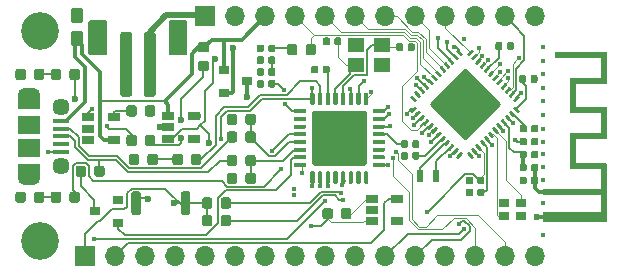
<source format=gbr>
G04 #@! TF.GenerationSoftware,KiCad,Pcbnew,5.1.5+dfsg1-2build2*
G04 #@! TF.CreationDate,2020-07-13T22:27:38-05:00*
G04 #@! TF.ProjectId,kw41z-feather,6b773431-7a2d-4666-9561-746865722e6b,rev?*
G04 #@! TF.SameCoordinates,Original*
G04 #@! TF.FileFunction,Copper,L1,Top*
G04 #@! TF.FilePolarity,Positive*
%FSLAX46Y46*%
G04 Gerber Fmt 4.6, Leading zero omitted, Abs format (unit mm)*
G04 Created by KiCad (PCBNEW 5.1.5+dfsg1-2build2) date 2020-07-13 22:27:38*
%MOMM*%
%LPD*%
G04 APERTURE LIST*
%ADD10R,5.400000X0.900000*%
%ADD11R,5.400000X0.500000*%
%ADD12R,0.500000X5.000000*%
%ADD13R,3.140000X0.500000*%
%ADD14R,0.500000X3.000000*%
%ADD15R,4.440000X0.500000*%
%ADD16R,0.500000X2.700000*%
%ADD17C,0.100000*%
%ADD18R,0.900000X0.800000*%
%ADD19R,1.060000X0.650000*%
%ADD20C,0.279908*%
%ADD21C,0.500000*%
%ADD22R,0.600000X1.100000*%
%ADD23R,1.400000X1.200000*%
%ADD24R,1.900000X1.500000*%
%ADD25C,1.450000*%
%ADD26R,1.350000X0.400000*%
%ADD27O,1.900000X1.200000*%
%ADD28R,1.900000X1.200000*%
%ADD29C,3.200000*%
%ADD30O,1.700000X1.700000*%
%ADD31R,1.700000X1.700000*%
%ADD32C,0.450000*%
%ADD33C,0.600000*%
%ADD34C,0.300000*%
%ADD35C,0.500000*%
%ADD36C,0.150000*%
%ADD37C,0.200000*%
%ADD38C,0.254000*%
G04 APERTURE END LIST*
D10*
X174800000Y-99510000D03*
D11*
X174800000Y-97410000D03*
D12*
X177250000Y-97460000D03*
D13*
X175930000Y-95210000D03*
D14*
X174610000Y-93960000D03*
D15*
X175280000Y-85810000D03*
D16*
X177250000Y-86910000D03*
D13*
X175930000Y-88010000D03*
D14*
X174610000Y-89260000D03*
D13*
X175930000Y-90510000D03*
X175930000Y-92710000D03*
D16*
X177250000Y-91610000D03*
G04 #@! TA.AperFunction,SMDPad,CuDef*
D17*
G36*
X148326958Y-86930710D02*
G01*
X148341276Y-86932834D01*
X148355317Y-86936351D01*
X148368946Y-86941228D01*
X148382031Y-86947417D01*
X148394447Y-86954858D01*
X148406073Y-86963481D01*
X148416798Y-86973202D01*
X148426519Y-86983927D01*
X148435142Y-86995553D01*
X148442583Y-87007969D01*
X148448772Y-87021054D01*
X148453649Y-87034683D01*
X148457166Y-87048724D01*
X148459290Y-87063042D01*
X148460000Y-87077500D01*
X148460000Y-87422500D01*
X148459290Y-87436958D01*
X148457166Y-87451276D01*
X148453649Y-87465317D01*
X148448772Y-87478946D01*
X148442583Y-87492031D01*
X148435142Y-87504447D01*
X148426519Y-87516073D01*
X148416798Y-87526798D01*
X148406073Y-87536519D01*
X148394447Y-87545142D01*
X148382031Y-87552583D01*
X148368946Y-87558772D01*
X148355317Y-87563649D01*
X148341276Y-87567166D01*
X148326958Y-87569290D01*
X148312500Y-87570000D01*
X148017500Y-87570000D01*
X148003042Y-87569290D01*
X147988724Y-87567166D01*
X147974683Y-87563649D01*
X147961054Y-87558772D01*
X147947969Y-87552583D01*
X147935553Y-87545142D01*
X147923927Y-87536519D01*
X147913202Y-87526798D01*
X147903481Y-87516073D01*
X147894858Y-87504447D01*
X147887417Y-87492031D01*
X147881228Y-87478946D01*
X147876351Y-87465317D01*
X147872834Y-87451276D01*
X147870710Y-87436958D01*
X147870000Y-87422500D01*
X147870000Y-87077500D01*
X147870710Y-87063042D01*
X147872834Y-87048724D01*
X147876351Y-87034683D01*
X147881228Y-87021054D01*
X147887417Y-87007969D01*
X147894858Y-86995553D01*
X147903481Y-86983927D01*
X147913202Y-86973202D01*
X147923927Y-86963481D01*
X147935553Y-86954858D01*
X147947969Y-86947417D01*
X147961054Y-86941228D01*
X147974683Y-86936351D01*
X147988724Y-86932834D01*
X148003042Y-86930710D01*
X148017500Y-86930000D01*
X148312500Y-86930000D01*
X148326958Y-86930710D01*
G37*
G04 #@! TD.AperFunction*
G04 #@! TA.AperFunction,SMDPad,CuDef*
G36*
X149296958Y-86930710D02*
G01*
X149311276Y-86932834D01*
X149325317Y-86936351D01*
X149338946Y-86941228D01*
X149352031Y-86947417D01*
X149364447Y-86954858D01*
X149376073Y-86963481D01*
X149386798Y-86973202D01*
X149396519Y-86983927D01*
X149405142Y-86995553D01*
X149412583Y-87007969D01*
X149418772Y-87021054D01*
X149423649Y-87034683D01*
X149427166Y-87048724D01*
X149429290Y-87063042D01*
X149430000Y-87077500D01*
X149430000Y-87422500D01*
X149429290Y-87436958D01*
X149427166Y-87451276D01*
X149423649Y-87465317D01*
X149418772Y-87478946D01*
X149412583Y-87492031D01*
X149405142Y-87504447D01*
X149396519Y-87516073D01*
X149386798Y-87526798D01*
X149376073Y-87536519D01*
X149364447Y-87545142D01*
X149352031Y-87552583D01*
X149338946Y-87558772D01*
X149325317Y-87563649D01*
X149311276Y-87567166D01*
X149296958Y-87569290D01*
X149282500Y-87570000D01*
X148987500Y-87570000D01*
X148973042Y-87569290D01*
X148958724Y-87567166D01*
X148944683Y-87563649D01*
X148931054Y-87558772D01*
X148917969Y-87552583D01*
X148905553Y-87545142D01*
X148893927Y-87536519D01*
X148883202Y-87526798D01*
X148873481Y-87516073D01*
X148864858Y-87504447D01*
X148857417Y-87492031D01*
X148851228Y-87478946D01*
X148846351Y-87465317D01*
X148842834Y-87451276D01*
X148840710Y-87436958D01*
X148840000Y-87422500D01*
X148840000Y-87077500D01*
X148840710Y-87063042D01*
X148842834Y-87048724D01*
X148846351Y-87034683D01*
X148851228Y-87021054D01*
X148857417Y-87007969D01*
X148864858Y-86995553D01*
X148873481Y-86983927D01*
X148883202Y-86973202D01*
X148893927Y-86963481D01*
X148905553Y-86954858D01*
X148917969Y-86947417D01*
X148931054Y-86941228D01*
X148944683Y-86936351D01*
X148958724Y-86932834D01*
X148973042Y-86930710D01*
X148987500Y-86930000D01*
X149282500Y-86930000D01*
X149296958Y-86930710D01*
G37*
G04 #@! TD.AperFunction*
G04 #@! TA.AperFunction,SMDPad,CuDef*
G36*
X148326958Y-87930710D02*
G01*
X148341276Y-87932834D01*
X148355317Y-87936351D01*
X148368946Y-87941228D01*
X148382031Y-87947417D01*
X148394447Y-87954858D01*
X148406073Y-87963481D01*
X148416798Y-87973202D01*
X148426519Y-87983927D01*
X148435142Y-87995553D01*
X148442583Y-88007969D01*
X148448772Y-88021054D01*
X148453649Y-88034683D01*
X148457166Y-88048724D01*
X148459290Y-88063042D01*
X148460000Y-88077500D01*
X148460000Y-88422500D01*
X148459290Y-88436958D01*
X148457166Y-88451276D01*
X148453649Y-88465317D01*
X148448772Y-88478946D01*
X148442583Y-88492031D01*
X148435142Y-88504447D01*
X148426519Y-88516073D01*
X148416798Y-88526798D01*
X148406073Y-88536519D01*
X148394447Y-88545142D01*
X148382031Y-88552583D01*
X148368946Y-88558772D01*
X148355317Y-88563649D01*
X148341276Y-88567166D01*
X148326958Y-88569290D01*
X148312500Y-88570000D01*
X148017500Y-88570000D01*
X148003042Y-88569290D01*
X147988724Y-88567166D01*
X147974683Y-88563649D01*
X147961054Y-88558772D01*
X147947969Y-88552583D01*
X147935553Y-88545142D01*
X147923927Y-88536519D01*
X147913202Y-88526798D01*
X147903481Y-88516073D01*
X147894858Y-88504447D01*
X147887417Y-88492031D01*
X147881228Y-88478946D01*
X147876351Y-88465317D01*
X147872834Y-88451276D01*
X147870710Y-88436958D01*
X147870000Y-88422500D01*
X147870000Y-88077500D01*
X147870710Y-88063042D01*
X147872834Y-88048724D01*
X147876351Y-88034683D01*
X147881228Y-88021054D01*
X147887417Y-88007969D01*
X147894858Y-87995553D01*
X147903481Y-87983927D01*
X147913202Y-87973202D01*
X147923927Y-87963481D01*
X147935553Y-87954858D01*
X147947969Y-87947417D01*
X147961054Y-87941228D01*
X147974683Y-87936351D01*
X147988724Y-87932834D01*
X148003042Y-87930710D01*
X148017500Y-87930000D01*
X148312500Y-87930000D01*
X148326958Y-87930710D01*
G37*
G04 #@! TD.AperFunction*
G04 #@! TA.AperFunction,SMDPad,CuDef*
G36*
X149296958Y-87930710D02*
G01*
X149311276Y-87932834D01*
X149325317Y-87936351D01*
X149338946Y-87941228D01*
X149352031Y-87947417D01*
X149364447Y-87954858D01*
X149376073Y-87963481D01*
X149386798Y-87973202D01*
X149396519Y-87983927D01*
X149405142Y-87995553D01*
X149412583Y-88007969D01*
X149418772Y-88021054D01*
X149423649Y-88034683D01*
X149427166Y-88048724D01*
X149429290Y-88063042D01*
X149430000Y-88077500D01*
X149430000Y-88422500D01*
X149429290Y-88436958D01*
X149427166Y-88451276D01*
X149423649Y-88465317D01*
X149418772Y-88478946D01*
X149412583Y-88492031D01*
X149405142Y-88504447D01*
X149396519Y-88516073D01*
X149386798Y-88526798D01*
X149376073Y-88536519D01*
X149364447Y-88545142D01*
X149352031Y-88552583D01*
X149338946Y-88558772D01*
X149325317Y-88563649D01*
X149311276Y-88567166D01*
X149296958Y-88569290D01*
X149282500Y-88570000D01*
X148987500Y-88570000D01*
X148973042Y-88569290D01*
X148958724Y-88567166D01*
X148944683Y-88563649D01*
X148931054Y-88558772D01*
X148917969Y-88552583D01*
X148905553Y-88545142D01*
X148893927Y-88536519D01*
X148883202Y-88526798D01*
X148873481Y-88516073D01*
X148864858Y-88504447D01*
X148857417Y-88492031D01*
X148851228Y-88478946D01*
X148846351Y-88465317D01*
X148842834Y-88451276D01*
X148840710Y-88436958D01*
X148840000Y-88422500D01*
X148840000Y-88077500D01*
X148840710Y-88063042D01*
X148842834Y-88048724D01*
X148846351Y-88034683D01*
X148851228Y-88021054D01*
X148857417Y-88007969D01*
X148864858Y-87995553D01*
X148873481Y-87983927D01*
X148883202Y-87973202D01*
X148893927Y-87963481D01*
X148905553Y-87954858D01*
X148917969Y-87947417D01*
X148931054Y-87941228D01*
X148944683Y-87936351D01*
X148958724Y-87932834D01*
X148973042Y-87930710D01*
X148987500Y-87930000D01*
X149282500Y-87930000D01*
X149296958Y-87930710D01*
G37*
G04 #@! TD.AperFunction*
G04 #@! TA.AperFunction,SMDPad,CuDef*
G36*
X152677691Y-84876053D02*
G01*
X152698926Y-84879203D01*
X152719750Y-84884419D01*
X152739962Y-84891651D01*
X152759368Y-84900830D01*
X152777781Y-84911866D01*
X152795024Y-84924654D01*
X152810930Y-84939070D01*
X152825346Y-84954976D01*
X152838134Y-84972219D01*
X152849170Y-84990632D01*
X152858349Y-85010038D01*
X152865581Y-85030250D01*
X152870797Y-85051074D01*
X152873947Y-85072309D01*
X152875000Y-85093750D01*
X152875000Y-85606250D01*
X152873947Y-85627691D01*
X152870797Y-85648926D01*
X152865581Y-85669750D01*
X152858349Y-85689962D01*
X152849170Y-85709368D01*
X152838134Y-85727781D01*
X152825346Y-85745024D01*
X152810930Y-85760930D01*
X152795024Y-85775346D01*
X152777781Y-85788134D01*
X152759368Y-85799170D01*
X152739962Y-85808349D01*
X152719750Y-85815581D01*
X152698926Y-85820797D01*
X152677691Y-85823947D01*
X152656250Y-85825000D01*
X152218750Y-85825000D01*
X152197309Y-85823947D01*
X152176074Y-85820797D01*
X152155250Y-85815581D01*
X152135038Y-85808349D01*
X152115632Y-85799170D01*
X152097219Y-85788134D01*
X152079976Y-85775346D01*
X152064070Y-85760930D01*
X152049654Y-85745024D01*
X152036866Y-85727781D01*
X152025830Y-85709368D01*
X152016651Y-85689962D01*
X152009419Y-85669750D01*
X152004203Y-85648926D01*
X152001053Y-85627691D01*
X152000000Y-85606250D01*
X152000000Y-85093750D01*
X152001053Y-85072309D01*
X152004203Y-85051074D01*
X152009419Y-85030250D01*
X152016651Y-85010038D01*
X152025830Y-84990632D01*
X152036866Y-84972219D01*
X152049654Y-84954976D01*
X152064070Y-84939070D01*
X152079976Y-84924654D01*
X152097219Y-84911866D01*
X152115632Y-84900830D01*
X152135038Y-84891651D01*
X152155250Y-84884419D01*
X152176074Y-84879203D01*
X152197309Y-84876053D01*
X152218750Y-84875000D01*
X152656250Y-84875000D01*
X152677691Y-84876053D01*
G37*
G04 #@! TD.AperFunction*
G04 #@! TA.AperFunction,SMDPad,CuDef*
G36*
X151102691Y-84876053D02*
G01*
X151123926Y-84879203D01*
X151144750Y-84884419D01*
X151164962Y-84891651D01*
X151184368Y-84900830D01*
X151202781Y-84911866D01*
X151220024Y-84924654D01*
X151235930Y-84939070D01*
X151250346Y-84954976D01*
X151263134Y-84972219D01*
X151274170Y-84990632D01*
X151283349Y-85010038D01*
X151290581Y-85030250D01*
X151295797Y-85051074D01*
X151298947Y-85072309D01*
X151300000Y-85093750D01*
X151300000Y-85606250D01*
X151298947Y-85627691D01*
X151295797Y-85648926D01*
X151290581Y-85669750D01*
X151283349Y-85689962D01*
X151274170Y-85709368D01*
X151263134Y-85727781D01*
X151250346Y-85745024D01*
X151235930Y-85760930D01*
X151220024Y-85775346D01*
X151202781Y-85788134D01*
X151184368Y-85799170D01*
X151164962Y-85808349D01*
X151144750Y-85815581D01*
X151123926Y-85820797D01*
X151102691Y-85823947D01*
X151081250Y-85825000D01*
X150643750Y-85825000D01*
X150622309Y-85823947D01*
X150601074Y-85820797D01*
X150580250Y-85815581D01*
X150560038Y-85808349D01*
X150540632Y-85799170D01*
X150522219Y-85788134D01*
X150504976Y-85775346D01*
X150489070Y-85760930D01*
X150474654Y-85745024D01*
X150461866Y-85727781D01*
X150450830Y-85709368D01*
X150441651Y-85689962D01*
X150434419Y-85669750D01*
X150429203Y-85648926D01*
X150426053Y-85627691D01*
X150425000Y-85606250D01*
X150425000Y-85093750D01*
X150426053Y-85072309D01*
X150429203Y-85051074D01*
X150434419Y-85030250D01*
X150441651Y-85010038D01*
X150450830Y-84990632D01*
X150461866Y-84972219D01*
X150474654Y-84954976D01*
X150489070Y-84939070D01*
X150504976Y-84924654D01*
X150522219Y-84911866D01*
X150540632Y-84900830D01*
X150560038Y-84891651D01*
X150580250Y-84884419D01*
X150601074Y-84879203D01*
X150622309Y-84876053D01*
X150643750Y-84875000D01*
X151081250Y-84875000D01*
X151102691Y-84876053D01*
G37*
G04 #@! TD.AperFunction*
G04 #@! TA.AperFunction,SMDPad,CuDef*
G36*
X132949505Y-81826204D02*
G01*
X132973773Y-81829804D01*
X132997572Y-81835765D01*
X133020671Y-81844030D01*
X133042850Y-81854520D01*
X133063893Y-81867132D01*
X133083599Y-81881747D01*
X133101777Y-81898223D01*
X133118253Y-81916401D01*
X133132868Y-81936107D01*
X133145480Y-81957150D01*
X133155970Y-81979329D01*
X133164235Y-82002428D01*
X133170196Y-82026227D01*
X133173796Y-82050495D01*
X133175000Y-82074999D01*
X133175000Y-82875001D01*
X133173796Y-82899505D01*
X133170196Y-82923773D01*
X133164235Y-82947572D01*
X133155970Y-82970671D01*
X133145480Y-82992850D01*
X133132868Y-83013893D01*
X133118253Y-83033599D01*
X133101777Y-83051777D01*
X133083599Y-83068253D01*
X133063893Y-83082868D01*
X133042850Y-83095480D01*
X133020671Y-83105970D01*
X132997572Y-83114235D01*
X132973773Y-83120196D01*
X132949505Y-83123796D01*
X132925001Y-83125000D01*
X132374999Y-83125000D01*
X132350495Y-83123796D01*
X132326227Y-83120196D01*
X132302428Y-83114235D01*
X132279329Y-83105970D01*
X132257150Y-83095480D01*
X132236107Y-83082868D01*
X132216401Y-83068253D01*
X132198223Y-83051777D01*
X132181747Y-83033599D01*
X132167132Y-83013893D01*
X132154520Y-82992850D01*
X132144030Y-82970671D01*
X132135765Y-82947572D01*
X132129804Y-82923773D01*
X132126204Y-82899505D01*
X132125000Y-82875001D01*
X132125000Y-82074999D01*
X132126204Y-82050495D01*
X132129804Y-82026227D01*
X132135765Y-82002428D01*
X132144030Y-81979329D01*
X132154520Y-81957150D01*
X132167132Y-81936107D01*
X132181747Y-81916401D01*
X132198223Y-81898223D01*
X132216401Y-81881747D01*
X132236107Y-81867132D01*
X132257150Y-81854520D01*
X132279329Y-81844030D01*
X132302428Y-81835765D01*
X132326227Y-81829804D01*
X132350495Y-81826204D01*
X132374999Y-81825000D01*
X132925001Y-81825000D01*
X132949505Y-81826204D01*
G37*
G04 #@! TD.AperFunction*
G04 #@! TA.AperFunction,SMDPad,CuDef*
G36*
X132949505Y-83776204D02*
G01*
X132973773Y-83779804D01*
X132997572Y-83785765D01*
X133020671Y-83794030D01*
X133042850Y-83804520D01*
X133063893Y-83817132D01*
X133083599Y-83831747D01*
X133101777Y-83848223D01*
X133118253Y-83866401D01*
X133132868Y-83886107D01*
X133145480Y-83907150D01*
X133155970Y-83929329D01*
X133164235Y-83952428D01*
X133170196Y-83976227D01*
X133173796Y-84000495D01*
X133175000Y-84024999D01*
X133175000Y-84825001D01*
X133173796Y-84849505D01*
X133170196Y-84873773D01*
X133164235Y-84897572D01*
X133155970Y-84920671D01*
X133145480Y-84942850D01*
X133132868Y-84963893D01*
X133118253Y-84983599D01*
X133101777Y-85001777D01*
X133083599Y-85018253D01*
X133063893Y-85032868D01*
X133042850Y-85045480D01*
X133020671Y-85055970D01*
X132997572Y-85064235D01*
X132973773Y-85070196D01*
X132949505Y-85073796D01*
X132925001Y-85075000D01*
X132374999Y-85075000D01*
X132350495Y-85073796D01*
X132326227Y-85070196D01*
X132302428Y-85064235D01*
X132279329Y-85055970D01*
X132257150Y-85045480D01*
X132236107Y-85032868D01*
X132216401Y-85018253D01*
X132198223Y-85001777D01*
X132181747Y-84983599D01*
X132167132Y-84963893D01*
X132154520Y-84942850D01*
X132144030Y-84920671D01*
X132135765Y-84897572D01*
X132129804Y-84873773D01*
X132126204Y-84849505D01*
X132125000Y-84825001D01*
X132125000Y-84024999D01*
X132126204Y-84000495D01*
X132129804Y-83976227D01*
X132135765Y-83952428D01*
X132144030Y-83929329D01*
X132154520Y-83907150D01*
X132167132Y-83886107D01*
X132181747Y-83866401D01*
X132198223Y-83848223D01*
X132216401Y-83831747D01*
X132236107Y-83817132D01*
X132257150Y-83804520D01*
X132279329Y-83794030D01*
X132302428Y-83785765D01*
X132326227Y-83779804D01*
X132350495Y-83776204D01*
X132374999Y-83775000D01*
X132925001Y-83775000D01*
X132949505Y-83776204D01*
G37*
G04 #@! TD.AperFunction*
G04 #@! TA.AperFunction,SMDPad,CuDef*
G36*
X149296958Y-84930710D02*
G01*
X149311276Y-84932834D01*
X149325317Y-84936351D01*
X149338946Y-84941228D01*
X149352031Y-84947417D01*
X149364447Y-84954858D01*
X149376073Y-84963481D01*
X149386798Y-84973202D01*
X149396519Y-84983927D01*
X149405142Y-84995553D01*
X149412583Y-85007969D01*
X149418772Y-85021054D01*
X149423649Y-85034683D01*
X149427166Y-85048724D01*
X149429290Y-85063042D01*
X149430000Y-85077500D01*
X149430000Y-85422500D01*
X149429290Y-85436958D01*
X149427166Y-85451276D01*
X149423649Y-85465317D01*
X149418772Y-85478946D01*
X149412583Y-85492031D01*
X149405142Y-85504447D01*
X149396519Y-85516073D01*
X149386798Y-85526798D01*
X149376073Y-85536519D01*
X149364447Y-85545142D01*
X149352031Y-85552583D01*
X149338946Y-85558772D01*
X149325317Y-85563649D01*
X149311276Y-85567166D01*
X149296958Y-85569290D01*
X149282500Y-85570000D01*
X148987500Y-85570000D01*
X148973042Y-85569290D01*
X148958724Y-85567166D01*
X148944683Y-85563649D01*
X148931054Y-85558772D01*
X148917969Y-85552583D01*
X148905553Y-85545142D01*
X148893927Y-85536519D01*
X148883202Y-85526798D01*
X148873481Y-85516073D01*
X148864858Y-85504447D01*
X148857417Y-85492031D01*
X148851228Y-85478946D01*
X148846351Y-85465317D01*
X148842834Y-85451276D01*
X148840710Y-85436958D01*
X148840000Y-85422500D01*
X148840000Y-85077500D01*
X148840710Y-85063042D01*
X148842834Y-85048724D01*
X148846351Y-85034683D01*
X148851228Y-85021054D01*
X148857417Y-85007969D01*
X148864858Y-84995553D01*
X148873481Y-84983927D01*
X148883202Y-84973202D01*
X148893927Y-84963481D01*
X148905553Y-84954858D01*
X148917969Y-84947417D01*
X148931054Y-84941228D01*
X148944683Y-84936351D01*
X148958724Y-84932834D01*
X148973042Y-84930710D01*
X148987500Y-84930000D01*
X149282500Y-84930000D01*
X149296958Y-84930710D01*
G37*
G04 #@! TD.AperFunction*
G04 #@! TA.AperFunction,SMDPad,CuDef*
G36*
X148326958Y-84930710D02*
G01*
X148341276Y-84932834D01*
X148355317Y-84936351D01*
X148368946Y-84941228D01*
X148382031Y-84947417D01*
X148394447Y-84954858D01*
X148406073Y-84963481D01*
X148416798Y-84973202D01*
X148426519Y-84983927D01*
X148435142Y-84995553D01*
X148442583Y-85007969D01*
X148448772Y-85021054D01*
X148453649Y-85034683D01*
X148457166Y-85048724D01*
X148459290Y-85063042D01*
X148460000Y-85077500D01*
X148460000Y-85422500D01*
X148459290Y-85436958D01*
X148457166Y-85451276D01*
X148453649Y-85465317D01*
X148448772Y-85478946D01*
X148442583Y-85492031D01*
X148435142Y-85504447D01*
X148426519Y-85516073D01*
X148416798Y-85526798D01*
X148406073Y-85536519D01*
X148394447Y-85545142D01*
X148382031Y-85552583D01*
X148368946Y-85558772D01*
X148355317Y-85563649D01*
X148341276Y-85567166D01*
X148326958Y-85569290D01*
X148312500Y-85570000D01*
X148017500Y-85570000D01*
X148003042Y-85569290D01*
X147988724Y-85567166D01*
X147974683Y-85563649D01*
X147961054Y-85558772D01*
X147947969Y-85552583D01*
X147935553Y-85545142D01*
X147923927Y-85536519D01*
X147913202Y-85526798D01*
X147903481Y-85516073D01*
X147894858Y-85504447D01*
X147887417Y-85492031D01*
X147881228Y-85478946D01*
X147876351Y-85465317D01*
X147872834Y-85451276D01*
X147870710Y-85436958D01*
X147870000Y-85422500D01*
X147870000Y-85077500D01*
X147870710Y-85063042D01*
X147872834Y-85048724D01*
X147876351Y-85034683D01*
X147881228Y-85021054D01*
X147887417Y-85007969D01*
X147894858Y-84995553D01*
X147903481Y-84983927D01*
X147913202Y-84973202D01*
X147923927Y-84963481D01*
X147935553Y-84954858D01*
X147947969Y-84947417D01*
X147961054Y-84941228D01*
X147974683Y-84936351D01*
X147988724Y-84932834D01*
X148003042Y-84930710D01*
X148017500Y-84930000D01*
X148312500Y-84930000D01*
X148326958Y-84930710D01*
G37*
G04 #@! TD.AperFunction*
G04 #@! TA.AperFunction,SMDPad,CuDef*
G36*
X153926958Y-84330710D02*
G01*
X153941276Y-84332834D01*
X153955317Y-84336351D01*
X153968946Y-84341228D01*
X153982031Y-84347417D01*
X153994447Y-84354858D01*
X154006073Y-84363481D01*
X154016798Y-84373202D01*
X154026519Y-84383927D01*
X154035142Y-84395553D01*
X154042583Y-84407969D01*
X154048772Y-84421054D01*
X154053649Y-84434683D01*
X154057166Y-84448724D01*
X154059290Y-84463042D01*
X154060000Y-84477500D01*
X154060000Y-84822500D01*
X154059290Y-84836958D01*
X154057166Y-84851276D01*
X154053649Y-84865317D01*
X154048772Y-84878946D01*
X154042583Y-84892031D01*
X154035142Y-84904447D01*
X154026519Y-84916073D01*
X154016798Y-84926798D01*
X154006073Y-84936519D01*
X153994447Y-84945142D01*
X153982031Y-84952583D01*
X153968946Y-84958772D01*
X153955317Y-84963649D01*
X153941276Y-84967166D01*
X153926958Y-84969290D01*
X153912500Y-84970000D01*
X153617500Y-84970000D01*
X153603042Y-84969290D01*
X153588724Y-84967166D01*
X153574683Y-84963649D01*
X153561054Y-84958772D01*
X153547969Y-84952583D01*
X153535553Y-84945142D01*
X153523927Y-84936519D01*
X153513202Y-84926798D01*
X153503481Y-84916073D01*
X153494858Y-84904447D01*
X153487417Y-84892031D01*
X153481228Y-84878946D01*
X153476351Y-84865317D01*
X153472834Y-84851276D01*
X153470710Y-84836958D01*
X153470000Y-84822500D01*
X153470000Y-84477500D01*
X153470710Y-84463042D01*
X153472834Y-84448724D01*
X153476351Y-84434683D01*
X153481228Y-84421054D01*
X153487417Y-84407969D01*
X153494858Y-84395553D01*
X153503481Y-84383927D01*
X153513202Y-84373202D01*
X153523927Y-84363481D01*
X153535553Y-84354858D01*
X153547969Y-84347417D01*
X153561054Y-84341228D01*
X153574683Y-84336351D01*
X153588724Y-84332834D01*
X153603042Y-84330710D01*
X153617500Y-84330000D01*
X153912500Y-84330000D01*
X153926958Y-84330710D01*
G37*
G04 #@! TD.AperFunction*
G04 #@! TA.AperFunction,SMDPad,CuDef*
G36*
X154896958Y-84330710D02*
G01*
X154911276Y-84332834D01*
X154925317Y-84336351D01*
X154938946Y-84341228D01*
X154952031Y-84347417D01*
X154964447Y-84354858D01*
X154976073Y-84363481D01*
X154986798Y-84373202D01*
X154996519Y-84383927D01*
X155005142Y-84395553D01*
X155012583Y-84407969D01*
X155018772Y-84421054D01*
X155023649Y-84434683D01*
X155027166Y-84448724D01*
X155029290Y-84463042D01*
X155030000Y-84477500D01*
X155030000Y-84822500D01*
X155029290Y-84836958D01*
X155027166Y-84851276D01*
X155023649Y-84865317D01*
X155018772Y-84878946D01*
X155012583Y-84892031D01*
X155005142Y-84904447D01*
X154996519Y-84916073D01*
X154986798Y-84926798D01*
X154976073Y-84936519D01*
X154964447Y-84945142D01*
X154952031Y-84952583D01*
X154938946Y-84958772D01*
X154925317Y-84963649D01*
X154911276Y-84967166D01*
X154896958Y-84969290D01*
X154882500Y-84970000D01*
X154587500Y-84970000D01*
X154573042Y-84969290D01*
X154558724Y-84967166D01*
X154544683Y-84963649D01*
X154531054Y-84958772D01*
X154517969Y-84952583D01*
X154505553Y-84945142D01*
X154493927Y-84936519D01*
X154483202Y-84926798D01*
X154473481Y-84916073D01*
X154464858Y-84904447D01*
X154457417Y-84892031D01*
X154451228Y-84878946D01*
X154446351Y-84865317D01*
X154442834Y-84851276D01*
X154440710Y-84836958D01*
X154440000Y-84822500D01*
X154440000Y-84477500D01*
X154440710Y-84463042D01*
X154442834Y-84448724D01*
X154446351Y-84434683D01*
X154451228Y-84421054D01*
X154457417Y-84407969D01*
X154464858Y-84395553D01*
X154473481Y-84383927D01*
X154483202Y-84373202D01*
X154493927Y-84363481D01*
X154505553Y-84354858D01*
X154517969Y-84347417D01*
X154531054Y-84341228D01*
X154544683Y-84336351D01*
X154558724Y-84332834D01*
X154573042Y-84330710D01*
X154587500Y-84330000D01*
X154882500Y-84330000D01*
X154896958Y-84330710D01*
G37*
G04 #@! TD.AperFunction*
G04 #@! TA.AperFunction,SMDPad,CuDef*
G36*
X160126958Y-84830710D02*
G01*
X160141276Y-84832834D01*
X160155317Y-84836351D01*
X160168946Y-84841228D01*
X160182031Y-84847417D01*
X160194447Y-84854858D01*
X160206073Y-84863481D01*
X160216798Y-84873202D01*
X160226519Y-84883927D01*
X160235142Y-84895553D01*
X160242583Y-84907969D01*
X160248772Y-84921054D01*
X160253649Y-84934683D01*
X160257166Y-84948724D01*
X160259290Y-84963042D01*
X160260000Y-84977500D01*
X160260000Y-85322500D01*
X160259290Y-85336958D01*
X160257166Y-85351276D01*
X160253649Y-85365317D01*
X160248772Y-85378946D01*
X160242583Y-85392031D01*
X160235142Y-85404447D01*
X160226519Y-85416073D01*
X160216798Y-85426798D01*
X160206073Y-85436519D01*
X160194447Y-85445142D01*
X160182031Y-85452583D01*
X160168946Y-85458772D01*
X160155317Y-85463649D01*
X160141276Y-85467166D01*
X160126958Y-85469290D01*
X160112500Y-85470000D01*
X159817500Y-85470000D01*
X159803042Y-85469290D01*
X159788724Y-85467166D01*
X159774683Y-85463649D01*
X159761054Y-85458772D01*
X159747969Y-85452583D01*
X159735553Y-85445142D01*
X159723927Y-85436519D01*
X159713202Y-85426798D01*
X159703481Y-85416073D01*
X159694858Y-85404447D01*
X159687417Y-85392031D01*
X159681228Y-85378946D01*
X159676351Y-85365317D01*
X159672834Y-85351276D01*
X159670710Y-85336958D01*
X159670000Y-85322500D01*
X159670000Y-84977500D01*
X159670710Y-84963042D01*
X159672834Y-84948724D01*
X159676351Y-84934683D01*
X159681228Y-84921054D01*
X159687417Y-84907969D01*
X159694858Y-84895553D01*
X159703481Y-84883927D01*
X159713202Y-84873202D01*
X159723927Y-84863481D01*
X159735553Y-84854858D01*
X159747969Y-84847417D01*
X159761054Y-84841228D01*
X159774683Y-84836351D01*
X159788724Y-84832834D01*
X159803042Y-84830710D01*
X159817500Y-84830000D01*
X160112500Y-84830000D01*
X160126958Y-84830710D01*
G37*
G04 #@! TD.AperFunction*
G04 #@! TA.AperFunction,SMDPad,CuDef*
G36*
X161096958Y-84830710D02*
G01*
X161111276Y-84832834D01*
X161125317Y-84836351D01*
X161138946Y-84841228D01*
X161152031Y-84847417D01*
X161164447Y-84854858D01*
X161176073Y-84863481D01*
X161186798Y-84873202D01*
X161196519Y-84883927D01*
X161205142Y-84895553D01*
X161212583Y-84907969D01*
X161218772Y-84921054D01*
X161223649Y-84934683D01*
X161227166Y-84948724D01*
X161229290Y-84963042D01*
X161230000Y-84977500D01*
X161230000Y-85322500D01*
X161229290Y-85336958D01*
X161227166Y-85351276D01*
X161223649Y-85365317D01*
X161218772Y-85378946D01*
X161212583Y-85392031D01*
X161205142Y-85404447D01*
X161196519Y-85416073D01*
X161186798Y-85426798D01*
X161176073Y-85436519D01*
X161164447Y-85445142D01*
X161152031Y-85452583D01*
X161138946Y-85458772D01*
X161125317Y-85463649D01*
X161111276Y-85467166D01*
X161096958Y-85469290D01*
X161082500Y-85470000D01*
X160787500Y-85470000D01*
X160773042Y-85469290D01*
X160758724Y-85467166D01*
X160744683Y-85463649D01*
X160731054Y-85458772D01*
X160717969Y-85452583D01*
X160705553Y-85445142D01*
X160693927Y-85436519D01*
X160683202Y-85426798D01*
X160673481Y-85416073D01*
X160664858Y-85404447D01*
X160657417Y-85392031D01*
X160651228Y-85378946D01*
X160646351Y-85365317D01*
X160642834Y-85351276D01*
X160640710Y-85336958D01*
X160640000Y-85322500D01*
X160640000Y-84977500D01*
X160640710Y-84963042D01*
X160642834Y-84948724D01*
X160646351Y-84934683D01*
X160651228Y-84921054D01*
X160657417Y-84907969D01*
X160664858Y-84895553D01*
X160673481Y-84883927D01*
X160683202Y-84873202D01*
X160693927Y-84863481D01*
X160705553Y-84854858D01*
X160717969Y-84847417D01*
X160731054Y-84841228D01*
X160744683Y-84836351D01*
X160758724Y-84832834D01*
X160773042Y-84830710D01*
X160787500Y-84830000D01*
X161082500Y-84830000D01*
X161096958Y-84830710D01*
G37*
G04 #@! TD.AperFunction*
G04 #@! TA.AperFunction,SMDPad,CuDef*
G36*
X148326958Y-85930710D02*
G01*
X148341276Y-85932834D01*
X148355317Y-85936351D01*
X148368946Y-85941228D01*
X148382031Y-85947417D01*
X148394447Y-85954858D01*
X148406073Y-85963481D01*
X148416798Y-85973202D01*
X148426519Y-85983927D01*
X148435142Y-85995553D01*
X148442583Y-86007969D01*
X148448772Y-86021054D01*
X148453649Y-86034683D01*
X148457166Y-86048724D01*
X148459290Y-86063042D01*
X148460000Y-86077500D01*
X148460000Y-86422500D01*
X148459290Y-86436958D01*
X148457166Y-86451276D01*
X148453649Y-86465317D01*
X148448772Y-86478946D01*
X148442583Y-86492031D01*
X148435142Y-86504447D01*
X148426519Y-86516073D01*
X148416798Y-86526798D01*
X148406073Y-86536519D01*
X148394447Y-86545142D01*
X148382031Y-86552583D01*
X148368946Y-86558772D01*
X148355317Y-86563649D01*
X148341276Y-86567166D01*
X148326958Y-86569290D01*
X148312500Y-86570000D01*
X148017500Y-86570000D01*
X148003042Y-86569290D01*
X147988724Y-86567166D01*
X147974683Y-86563649D01*
X147961054Y-86558772D01*
X147947969Y-86552583D01*
X147935553Y-86545142D01*
X147923927Y-86536519D01*
X147913202Y-86526798D01*
X147903481Y-86516073D01*
X147894858Y-86504447D01*
X147887417Y-86492031D01*
X147881228Y-86478946D01*
X147876351Y-86465317D01*
X147872834Y-86451276D01*
X147870710Y-86436958D01*
X147870000Y-86422500D01*
X147870000Y-86077500D01*
X147870710Y-86063042D01*
X147872834Y-86048724D01*
X147876351Y-86034683D01*
X147881228Y-86021054D01*
X147887417Y-86007969D01*
X147894858Y-85995553D01*
X147903481Y-85983927D01*
X147913202Y-85973202D01*
X147923927Y-85963481D01*
X147935553Y-85954858D01*
X147947969Y-85947417D01*
X147961054Y-85941228D01*
X147974683Y-85936351D01*
X147988724Y-85932834D01*
X148003042Y-85930710D01*
X148017500Y-85930000D01*
X148312500Y-85930000D01*
X148326958Y-85930710D01*
G37*
G04 #@! TD.AperFunction*
G04 #@! TA.AperFunction,SMDPad,CuDef*
G36*
X149296958Y-85930710D02*
G01*
X149311276Y-85932834D01*
X149325317Y-85936351D01*
X149338946Y-85941228D01*
X149352031Y-85947417D01*
X149364447Y-85954858D01*
X149376073Y-85963481D01*
X149386798Y-85973202D01*
X149396519Y-85983927D01*
X149405142Y-85995553D01*
X149412583Y-86007969D01*
X149418772Y-86021054D01*
X149423649Y-86034683D01*
X149427166Y-86048724D01*
X149429290Y-86063042D01*
X149430000Y-86077500D01*
X149430000Y-86422500D01*
X149429290Y-86436958D01*
X149427166Y-86451276D01*
X149423649Y-86465317D01*
X149418772Y-86478946D01*
X149412583Y-86492031D01*
X149405142Y-86504447D01*
X149396519Y-86516073D01*
X149386798Y-86526798D01*
X149376073Y-86536519D01*
X149364447Y-86545142D01*
X149352031Y-86552583D01*
X149338946Y-86558772D01*
X149325317Y-86563649D01*
X149311276Y-86567166D01*
X149296958Y-86569290D01*
X149282500Y-86570000D01*
X148987500Y-86570000D01*
X148973042Y-86569290D01*
X148958724Y-86567166D01*
X148944683Y-86563649D01*
X148931054Y-86558772D01*
X148917969Y-86552583D01*
X148905553Y-86545142D01*
X148893927Y-86536519D01*
X148883202Y-86526798D01*
X148873481Y-86516073D01*
X148864858Y-86504447D01*
X148857417Y-86492031D01*
X148851228Y-86478946D01*
X148846351Y-86465317D01*
X148842834Y-86451276D01*
X148840710Y-86436958D01*
X148840000Y-86422500D01*
X148840000Y-86077500D01*
X148840710Y-86063042D01*
X148842834Y-86048724D01*
X148846351Y-86034683D01*
X148851228Y-86021054D01*
X148857417Y-86007969D01*
X148864858Y-85995553D01*
X148873481Y-85983927D01*
X148883202Y-85973202D01*
X148893927Y-85963481D01*
X148905553Y-85954858D01*
X148917969Y-85947417D01*
X148931054Y-85941228D01*
X148944683Y-85936351D01*
X148958724Y-85932834D01*
X148973042Y-85930710D01*
X148987500Y-85930000D01*
X149282500Y-85930000D01*
X149296958Y-85930710D01*
G37*
G04 #@! TD.AperFunction*
G04 #@! TA.AperFunction,SMDPad,CuDef*
G36*
X141402691Y-94176053D02*
G01*
X141423926Y-94179203D01*
X141444750Y-94184419D01*
X141464962Y-94191651D01*
X141484368Y-94200830D01*
X141502781Y-94211866D01*
X141520024Y-94224654D01*
X141535930Y-94239070D01*
X141550346Y-94254976D01*
X141563134Y-94272219D01*
X141574170Y-94290632D01*
X141583349Y-94310038D01*
X141590581Y-94330250D01*
X141595797Y-94351074D01*
X141598947Y-94372309D01*
X141600000Y-94393750D01*
X141600000Y-94906250D01*
X141598947Y-94927691D01*
X141595797Y-94948926D01*
X141590581Y-94969750D01*
X141583349Y-94989962D01*
X141574170Y-95009368D01*
X141563134Y-95027781D01*
X141550346Y-95045024D01*
X141535930Y-95060930D01*
X141520024Y-95075346D01*
X141502781Y-95088134D01*
X141484368Y-95099170D01*
X141464962Y-95108349D01*
X141444750Y-95115581D01*
X141423926Y-95120797D01*
X141402691Y-95123947D01*
X141381250Y-95125000D01*
X140943750Y-95125000D01*
X140922309Y-95123947D01*
X140901074Y-95120797D01*
X140880250Y-95115581D01*
X140860038Y-95108349D01*
X140840632Y-95099170D01*
X140822219Y-95088134D01*
X140804976Y-95075346D01*
X140789070Y-95060930D01*
X140774654Y-95045024D01*
X140761866Y-95027781D01*
X140750830Y-95009368D01*
X140741651Y-94989962D01*
X140734419Y-94969750D01*
X140729203Y-94948926D01*
X140726053Y-94927691D01*
X140725000Y-94906250D01*
X140725000Y-94393750D01*
X140726053Y-94372309D01*
X140729203Y-94351074D01*
X140734419Y-94330250D01*
X140741651Y-94310038D01*
X140750830Y-94290632D01*
X140761866Y-94272219D01*
X140774654Y-94254976D01*
X140789070Y-94239070D01*
X140804976Y-94224654D01*
X140822219Y-94211866D01*
X140840632Y-94200830D01*
X140860038Y-94191651D01*
X140880250Y-94184419D01*
X140901074Y-94179203D01*
X140922309Y-94176053D01*
X140943750Y-94175000D01*
X141381250Y-94175000D01*
X141402691Y-94176053D01*
G37*
G04 #@! TD.AperFunction*
G04 #@! TA.AperFunction,SMDPad,CuDef*
G36*
X142977691Y-94176053D02*
G01*
X142998926Y-94179203D01*
X143019750Y-94184419D01*
X143039962Y-94191651D01*
X143059368Y-94200830D01*
X143077781Y-94211866D01*
X143095024Y-94224654D01*
X143110930Y-94239070D01*
X143125346Y-94254976D01*
X143138134Y-94272219D01*
X143149170Y-94290632D01*
X143158349Y-94310038D01*
X143165581Y-94330250D01*
X143170797Y-94351074D01*
X143173947Y-94372309D01*
X143175000Y-94393750D01*
X143175000Y-94906250D01*
X143173947Y-94927691D01*
X143170797Y-94948926D01*
X143165581Y-94969750D01*
X143158349Y-94989962D01*
X143149170Y-95009368D01*
X143138134Y-95027781D01*
X143125346Y-95045024D01*
X143110930Y-95060930D01*
X143095024Y-95075346D01*
X143077781Y-95088134D01*
X143059368Y-95099170D01*
X143039962Y-95108349D01*
X143019750Y-95115581D01*
X142998926Y-95120797D01*
X142977691Y-95123947D01*
X142956250Y-95125000D01*
X142518750Y-95125000D01*
X142497309Y-95123947D01*
X142476074Y-95120797D01*
X142455250Y-95115581D01*
X142435038Y-95108349D01*
X142415632Y-95099170D01*
X142397219Y-95088134D01*
X142379976Y-95075346D01*
X142364070Y-95060930D01*
X142349654Y-95045024D01*
X142336866Y-95027781D01*
X142325830Y-95009368D01*
X142316651Y-94989962D01*
X142309419Y-94969750D01*
X142304203Y-94948926D01*
X142301053Y-94927691D01*
X142300000Y-94906250D01*
X142300000Y-94393750D01*
X142301053Y-94372309D01*
X142304203Y-94351074D01*
X142309419Y-94330250D01*
X142316651Y-94310038D01*
X142325830Y-94290632D01*
X142336866Y-94272219D01*
X142349654Y-94254976D01*
X142364070Y-94239070D01*
X142379976Y-94224654D01*
X142397219Y-94211866D01*
X142415632Y-94200830D01*
X142435038Y-94191651D01*
X142455250Y-94184419D01*
X142476074Y-94179203D01*
X142497309Y-94176053D01*
X142518750Y-94175000D01*
X142956250Y-94175000D01*
X142977691Y-94176053D01*
G37*
G04 #@! TD.AperFunction*
G04 #@! TA.AperFunction,SMDPad,CuDef*
G36*
X131102691Y-86976053D02*
G01*
X131123926Y-86979203D01*
X131144750Y-86984419D01*
X131164962Y-86991651D01*
X131184368Y-87000830D01*
X131202781Y-87011866D01*
X131220024Y-87024654D01*
X131235930Y-87039070D01*
X131250346Y-87054976D01*
X131263134Y-87072219D01*
X131274170Y-87090632D01*
X131283349Y-87110038D01*
X131290581Y-87130250D01*
X131295797Y-87151074D01*
X131298947Y-87172309D01*
X131300000Y-87193750D01*
X131300000Y-87706250D01*
X131298947Y-87727691D01*
X131295797Y-87748926D01*
X131290581Y-87769750D01*
X131283349Y-87789962D01*
X131274170Y-87809368D01*
X131263134Y-87827781D01*
X131250346Y-87845024D01*
X131235930Y-87860930D01*
X131220024Y-87875346D01*
X131202781Y-87888134D01*
X131184368Y-87899170D01*
X131164962Y-87908349D01*
X131144750Y-87915581D01*
X131123926Y-87920797D01*
X131102691Y-87923947D01*
X131081250Y-87925000D01*
X130643750Y-87925000D01*
X130622309Y-87923947D01*
X130601074Y-87920797D01*
X130580250Y-87915581D01*
X130560038Y-87908349D01*
X130540632Y-87899170D01*
X130522219Y-87888134D01*
X130504976Y-87875346D01*
X130489070Y-87860930D01*
X130474654Y-87845024D01*
X130461866Y-87827781D01*
X130450830Y-87809368D01*
X130441651Y-87789962D01*
X130434419Y-87769750D01*
X130429203Y-87748926D01*
X130426053Y-87727691D01*
X130425000Y-87706250D01*
X130425000Y-87193750D01*
X130426053Y-87172309D01*
X130429203Y-87151074D01*
X130434419Y-87130250D01*
X130441651Y-87110038D01*
X130450830Y-87090632D01*
X130461866Y-87072219D01*
X130474654Y-87054976D01*
X130489070Y-87039070D01*
X130504976Y-87024654D01*
X130522219Y-87011866D01*
X130540632Y-87000830D01*
X130560038Y-86991651D01*
X130580250Y-86984419D01*
X130601074Y-86979203D01*
X130622309Y-86976053D01*
X130643750Y-86975000D01*
X131081250Y-86975000D01*
X131102691Y-86976053D01*
G37*
G04 #@! TD.AperFunction*
G04 #@! TA.AperFunction,SMDPad,CuDef*
G36*
X132677691Y-86976053D02*
G01*
X132698926Y-86979203D01*
X132719750Y-86984419D01*
X132739962Y-86991651D01*
X132759368Y-87000830D01*
X132777781Y-87011866D01*
X132795024Y-87024654D01*
X132810930Y-87039070D01*
X132825346Y-87054976D01*
X132838134Y-87072219D01*
X132849170Y-87090632D01*
X132858349Y-87110038D01*
X132865581Y-87130250D01*
X132870797Y-87151074D01*
X132873947Y-87172309D01*
X132875000Y-87193750D01*
X132875000Y-87706250D01*
X132873947Y-87727691D01*
X132870797Y-87748926D01*
X132865581Y-87769750D01*
X132858349Y-87789962D01*
X132849170Y-87809368D01*
X132838134Y-87827781D01*
X132825346Y-87845024D01*
X132810930Y-87860930D01*
X132795024Y-87875346D01*
X132777781Y-87888134D01*
X132759368Y-87899170D01*
X132739962Y-87908349D01*
X132719750Y-87915581D01*
X132698926Y-87920797D01*
X132677691Y-87923947D01*
X132656250Y-87925000D01*
X132218750Y-87925000D01*
X132197309Y-87923947D01*
X132176074Y-87920797D01*
X132155250Y-87915581D01*
X132135038Y-87908349D01*
X132115632Y-87899170D01*
X132097219Y-87888134D01*
X132079976Y-87875346D01*
X132064070Y-87860930D01*
X132049654Y-87845024D01*
X132036866Y-87827781D01*
X132025830Y-87809368D01*
X132016651Y-87789962D01*
X132009419Y-87769750D01*
X132004203Y-87748926D01*
X132001053Y-87727691D01*
X132000000Y-87706250D01*
X132000000Y-87193750D01*
X132001053Y-87172309D01*
X132004203Y-87151074D01*
X132009419Y-87130250D01*
X132016651Y-87110038D01*
X132025830Y-87090632D01*
X132036866Y-87072219D01*
X132049654Y-87054976D01*
X132064070Y-87039070D01*
X132079976Y-87024654D01*
X132097219Y-87011866D01*
X132115632Y-87000830D01*
X132135038Y-86991651D01*
X132155250Y-86984419D01*
X132176074Y-86979203D01*
X132197309Y-86976053D01*
X132218750Y-86975000D01*
X132656250Y-86975000D01*
X132677691Y-86976053D01*
G37*
G04 #@! TD.AperFunction*
G04 #@! TA.AperFunction,SMDPad,CuDef*
G36*
X137502691Y-92576053D02*
G01*
X137523926Y-92579203D01*
X137544750Y-92584419D01*
X137564962Y-92591651D01*
X137584368Y-92600830D01*
X137602781Y-92611866D01*
X137620024Y-92624654D01*
X137635930Y-92639070D01*
X137650346Y-92654976D01*
X137663134Y-92672219D01*
X137674170Y-92690632D01*
X137683349Y-92710038D01*
X137690581Y-92730250D01*
X137695797Y-92751074D01*
X137698947Y-92772309D01*
X137700000Y-92793750D01*
X137700000Y-93306250D01*
X137698947Y-93327691D01*
X137695797Y-93348926D01*
X137690581Y-93369750D01*
X137683349Y-93389962D01*
X137674170Y-93409368D01*
X137663134Y-93427781D01*
X137650346Y-93445024D01*
X137635930Y-93460930D01*
X137620024Y-93475346D01*
X137602781Y-93488134D01*
X137584368Y-93499170D01*
X137564962Y-93508349D01*
X137544750Y-93515581D01*
X137523926Y-93520797D01*
X137502691Y-93523947D01*
X137481250Y-93525000D01*
X137043750Y-93525000D01*
X137022309Y-93523947D01*
X137001074Y-93520797D01*
X136980250Y-93515581D01*
X136960038Y-93508349D01*
X136940632Y-93499170D01*
X136922219Y-93488134D01*
X136904976Y-93475346D01*
X136889070Y-93460930D01*
X136874654Y-93445024D01*
X136861866Y-93427781D01*
X136850830Y-93409368D01*
X136841651Y-93389962D01*
X136834419Y-93369750D01*
X136829203Y-93348926D01*
X136826053Y-93327691D01*
X136825000Y-93306250D01*
X136825000Y-92793750D01*
X136826053Y-92772309D01*
X136829203Y-92751074D01*
X136834419Y-92730250D01*
X136841651Y-92710038D01*
X136850830Y-92690632D01*
X136861866Y-92672219D01*
X136874654Y-92654976D01*
X136889070Y-92639070D01*
X136904976Y-92624654D01*
X136922219Y-92611866D01*
X136940632Y-92600830D01*
X136960038Y-92591651D01*
X136980250Y-92584419D01*
X137001074Y-92579203D01*
X137022309Y-92576053D01*
X137043750Y-92575000D01*
X137481250Y-92575000D01*
X137502691Y-92576053D01*
G37*
G04 #@! TD.AperFunction*
G04 #@! TA.AperFunction,SMDPad,CuDef*
G36*
X139077691Y-92576053D02*
G01*
X139098926Y-92579203D01*
X139119750Y-92584419D01*
X139139962Y-92591651D01*
X139159368Y-92600830D01*
X139177781Y-92611866D01*
X139195024Y-92624654D01*
X139210930Y-92639070D01*
X139225346Y-92654976D01*
X139238134Y-92672219D01*
X139249170Y-92690632D01*
X139258349Y-92710038D01*
X139265581Y-92730250D01*
X139270797Y-92751074D01*
X139273947Y-92772309D01*
X139275000Y-92793750D01*
X139275000Y-93306250D01*
X139273947Y-93327691D01*
X139270797Y-93348926D01*
X139265581Y-93369750D01*
X139258349Y-93389962D01*
X139249170Y-93409368D01*
X139238134Y-93427781D01*
X139225346Y-93445024D01*
X139210930Y-93460930D01*
X139195024Y-93475346D01*
X139177781Y-93488134D01*
X139159368Y-93499170D01*
X139139962Y-93508349D01*
X139119750Y-93515581D01*
X139098926Y-93520797D01*
X139077691Y-93523947D01*
X139056250Y-93525000D01*
X138618750Y-93525000D01*
X138597309Y-93523947D01*
X138576074Y-93520797D01*
X138555250Y-93515581D01*
X138535038Y-93508349D01*
X138515632Y-93499170D01*
X138497219Y-93488134D01*
X138479976Y-93475346D01*
X138464070Y-93460930D01*
X138449654Y-93445024D01*
X138436866Y-93427781D01*
X138425830Y-93409368D01*
X138416651Y-93389962D01*
X138409419Y-93369750D01*
X138404203Y-93348926D01*
X138401053Y-93327691D01*
X138400000Y-93306250D01*
X138400000Y-92793750D01*
X138401053Y-92772309D01*
X138404203Y-92751074D01*
X138409419Y-92730250D01*
X138416651Y-92710038D01*
X138425830Y-92690632D01*
X138436866Y-92672219D01*
X138449654Y-92654976D01*
X138464070Y-92639070D01*
X138479976Y-92624654D01*
X138497219Y-92611866D01*
X138515632Y-92600830D01*
X138535038Y-92591651D01*
X138555250Y-92584419D01*
X138576074Y-92579203D01*
X138597309Y-92576053D01*
X138618750Y-92575000D01*
X139056250Y-92575000D01*
X139077691Y-92576053D01*
G37*
G04 #@! TD.AperFunction*
G04 #@! TA.AperFunction,SMDPad,CuDef*
G36*
X137502691Y-90076053D02*
G01*
X137523926Y-90079203D01*
X137544750Y-90084419D01*
X137564962Y-90091651D01*
X137584368Y-90100830D01*
X137602781Y-90111866D01*
X137620024Y-90124654D01*
X137635930Y-90139070D01*
X137650346Y-90154976D01*
X137663134Y-90172219D01*
X137674170Y-90190632D01*
X137683349Y-90210038D01*
X137690581Y-90230250D01*
X137695797Y-90251074D01*
X137698947Y-90272309D01*
X137700000Y-90293750D01*
X137700000Y-90806250D01*
X137698947Y-90827691D01*
X137695797Y-90848926D01*
X137690581Y-90869750D01*
X137683349Y-90889962D01*
X137674170Y-90909368D01*
X137663134Y-90927781D01*
X137650346Y-90945024D01*
X137635930Y-90960930D01*
X137620024Y-90975346D01*
X137602781Y-90988134D01*
X137584368Y-90999170D01*
X137564962Y-91008349D01*
X137544750Y-91015581D01*
X137523926Y-91020797D01*
X137502691Y-91023947D01*
X137481250Y-91025000D01*
X137043750Y-91025000D01*
X137022309Y-91023947D01*
X137001074Y-91020797D01*
X136980250Y-91015581D01*
X136960038Y-91008349D01*
X136940632Y-90999170D01*
X136922219Y-90988134D01*
X136904976Y-90975346D01*
X136889070Y-90960930D01*
X136874654Y-90945024D01*
X136861866Y-90927781D01*
X136850830Y-90909368D01*
X136841651Y-90889962D01*
X136834419Y-90869750D01*
X136829203Y-90848926D01*
X136826053Y-90827691D01*
X136825000Y-90806250D01*
X136825000Y-90293750D01*
X136826053Y-90272309D01*
X136829203Y-90251074D01*
X136834419Y-90230250D01*
X136841651Y-90210038D01*
X136850830Y-90190632D01*
X136861866Y-90172219D01*
X136874654Y-90154976D01*
X136889070Y-90139070D01*
X136904976Y-90124654D01*
X136922219Y-90111866D01*
X136940632Y-90100830D01*
X136960038Y-90091651D01*
X136980250Y-90084419D01*
X137001074Y-90079203D01*
X137022309Y-90076053D01*
X137043750Y-90075000D01*
X137481250Y-90075000D01*
X137502691Y-90076053D01*
G37*
G04 #@! TD.AperFunction*
G04 #@! TA.AperFunction,SMDPad,CuDef*
G36*
X139077691Y-90076053D02*
G01*
X139098926Y-90079203D01*
X139119750Y-90084419D01*
X139139962Y-90091651D01*
X139159368Y-90100830D01*
X139177781Y-90111866D01*
X139195024Y-90124654D01*
X139210930Y-90139070D01*
X139225346Y-90154976D01*
X139238134Y-90172219D01*
X139249170Y-90190632D01*
X139258349Y-90210038D01*
X139265581Y-90230250D01*
X139270797Y-90251074D01*
X139273947Y-90272309D01*
X139275000Y-90293750D01*
X139275000Y-90806250D01*
X139273947Y-90827691D01*
X139270797Y-90848926D01*
X139265581Y-90869750D01*
X139258349Y-90889962D01*
X139249170Y-90909368D01*
X139238134Y-90927781D01*
X139225346Y-90945024D01*
X139210930Y-90960930D01*
X139195024Y-90975346D01*
X139177781Y-90988134D01*
X139159368Y-90999170D01*
X139139962Y-91008349D01*
X139119750Y-91015581D01*
X139098926Y-91020797D01*
X139077691Y-91023947D01*
X139056250Y-91025000D01*
X138618750Y-91025000D01*
X138597309Y-91023947D01*
X138576074Y-91020797D01*
X138555250Y-91015581D01*
X138535038Y-91008349D01*
X138515632Y-90999170D01*
X138497219Y-90988134D01*
X138479976Y-90975346D01*
X138464070Y-90960930D01*
X138449654Y-90945024D01*
X138436866Y-90927781D01*
X138425830Y-90909368D01*
X138416651Y-90889962D01*
X138409419Y-90869750D01*
X138404203Y-90848926D01*
X138401053Y-90827691D01*
X138400000Y-90806250D01*
X138400000Y-90293750D01*
X138401053Y-90272309D01*
X138404203Y-90251074D01*
X138409419Y-90230250D01*
X138416651Y-90210038D01*
X138425830Y-90190632D01*
X138436866Y-90172219D01*
X138449654Y-90154976D01*
X138464070Y-90139070D01*
X138479976Y-90124654D01*
X138497219Y-90111866D01*
X138515632Y-90100830D01*
X138535038Y-90091651D01*
X138555250Y-90084419D01*
X138576074Y-90079203D01*
X138597309Y-90076053D01*
X138618750Y-90075000D01*
X139056250Y-90075000D01*
X139077691Y-90076053D01*
G37*
G04 #@! TD.AperFunction*
G04 #@! TA.AperFunction,SMDPad,CuDef*
G36*
X134777691Y-95176053D02*
G01*
X134798926Y-95179203D01*
X134819750Y-95184419D01*
X134839962Y-95191651D01*
X134859368Y-95200830D01*
X134877781Y-95211866D01*
X134895024Y-95224654D01*
X134910930Y-95239070D01*
X134925346Y-95254976D01*
X134938134Y-95272219D01*
X134949170Y-95290632D01*
X134958349Y-95310038D01*
X134965581Y-95330250D01*
X134970797Y-95351074D01*
X134973947Y-95372309D01*
X134975000Y-95393750D01*
X134975000Y-95906250D01*
X134973947Y-95927691D01*
X134970797Y-95948926D01*
X134965581Y-95969750D01*
X134958349Y-95989962D01*
X134949170Y-96009368D01*
X134938134Y-96027781D01*
X134925346Y-96045024D01*
X134910930Y-96060930D01*
X134895024Y-96075346D01*
X134877781Y-96088134D01*
X134859368Y-96099170D01*
X134839962Y-96108349D01*
X134819750Y-96115581D01*
X134798926Y-96120797D01*
X134777691Y-96123947D01*
X134756250Y-96125000D01*
X134318750Y-96125000D01*
X134297309Y-96123947D01*
X134276074Y-96120797D01*
X134255250Y-96115581D01*
X134235038Y-96108349D01*
X134215632Y-96099170D01*
X134197219Y-96088134D01*
X134179976Y-96075346D01*
X134164070Y-96060930D01*
X134149654Y-96045024D01*
X134136866Y-96027781D01*
X134125830Y-96009368D01*
X134116651Y-95989962D01*
X134109419Y-95969750D01*
X134104203Y-95948926D01*
X134101053Y-95927691D01*
X134100000Y-95906250D01*
X134100000Y-95393750D01*
X134101053Y-95372309D01*
X134104203Y-95351074D01*
X134109419Y-95330250D01*
X134116651Y-95310038D01*
X134125830Y-95290632D01*
X134136866Y-95272219D01*
X134149654Y-95254976D01*
X134164070Y-95239070D01*
X134179976Y-95224654D01*
X134197219Y-95211866D01*
X134215632Y-95200830D01*
X134235038Y-95191651D01*
X134255250Y-95184419D01*
X134276074Y-95179203D01*
X134297309Y-95176053D01*
X134318750Y-95175000D01*
X134756250Y-95175000D01*
X134777691Y-95176053D01*
G37*
G04 #@! TD.AperFunction*
G04 #@! TA.AperFunction,SMDPad,CuDef*
G36*
X133202691Y-95176053D02*
G01*
X133223926Y-95179203D01*
X133244750Y-95184419D01*
X133264962Y-95191651D01*
X133284368Y-95200830D01*
X133302781Y-95211866D01*
X133320024Y-95224654D01*
X133335930Y-95239070D01*
X133350346Y-95254976D01*
X133363134Y-95272219D01*
X133374170Y-95290632D01*
X133383349Y-95310038D01*
X133390581Y-95330250D01*
X133395797Y-95351074D01*
X133398947Y-95372309D01*
X133400000Y-95393750D01*
X133400000Y-95906250D01*
X133398947Y-95927691D01*
X133395797Y-95948926D01*
X133390581Y-95969750D01*
X133383349Y-95989962D01*
X133374170Y-96009368D01*
X133363134Y-96027781D01*
X133350346Y-96045024D01*
X133335930Y-96060930D01*
X133320024Y-96075346D01*
X133302781Y-96088134D01*
X133284368Y-96099170D01*
X133264962Y-96108349D01*
X133244750Y-96115581D01*
X133223926Y-96120797D01*
X133202691Y-96123947D01*
X133181250Y-96125000D01*
X132743750Y-96125000D01*
X132722309Y-96123947D01*
X132701074Y-96120797D01*
X132680250Y-96115581D01*
X132660038Y-96108349D01*
X132640632Y-96099170D01*
X132622219Y-96088134D01*
X132604976Y-96075346D01*
X132589070Y-96060930D01*
X132574654Y-96045024D01*
X132561866Y-96027781D01*
X132550830Y-96009368D01*
X132541651Y-95989962D01*
X132534419Y-95969750D01*
X132529203Y-95948926D01*
X132526053Y-95927691D01*
X132525000Y-95906250D01*
X132525000Y-95393750D01*
X132526053Y-95372309D01*
X132529203Y-95351074D01*
X132534419Y-95330250D01*
X132541651Y-95310038D01*
X132550830Y-95290632D01*
X132561866Y-95272219D01*
X132574654Y-95254976D01*
X132589070Y-95239070D01*
X132604976Y-95224654D01*
X132622219Y-95211866D01*
X132640632Y-95200830D01*
X132660038Y-95191651D01*
X132680250Y-95184419D01*
X132701074Y-95179203D01*
X132722309Y-95176053D01*
X132743750Y-95175000D01*
X133181250Y-95175000D01*
X133202691Y-95176053D01*
G37*
G04 #@! TD.AperFunction*
D18*
X134150000Y-99050000D03*
X136150000Y-98100000D03*
X136150000Y-100000000D03*
G04 #@! TA.AperFunction,SMDPad,CuDef*
D17*
G36*
X142069603Y-97350963D02*
G01*
X142089018Y-97353843D01*
X142108057Y-97358612D01*
X142126537Y-97365224D01*
X142144279Y-97373616D01*
X142161114Y-97383706D01*
X142176879Y-97395398D01*
X142191421Y-97408579D01*
X142204602Y-97423121D01*
X142216294Y-97438886D01*
X142226384Y-97455721D01*
X142234776Y-97473463D01*
X142241388Y-97491943D01*
X142246157Y-97510982D01*
X142249037Y-97530397D01*
X142250000Y-97550000D01*
X142250000Y-99150000D01*
X142249037Y-99169603D01*
X142246157Y-99189018D01*
X142241388Y-99208057D01*
X142234776Y-99226537D01*
X142226384Y-99244279D01*
X142216294Y-99261114D01*
X142204602Y-99276879D01*
X142191421Y-99291421D01*
X142176879Y-99304602D01*
X142161114Y-99316294D01*
X142144279Y-99326384D01*
X142126537Y-99334776D01*
X142108057Y-99341388D01*
X142089018Y-99346157D01*
X142069603Y-99349037D01*
X142050000Y-99350000D01*
X141650000Y-99350000D01*
X141630397Y-99349037D01*
X141610982Y-99346157D01*
X141591943Y-99341388D01*
X141573463Y-99334776D01*
X141555721Y-99326384D01*
X141538886Y-99316294D01*
X141523121Y-99304602D01*
X141508579Y-99291421D01*
X141495398Y-99276879D01*
X141483706Y-99261114D01*
X141473616Y-99244279D01*
X141465224Y-99226537D01*
X141458612Y-99208057D01*
X141453843Y-99189018D01*
X141450963Y-99169603D01*
X141450000Y-99150000D01*
X141450000Y-97550000D01*
X141450963Y-97530397D01*
X141453843Y-97510982D01*
X141458612Y-97491943D01*
X141465224Y-97473463D01*
X141473616Y-97455721D01*
X141483706Y-97438886D01*
X141495398Y-97423121D01*
X141508579Y-97408579D01*
X141523121Y-97395398D01*
X141538886Y-97383706D01*
X141555721Y-97373616D01*
X141573463Y-97365224D01*
X141591943Y-97358612D01*
X141610982Y-97353843D01*
X141630397Y-97350963D01*
X141650000Y-97350000D01*
X142050000Y-97350000D01*
X142069603Y-97350963D01*
G37*
G04 #@! TD.AperFunction*
G04 #@! TA.AperFunction,SMDPad,CuDef*
G36*
X137869603Y-97350963D02*
G01*
X137889018Y-97353843D01*
X137908057Y-97358612D01*
X137926537Y-97365224D01*
X137944279Y-97373616D01*
X137961114Y-97383706D01*
X137976879Y-97395398D01*
X137991421Y-97408579D01*
X138004602Y-97423121D01*
X138016294Y-97438886D01*
X138026384Y-97455721D01*
X138034776Y-97473463D01*
X138041388Y-97491943D01*
X138046157Y-97510982D01*
X138049037Y-97530397D01*
X138050000Y-97550000D01*
X138050000Y-99150000D01*
X138049037Y-99169603D01*
X138046157Y-99189018D01*
X138041388Y-99208057D01*
X138034776Y-99226537D01*
X138026384Y-99244279D01*
X138016294Y-99261114D01*
X138004602Y-99276879D01*
X137991421Y-99291421D01*
X137976879Y-99304602D01*
X137961114Y-99316294D01*
X137944279Y-99326384D01*
X137926537Y-99334776D01*
X137908057Y-99341388D01*
X137889018Y-99346157D01*
X137869603Y-99349037D01*
X137850000Y-99350000D01*
X137450000Y-99350000D01*
X137430397Y-99349037D01*
X137410982Y-99346157D01*
X137391943Y-99341388D01*
X137373463Y-99334776D01*
X137355721Y-99326384D01*
X137338886Y-99316294D01*
X137323121Y-99304602D01*
X137308579Y-99291421D01*
X137295398Y-99276879D01*
X137283706Y-99261114D01*
X137273616Y-99244279D01*
X137265224Y-99226537D01*
X137258612Y-99208057D01*
X137253843Y-99189018D01*
X137250963Y-99169603D01*
X137250000Y-99150000D01*
X137250000Y-97550000D01*
X137250963Y-97530397D01*
X137253843Y-97510982D01*
X137258612Y-97491943D01*
X137265224Y-97473463D01*
X137273616Y-97455721D01*
X137283706Y-97438886D01*
X137295398Y-97423121D01*
X137308579Y-97408579D01*
X137323121Y-97395398D01*
X137338886Y-97383706D01*
X137355721Y-97373616D01*
X137373463Y-97365224D01*
X137391943Y-97358612D01*
X137410982Y-97353843D01*
X137430397Y-97350963D01*
X137450000Y-97350000D01*
X137850000Y-97350000D01*
X137869603Y-97350963D01*
G37*
G04 #@! TD.AperFunction*
G04 #@! TA.AperFunction,SMDPad,CuDef*
G36*
X152926958Y-86730710D02*
G01*
X152941276Y-86732834D01*
X152955317Y-86736351D01*
X152968946Y-86741228D01*
X152982031Y-86747417D01*
X152994447Y-86754858D01*
X153006073Y-86763481D01*
X153016798Y-86773202D01*
X153026519Y-86783927D01*
X153035142Y-86795553D01*
X153042583Y-86807969D01*
X153048772Y-86821054D01*
X153053649Y-86834683D01*
X153057166Y-86848724D01*
X153059290Y-86863042D01*
X153060000Y-86877500D01*
X153060000Y-87222500D01*
X153059290Y-87236958D01*
X153057166Y-87251276D01*
X153053649Y-87265317D01*
X153048772Y-87278946D01*
X153042583Y-87292031D01*
X153035142Y-87304447D01*
X153026519Y-87316073D01*
X153016798Y-87326798D01*
X153006073Y-87336519D01*
X152994447Y-87345142D01*
X152982031Y-87352583D01*
X152968946Y-87358772D01*
X152955317Y-87363649D01*
X152941276Y-87367166D01*
X152926958Y-87369290D01*
X152912500Y-87370000D01*
X152617500Y-87370000D01*
X152603042Y-87369290D01*
X152588724Y-87367166D01*
X152574683Y-87363649D01*
X152561054Y-87358772D01*
X152547969Y-87352583D01*
X152535553Y-87345142D01*
X152523927Y-87336519D01*
X152513202Y-87326798D01*
X152503481Y-87316073D01*
X152494858Y-87304447D01*
X152487417Y-87292031D01*
X152481228Y-87278946D01*
X152476351Y-87265317D01*
X152472834Y-87251276D01*
X152470710Y-87236958D01*
X152470000Y-87222500D01*
X152470000Y-86877500D01*
X152470710Y-86863042D01*
X152472834Y-86848724D01*
X152476351Y-86834683D01*
X152481228Y-86821054D01*
X152487417Y-86807969D01*
X152494858Y-86795553D01*
X152503481Y-86783927D01*
X152513202Y-86773202D01*
X152523927Y-86763481D01*
X152535553Y-86754858D01*
X152547969Y-86747417D01*
X152561054Y-86741228D01*
X152574683Y-86736351D01*
X152588724Y-86732834D01*
X152603042Y-86730710D01*
X152617500Y-86730000D01*
X152912500Y-86730000D01*
X152926958Y-86730710D01*
G37*
G04 #@! TD.AperFunction*
G04 #@! TA.AperFunction,SMDPad,CuDef*
G36*
X153896958Y-86730710D02*
G01*
X153911276Y-86732834D01*
X153925317Y-86736351D01*
X153938946Y-86741228D01*
X153952031Y-86747417D01*
X153964447Y-86754858D01*
X153976073Y-86763481D01*
X153986798Y-86773202D01*
X153996519Y-86783927D01*
X154005142Y-86795553D01*
X154012583Y-86807969D01*
X154018772Y-86821054D01*
X154023649Y-86834683D01*
X154027166Y-86848724D01*
X154029290Y-86863042D01*
X154030000Y-86877500D01*
X154030000Y-87222500D01*
X154029290Y-87236958D01*
X154027166Y-87251276D01*
X154023649Y-87265317D01*
X154018772Y-87278946D01*
X154012583Y-87292031D01*
X154005142Y-87304447D01*
X153996519Y-87316073D01*
X153986798Y-87326798D01*
X153976073Y-87336519D01*
X153964447Y-87345142D01*
X153952031Y-87352583D01*
X153938946Y-87358772D01*
X153925317Y-87363649D01*
X153911276Y-87367166D01*
X153896958Y-87369290D01*
X153882500Y-87370000D01*
X153587500Y-87370000D01*
X153573042Y-87369290D01*
X153558724Y-87367166D01*
X153544683Y-87363649D01*
X153531054Y-87358772D01*
X153517969Y-87352583D01*
X153505553Y-87345142D01*
X153493927Y-87336519D01*
X153483202Y-87326798D01*
X153473481Y-87316073D01*
X153464858Y-87304447D01*
X153457417Y-87292031D01*
X153451228Y-87278946D01*
X153446351Y-87265317D01*
X153442834Y-87251276D01*
X153440710Y-87236958D01*
X153440000Y-87222500D01*
X153440000Y-86877500D01*
X153440710Y-86863042D01*
X153442834Y-86848724D01*
X153446351Y-86834683D01*
X153451228Y-86821054D01*
X153457417Y-86807969D01*
X153464858Y-86795553D01*
X153473481Y-86783927D01*
X153483202Y-86773202D01*
X153493927Y-86763481D01*
X153505553Y-86754858D01*
X153517969Y-86747417D01*
X153531054Y-86741228D01*
X153544683Y-86736351D01*
X153558724Y-86732834D01*
X153573042Y-86730710D01*
X153587500Y-86730000D01*
X153882500Y-86730000D01*
X153896958Y-86730710D01*
G37*
G04 #@! TD.AperFunction*
G04 #@! TA.AperFunction,SMDPad,CuDef*
G36*
X161496958Y-93030710D02*
G01*
X161511276Y-93032834D01*
X161525317Y-93036351D01*
X161538946Y-93041228D01*
X161552031Y-93047417D01*
X161564447Y-93054858D01*
X161576073Y-93063481D01*
X161586798Y-93073202D01*
X161596519Y-93083927D01*
X161605142Y-93095553D01*
X161612583Y-93107969D01*
X161618772Y-93121054D01*
X161623649Y-93134683D01*
X161627166Y-93148724D01*
X161629290Y-93163042D01*
X161630000Y-93177500D01*
X161630000Y-93522500D01*
X161629290Y-93536958D01*
X161627166Y-93551276D01*
X161623649Y-93565317D01*
X161618772Y-93578946D01*
X161612583Y-93592031D01*
X161605142Y-93604447D01*
X161596519Y-93616073D01*
X161586798Y-93626798D01*
X161576073Y-93636519D01*
X161564447Y-93645142D01*
X161552031Y-93652583D01*
X161538946Y-93658772D01*
X161525317Y-93663649D01*
X161511276Y-93667166D01*
X161496958Y-93669290D01*
X161482500Y-93670000D01*
X161187500Y-93670000D01*
X161173042Y-93669290D01*
X161158724Y-93667166D01*
X161144683Y-93663649D01*
X161131054Y-93658772D01*
X161117969Y-93652583D01*
X161105553Y-93645142D01*
X161093927Y-93636519D01*
X161083202Y-93626798D01*
X161073481Y-93616073D01*
X161064858Y-93604447D01*
X161057417Y-93592031D01*
X161051228Y-93578946D01*
X161046351Y-93565317D01*
X161042834Y-93551276D01*
X161040710Y-93536958D01*
X161040000Y-93522500D01*
X161040000Y-93177500D01*
X161040710Y-93163042D01*
X161042834Y-93148724D01*
X161046351Y-93134683D01*
X161051228Y-93121054D01*
X161057417Y-93107969D01*
X161064858Y-93095553D01*
X161073481Y-93083927D01*
X161083202Y-93073202D01*
X161093927Y-93063481D01*
X161105553Y-93054858D01*
X161117969Y-93047417D01*
X161131054Y-93041228D01*
X161144683Y-93036351D01*
X161158724Y-93032834D01*
X161173042Y-93030710D01*
X161187500Y-93030000D01*
X161482500Y-93030000D01*
X161496958Y-93030710D01*
G37*
G04 #@! TD.AperFunction*
G04 #@! TA.AperFunction,SMDPad,CuDef*
G36*
X160526958Y-93030710D02*
G01*
X160541276Y-93032834D01*
X160555317Y-93036351D01*
X160568946Y-93041228D01*
X160582031Y-93047417D01*
X160594447Y-93054858D01*
X160606073Y-93063481D01*
X160616798Y-93073202D01*
X160626519Y-93083927D01*
X160635142Y-93095553D01*
X160642583Y-93107969D01*
X160648772Y-93121054D01*
X160653649Y-93134683D01*
X160657166Y-93148724D01*
X160659290Y-93163042D01*
X160660000Y-93177500D01*
X160660000Y-93522500D01*
X160659290Y-93536958D01*
X160657166Y-93551276D01*
X160653649Y-93565317D01*
X160648772Y-93578946D01*
X160642583Y-93592031D01*
X160635142Y-93604447D01*
X160626519Y-93616073D01*
X160616798Y-93626798D01*
X160606073Y-93636519D01*
X160594447Y-93645142D01*
X160582031Y-93652583D01*
X160568946Y-93658772D01*
X160555317Y-93663649D01*
X160541276Y-93667166D01*
X160526958Y-93669290D01*
X160512500Y-93670000D01*
X160217500Y-93670000D01*
X160203042Y-93669290D01*
X160188724Y-93667166D01*
X160174683Y-93663649D01*
X160161054Y-93658772D01*
X160147969Y-93652583D01*
X160135553Y-93645142D01*
X160123927Y-93636519D01*
X160113202Y-93626798D01*
X160103481Y-93616073D01*
X160094858Y-93604447D01*
X160087417Y-93592031D01*
X160081228Y-93578946D01*
X160076351Y-93565317D01*
X160072834Y-93551276D01*
X160070710Y-93536958D01*
X160070000Y-93522500D01*
X160070000Y-93177500D01*
X160070710Y-93163042D01*
X160072834Y-93148724D01*
X160076351Y-93134683D01*
X160081228Y-93121054D01*
X160087417Y-93107969D01*
X160094858Y-93095553D01*
X160103481Y-93083927D01*
X160113202Y-93073202D01*
X160123927Y-93063481D01*
X160135553Y-93054858D01*
X160147969Y-93047417D01*
X160161054Y-93041228D01*
X160174683Y-93036351D01*
X160188724Y-93032834D01*
X160203042Y-93030710D01*
X160217500Y-93030000D01*
X160512500Y-93030000D01*
X160526958Y-93030710D01*
G37*
G04 #@! TD.AperFunction*
G04 #@! TA.AperFunction,SMDPad,CuDef*
G36*
X161496958Y-94030710D02*
G01*
X161511276Y-94032834D01*
X161525317Y-94036351D01*
X161538946Y-94041228D01*
X161552031Y-94047417D01*
X161564447Y-94054858D01*
X161576073Y-94063481D01*
X161586798Y-94073202D01*
X161596519Y-94083927D01*
X161605142Y-94095553D01*
X161612583Y-94107969D01*
X161618772Y-94121054D01*
X161623649Y-94134683D01*
X161627166Y-94148724D01*
X161629290Y-94163042D01*
X161630000Y-94177500D01*
X161630000Y-94522500D01*
X161629290Y-94536958D01*
X161627166Y-94551276D01*
X161623649Y-94565317D01*
X161618772Y-94578946D01*
X161612583Y-94592031D01*
X161605142Y-94604447D01*
X161596519Y-94616073D01*
X161586798Y-94626798D01*
X161576073Y-94636519D01*
X161564447Y-94645142D01*
X161552031Y-94652583D01*
X161538946Y-94658772D01*
X161525317Y-94663649D01*
X161511276Y-94667166D01*
X161496958Y-94669290D01*
X161482500Y-94670000D01*
X161187500Y-94670000D01*
X161173042Y-94669290D01*
X161158724Y-94667166D01*
X161144683Y-94663649D01*
X161131054Y-94658772D01*
X161117969Y-94652583D01*
X161105553Y-94645142D01*
X161093927Y-94636519D01*
X161083202Y-94626798D01*
X161073481Y-94616073D01*
X161064858Y-94604447D01*
X161057417Y-94592031D01*
X161051228Y-94578946D01*
X161046351Y-94565317D01*
X161042834Y-94551276D01*
X161040710Y-94536958D01*
X161040000Y-94522500D01*
X161040000Y-94177500D01*
X161040710Y-94163042D01*
X161042834Y-94148724D01*
X161046351Y-94134683D01*
X161051228Y-94121054D01*
X161057417Y-94107969D01*
X161064858Y-94095553D01*
X161073481Y-94083927D01*
X161083202Y-94073202D01*
X161093927Y-94063481D01*
X161105553Y-94054858D01*
X161117969Y-94047417D01*
X161131054Y-94041228D01*
X161144683Y-94036351D01*
X161158724Y-94032834D01*
X161173042Y-94030710D01*
X161187500Y-94030000D01*
X161482500Y-94030000D01*
X161496958Y-94030710D01*
G37*
G04 #@! TD.AperFunction*
G04 #@! TA.AperFunction,SMDPad,CuDef*
G36*
X160526958Y-94030710D02*
G01*
X160541276Y-94032834D01*
X160555317Y-94036351D01*
X160568946Y-94041228D01*
X160582031Y-94047417D01*
X160594447Y-94054858D01*
X160606073Y-94063481D01*
X160616798Y-94073202D01*
X160626519Y-94083927D01*
X160635142Y-94095553D01*
X160642583Y-94107969D01*
X160648772Y-94121054D01*
X160653649Y-94134683D01*
X160657166Y-94148724D01*
X160659290Y-94163042D01*
X160660000Y-94177500D01*
X160660000Y-94522500D01*
X160659290Y-94536958D01*
X160657166Y-94551276D01*
X160653649Y-94565317D01*
X160648772Y-94578946D01*
X160642583Y-94592031D01*
X160635142Y-94604447D01*
X160626519Y-94616073D01*
X160616798Y-94626798D01*
X160606073Y-94636519D01*
X160594447Y-94645142D01*
X160582031Y-94652583D01*
X160568946Y-94658772D01*
X160555317Y-94663649D01*
X160541276Y-94667166D01*
X160526958Y-94669290D01*
X160512500Y-94670000D01*
X160217500Y-94670000D01*
X160203042Y-94669290D01*
X160188724Y-94667166D01*
X160174683Y-94663649D01*
X160161054Y-94658772D01*
X160147969Y-94652583D01*
X160135553Y-94645142D01*
X160123927Y-94636519D01*
X160113202Y-94626798D01*
X160103481Y-94616073D01*
X160094858Y-94604447D01*
X160087417Y-94592031D01*
X160081228Y-94578946D01*
X160076351Y-94565317D01*
X160072834Y-94551276D01*
X160070710Y-94536958D01*
X160070000Y-94522500D01*
X160070000Y-94177500D01*
X160070710Y-94163042D01*
X160072834Y-94148724D01*
X160076351Y-94134683D01*
X160081228Y-94121054D01*
X160087417Y-94107969D01*
X160094858Y-94095553D01*
X160103481Y-94083927D01*
X160113202Y-94073202D01*
X160123927Y-94063481D01*
X160135553Y-94054858D01*
X160147969Y-94047417D01*
X160161054Y-94041228D01*
X160174683Y-94036351D01*
X160188724Y-94032834D01*
X160203042Y-94030710D01*
X160217500Y-94030000D01*
X160512500Y-94030000D01*
X160526958Y-94030710D01*
G37*
G04 #@! TD.AperFunction*
G04 #@! TA.AperFunction,SMDPad,CuDef*
G36*
X168526958Y-84730710D02*
G01*
X168541276Y-84732834D01*
X168555317Y-84736351D01*
X168568946Y-84741228D01*
X168582031Y-84747417D01*
X168594447Y-84754858D01*
X168606073Y-84763481D01*
X168616798Y-84773202D01*
X168626519Y-84783927D01*
X168635142Y-84795553D01*
X168642583Y-84807969D01*
X168648772Y-84821054D01*
X168653649Y-84834683D01*
X168657166Y-84848724D01*
X168659290Y-84863042D01*
X168660000Y-84877500D01*
X168660000Y-85222500D01*
X168659290Y-85236958D01*
X168657166Y-85251276D01*
X168653649Y-85265317D01*
X168648772Y-85278946D01*
X168642583Y-85292031D01*
X168635142Y-85304447D01*
X168626519Y-85316073D01*
X168616798Y-85326798D01*
X168606073Y-85336519D01*
X168594447Y-85345142D01*
X168582031Y-85352583D01*
X168568946Y-85358772D01*
X168555317Y-85363649D01*
X168541276Y-85367166D01*
X168526958Y-85369290D01*
X168512500Y-85370000D01*
X168217500Y-85370000D01*
X168203042Y-85369290D01*
X168188724Y-85367166D01*
X168174683Y-85363649D01*
X168161054Y-85358772D01*
X168147969Y-85352583D01*
X168135553Y-85345142D01*
X168123927Y-85336519D01*
X168113202Y-85326798D01*
X168103481Y-85316073D01*
X168094858Y-85304447D01*
X168087417Y-85292031D01*
X168081228Y-85278946D01*
X168076351Y-85265317D01*
X168072834Y-85251276D01*
X168070710Y-85236958D01*
X168070000Y-85222500D01*
X168070000Y-84877500D01*
X168070710Y-84863042D01*
X168072834Y-84848724D01*
X168076351Y-84834683D01*
X168081228Y-84821054D01*
X168087417Y-84807969D01*
X168094858Y-84795553D01*
X168103481Y-84783927D01*
X168113202Y-84773202D01*
X168123927Y-84763481D01*
X168135553Y-84754858D01*
X168147969Y-84747417D01*
X168161054Y-84741228D01*
X168174683Y-84736351D01*
X168188724Y-84732834D01*
X168203042Y-84730710D01*
X168217500Y-84730000D01*
X168512500Y-84730000D01*
X168526958Y-84730710D01*
G37*
G04 #@! TD.AperFunction*
G04 #@! TA.AperFunction,SMDPad,CuDef*
G36*
X169496958Y-84730710D02*
G01*
X169511276Y-84732834D01*
X169525317Y-84736351D01*
X169538946Y-84741228D01*
X169552031Y-84747417D01*
X169564447Y-84754858D01*
X169576073Y-84763481D01*
X169586798Y-84773202D01*
X169596519Y-84783927D01*
X169605142Y-84795553D01*
X169612583Y-84807969D01*
X169618772Y-84821054D01*
X169623649Y-84834683D01*
X169627166Y-84848724D01*
X169629290Y-84863042D01*
X169630000Y-84877500D01*
X169630000Y-85222500D01*
X169629290Y-85236958D01*
X169627166Y-85251276D01*
X169623649Y-85265317D01*
X169618772Y-85278946D01*
X169612583Y-85292031D01*
X169605142Y-85304447D01*
X169596519Y-85316073D01*
X169586798Y-85326798D01*
X169576073Y-85336519D01*
X169564447Y-85345142D01*
X169552031Y-85352583D01*
X169538946Y-85358772D01*
X169525317Y-85363649D01*
X169511276Y-85367166D01*
X169496958Y-85369290D01*
X169482500Y-85370000D01*
X169187500Y-85370000D01*
X169173042Y-85369290D01*
X169158724Y-85367166D01*
X169144683Y-85363649D01*
X169131054Y-85358772D01*
X169117969Y-85352583D01*
X169105553Y-85345142D01*
X169093927Y-85336519D01*
X169083202Y-85326798D01*
X169073481Y-85316073D01*
X169064858Y-85304447D01*
X169057417Y-85292031D01*
X169051228Y-85278946D01*
X169046351Y-85265317D01*
X169042834Y-85251276D01*
X169040710Y-85236958D01*
X169040000Y-85222500D01*
X169040000Y-84877500D01*
X169040710Y-84863042D01*
X169042834Y-84848724D01*
X169046351Y-84834683D01*
X169051228Y-84821054D01*
X169057417Y-84807969D01*
X169064858Y-84795553D01*
X169073481Y-84783927D01*
X169083202Y-84773202D01*
X169093927Y-84763481D01*
X169105553Y-84754858D01*
X169117969Y-84747417D01*
X169131054Y-84741228D01*
X169144683Y-84736351D01*
X169158724Y-84732834D01*
X169173042Y-84730710D01*
X169187500Y-84730000D01*
X169482500Y-84730000D01*
X169496958Y-84730710D01*
G37*
G04 #@! TD.AperFunction*
G04 #@! TA.AperFunction,SMDPad,CuDef*
G36*
X170526958Y-87530710D02*
G01*
X170541276Y-87532834D01*
X170555317Y-87536351D01*
X170568946Y-87541228D01*
X170582031Y-87547417D01*
X170594447Y-87554858D01*
X170606073Y-87563481D01*
X170616798Y-87573202D01*
X170626519Y-87583927D01*
X170635142Y-87595553D01*
X170642583Y-87607969D01*
X170648772Y-87621054D01*
X170653649Y-87634683D01*
X170657166Y-87648724D01*
X170659290Y-87663042D01*
X170660000Y-87677500D01*
X170660000Y-88022500D01*
X170659290Y-88036958D01*
X170657166Y-88051276D01*
X170653649Y-88065317D01*
X170648772Y-88078946D01*
X170642583Y-88092031D01*
X170635142Y-88104447D01*
X170626519Y-88116073D01*
X170616798Y-88126798D01*
X170606073Y-88136519D01*
X170594447Y-88145142D01*
X170582031Y-88152583D01*
X170568946Y-88158772D01*
X170555317Y-88163649D01*
X170541276Y-88167166D01*
X170526958Y-88169290D01*
X170512500Y-88170000D01*
X170217500Y-88170000D01*
X170203042Y-88169290D01*
X170188724Y-88167166D01*
X170174683Y-88163649D01*
X170161054Y-88158772D01*
X170147969Y-88152583D01*
X170135553Y-88145142D01*
X170123927Y-88136519D01*
X170113202Y-88126798D01*
X170103481Y-88116073D01*
X170094858Y-88104447D01*
X170087417Y-88092031D01*
X170081228Y-88078946D01*
X170076351Y-88065317D01*
X170072834Y-88051276D01*
X170070710Y-88036958D01*
X170070000Y-88022500D01*
X170070000Y-87677500D01*
X170070710Y-87663042D01*
X170072834Y-87648724D01*
X170076351Y-87634683D01*
X170081228Y-87621054D01*
X170087417Y-87607969D01*
X170094858Y-87595553D01*
X170103481Y-87583927D01*
X170113202Y-87573202D01*
X170123927Y-87563481D01*
X170135553Y-87554858D01*
X170147969Y-87547417D01*
X170161054Y-87541228D01*
X170174683Y-87536351D01*
X170188724Y-87532834D01*
X170203042Y-87530710D01*
X170217500Y-87530000D01*
X170512500Y-87530000D01*
X170526958Y-87530710D01*
G37*
G04 #@! TD.AperFunction*
G04 #@! TA.AperFunction,SMDPad,CuDef*
G36*
X171496958Y-87530710D02*
G01*
X171511276Y-87532834D01*
X171525317Y-87536351D01*
X171538946Y-87541228D01*
X171552031Y-87547417D01*
X171564447Y-87554858D01*
X171576073Y-87563481D01*
X171586798Y-87573202D01*
X171596519Y-87583927D01*
X171605142Y-87595553D01*
X171612583Y-87607969D01*
X171618772Y-87621054D01*
X171623649Y-87634683D01*
X171627166Y-87648724D01*
X171629290Y-87663042D01*
X171630000Y-87677500D01*
X171630000Y-88022500D01*
X171629290Y-88036958D01*
X171627166Y-88051276D01*
X171623649Y-88065317D01*
X171618772Y-88078946D01*
X171612583Y-88092031D01*
X171605142Y-88104447D01*
X171596519Y-88116073D01*
X171586798Y-88126798D01*
X171576073Y-88136519D01*
X171564447Y-88145142D01*
X171552031Y-88152583D01*
X171538946Y-88158772D01*
X171525317Y-88163649D01*
X171511276Y-88167166D01*
X171496958Y-88169290D01*
X171482500Y-88170000D01*
X171187500Y-88170000D01*
X171173042Y-88169290D01*
X171158724Y-88167166D01*
X171144683Y-88163649D01*
X171131054Y-88158772D01*
X171117969Y-88152583D01*
X171105553Y-88145142D01*
X171093927Y-88136519D01*
X171083202Y-88126798D01*
X171073481Y-88116073D01*
X171064858Y-88104447D01*
X171057417Y-88092031D01*
X171051228Y-88078946D01*
X171046351Y-88065317D01*
X171042834Y-88051276D01*
X171040710Y-88036958D01*
X171040000Y-88022500D01*
X171040000Y-87677500D01*
X171040710Y-87663042D01*
X171042834Y-87648724D01*
X171046351Y-87634683D01*
X171051228Y-87621054D01*
X171057417Y-87607969D01*
X171064858Y-87595553D01*
X171073481Y-87583927D01*
X171083202Y-87573202D01*
X171093927Y-87563481D01*
X171105553Y-87554858D01*
X171117969Y-87547417D01*
X171131054Y-87541228D01*
X171144683Y-87536351D01*
X171158724Y-87532834D01*
X171173042Y-87530710D01*
X171187500Y-87530000D01*
X171482500Y-87530000D01*
X171496958Y-87530710D01*
G37*
G04 #@! TD.AperFunction*
G04 #@! TA.AperFunction,SMDPad,CuDef*
G36*
X170576958Y-91730710D02*
G01*
X170591276Y-91732834D01*
X170605317Y-91736351D01*
X170618946Y-91741228D01*
X170632031Y-91747417D01*
X170644447Y-91754858D01*
X170656073Y-91763481D01*
X170666798Y-91773202D01*
X170676519Y-91783927D01*
X170685142Y-91795553D01*
X170692583Y-91807969D01*
X170698772Y-91821054D01*
X170703649Y-91834683D01*
X170707166Y-91848724D01*
X170709290Y-91863042D01*
X170710000Y-91877500D01*
X170710000Y-92222500D01*
X170709290Y-92236958D01*
X170707166Y-92251276D01*
X170703649Y-92265317D01*
X170698772Y-92278946D01*
X170692583Y-92292031D01*
X170685142Y-92304447D01*
X170676519Y-92316073D01*
X170666798Y-92326798D01*
X170656073Y-92336519D01*
X170644447Y-92345142D01*
X170632031Y-92352583D01*
X170618946Y-92358772D01*
X170605317Y-92363649D01*
X170591276Y-92367166D01*
X170576958Y-92369290D01*
X170562500Y-92370000D01*
X170267500Y-92370000D01*
X170253042Y-92369290D01*
X170238724Y-92367166D01*
X170224683Y-92363649D01*
X170211054Y-92358772D01*
X170197969Y-92352583D01*
X170185553Y-92345142D01*
X170173927Y-92336519D01*
X170163202Y-92326798D01*
X170153481Y-92316073D01*
X170144858Y-92304447D01*
X170137417Y-92292031D01*
X170131228Y-92278946D01*
X170126351Y-92265317D01*
X170122834Y-92251276D01*
X170120710Y-92236958D01*
X170120000Y-92222500D01*
X170120000Y-91877500D01*
X170120710Y-91863042D01*
X170122834Y-91848724D01*
X170126351Y-91834683D01*
X170131228Y-91821054D01*
X170137417Y-91807969D01*
X170144858Y-91795553D01*
X170153481Y-91783927D01*
X170163202Y-91773202D01*
X170173927Y-91763481D01*
X170185553Y-91754858D01*
X170197969Y-91747417D01*
X170211054Y-91741228D01*
X170224683Y-91736351D01*
X170238724Y-91732834D01*
X170253042Y-91730710D01*
X170267500Y-91730000D01*
X170562500Y-91730000D01*
X170576958Y-91730710D01*
G37*
G04 #@! TD.AperFunction*
G04 #@! TA.AperFunction,SMDPad,CuDef*
G36*
X171546958Y-91730710D02*
G01*
X171561276Y-91732834D01*
X171575317Y-91736351D01*
X171588946Y-91741228D01*
X171602031Y-91747417D01*
X171614447Y-91754858D01*
X171626073Y-91763481D01*
X171636798Y-91773202D01*
X171646519Y-91783927D01*
X171655142Y-91795553D01*
X171662583Y-91807969D01*
X171668772Y-91821054D01*
X171673649Y-91834683D01*
X171677166Y-91848724D01*
X171679290Y-91863042D01*
X171680000Y-91877500D01*
X171680000Y-92222500D01*
X171679290Y-92236958D01*
X171677166Y-92251276D01*
X171673649Y-92265317D01*
X171668772Y-92278946D01*
X171662583Y-92292031D01*
X171655142Y-92304447D01*
X171646519Y-92316073D01*
X171636798Y-92326798D01*
X171626073Y-92336519D01*
X171614447Y-92345142D01*
X171602031Y-92352583D01*
X171588946Y-92358772D01*
X171575317Y-92363649D01*
X171561276Y-92367166D01*
X171546958Y-92369290D01*
X171532500Y-92370000D01*
X171237500Y-92370000D01*
X171223042Y-92369290D01*
X171208724Y-92367166D01*
X171194683Y-92363649D01*
X171181054Y-92358772D01*
X171167969Y-92352583D01*
X171155553Y-92345142D01*
X171143927Y-92336519D01*
X171133202Y-92326798D01*
X171123481Y-92316073D01*
X171114858Y-92304447D01*
X171107417Y-92292031D01*
X171101228Y-92278946D01*
X171096351Y-92265317D01*
X171092834Y-92251276D01*
X171090710Y-92236958D01*
X171090000Y-92222500D01*
X171090000Y-91877500D01*
X171090710Y-91863042D01*
X171092834Y-91848724D01*
X171096351Y-91834683D01*
X171101228Y-91821054D01*
X171107417Y-91807969D01*
X171114858Y-91795553D01*
X171123481Y-91783927D01*
X171133202Y-91773202D01*
X171143927Y-91763481D01*
X171155553Y-91754858D01*
X171167969Y-91747417D01*
X171181054Y-91741228D01*
X171194683Y-91736351D01*
X171208724Y-91732834D01*
X171223042Y-91730710D01*
X171237500Y-91730000D01*
X171532500Y-91730000D01*
X171546958Y-91730710D01*
G37*
G04 #@! TD.AperFunction*
G04 #@! TA.AperFunction,SMDPad,CuDef*
G36*
X170576958Y-92830710D02*
G01*
X170591276Y-92832834D01*
X170605317Y-92836351D01*
X170618946Y-92841228D01*
X170632031Y-92847417D01*
X170644447Y-92854858D01*
X170656073Y-92863481D01*
X170666798Y-92873202D01*
X170676519Y-92883927D01*
X170685142Y-92895553D01*
X170692583Y-92907969D01*
X170698772Y-92921054D01*
X170703649Y-92934683D01*
X170707166Y-92948724D01*
X170709290Y-92963042D01*
X170710000Y-92977500D01*
X170710000Y-93322500D01*
X170709290Y-93336958D01*
X170707166Y-93351276D01*
X170703649Y-93365317D01*
X170698772Y-93378946D01*
X170692583Y-93392031D01*
X170685142Y-93404447D01*
X170676519Y-93416073D01*
X170666798Y-93426798D01*
X170656073Y-93436519D01*
X170644447Y-93445142D01*
X170632031Y-93452583D01*
X170618946Y-93458772D01*
X170605317Y-93463649D01*
X170591276Y-93467166D01*
X170576958Y-93469290D01*
X170562500Y-93470000D01*
X170267500Y-93470000D01*
X170253042Y-93469290D01*
X170238724Y-93467166D01*
X170224683Y-93463649D01*
X170211054Y-93458772D01*
X170197969Y-93452583D01*
X170185553Y-93445142D01*
X170173927Y-93436519D01*
X170163202Y-93426798D01*
X170153481Y-93416073D01*
X170144858Y-93404447D01*
X170137417Y-93392031D01*
X170131228Y-93378946D01*
X170126351Y-93365317D01*
X170122834Y-93351276D01*
X170120710Y-93336958D01*
X170120000Y-93322500D01*
X170120000Y-92977500D01*
X170120710Y-92963042D01*
X170122834Y-92948724D01*
X170126351Y-92934683D01*
X170131228Y-92921054D01*
X170137417Y-92907969D01*
X170144858Y-92895553D01*
X170153481Y-92883927D01*
X170163202Y-92873202D01*
X170173927Y-92863481D01*
X170185553Y-92854858D01*
X170197969Y-92847417D01*
X170211054Y-92841228D01*
X170224683Y-92836351D01*
X170238724Y-92832834D01*
X170253042Y-92830710D01*
X170267500Y-92830000D01*
X170562500Y-92830000D01*
X170576958Y-92830710D01*
G37*
G04 #@! TD.AperFunction*
G04 #@! TA.AperFunction,SMDPad,CuDef*
G36*
X171546958Y-92830710D02*
G01*
X171561276Y-92832834D01*
X171575317Y-92836351D01*
X171588946Y-92841228D01*
X171602031Y-92847417D01*
X171614447Y-92854858D01*
X171626073Y-92863481D01*
X171636798Y-92873202D01*
X171646519Y-92883927D01*
X171655142Y-92895553D01*
X171662583Y-92907969D01*
X171668772Y-92921054D01*
X171673649Y-92934683D01*
X171677166Y-92948724D01*
X171679290Y-92963042D01*
X171680000Y-92977500D01*
X171680000Y-93322500D01*
X171679290Y-93336958D01*
X171677166Y-93351276D01*
X171673649Y-93365317D01*
X171668772Y-93378946D01*
X171662583Y-93392031D01*
X171655142Y-93404447D01*
X171646519Y-93416073D01*
X171636798Y-93426798D01*
X171626073Y-93436519D01*
X171614447Y-93445142D01*
X171602031Y-93452583D01*
X171588946Y-93458772D01*
X171575317Y-93463649D01*
X171561276Y-93467166D01*
X171546958Y-93469290D01*
X171532500Y-93470000D01*
X171237500Y-93470000D01*
X171223042Y-93469290D01*
X171208724Y-93467166D01*
X171194683Y-93463649D01*
X171181054Y-93458772D01*
X171167969Y-93452583D01*
X171155553Y-93445142D01*
X171143927Y-93436519D01*
X171133202Y-93426798D01*
X171123481Y-93416073D01*
X171114858Y-93404447D01*
X171107417Y-93392031D01*
X171101228Y-93378946D01*
X171096351Y-93365317D01*
X171092834Y-93351276D01*
X171090710Y-93336958D01*
X171090000Y-93322500D01*
X171090000Y-92977500D01*
X171090710Y-92963042D01*
X171092834Y-92948724D01*
X171096351Y-92934683D01*
X171101228Y-92921054D01*
X171107417Y-92907969D01*
X171114858Y-92895553D01*
X171123481Y-92883927D01*
X171133202Y-92873202D01*
X171143927Y-92863481D01*
X171155553Y-92854858D01*
X171167969Y-92847417D01*
X171181054Y-92841228D01*
X171194683Y-92836351D01*
X171208724Y-92832834D01*
X171223042Y-92830710D01*
X171237500Y-92830000D01*
X171532500Y-92830000D01*
X171546958Y-92830710D01*
G37*
G04 #@! TD.AperFunction*
G04 #@! TA.AperFunction,SMDPad,CuDef*
G36*
X166996958Y-97130710D02*
G01*
X167011276Y-97132834D01*
X167025317Y-97136351D01*
X167038946Y-97141228D01*
X167052031Y-97147417D01*
X167064447Y-97154858D01*
X167076073Y-97163481D01*
X167086798Y-97173202D01*
X167096519Y-97183927D01*
X167105142Y-97195553D01*
X167112583Y-97207969D01*
X167118772Y-97221054D01*
X167123649Y-97234683D01*
X167127166Y-97248724D01*
X167129290Y-97263042D01*
X167130000Y-97277500D01*
X167130000Y-97622500D01*
X167129290Y-97636958D01*
X167127166Y-97651276D01*
X167123649Y-97665317D01*
X167118772Y-97678946D01*
X167112583Y-97692031D01*
X167105142Y-97704447D01*
X167096519Y-97716073D01*
X167086798Y-97726798D01*
X167076073Y-97736519D01*
X167064447Y-97745142D01*
X167052031Y-97752583D01*
X167038946Y-97758772D01*
X167025317Y-97763649D01*
X167011276Y-97767166D01*
X166996958Y-97769290D01*
X166982500Y-97770000D01*
X166687500Y-97770000D01*
X166673042Y-97769290D01*
X166658724Y-97767166D01*
X166644683Y-97763649D01*
X166631054Y-97758772D01*
X166617969Y-97752583D01*
X166605553Y-97745142D01*
X166593927Y-97736519D01*
X166583202Y-97726798D01*
X166573481Y-97716073D01*
X166564858Y-97704447D01*
X166557417Y-97692031D01*
X166551228Y-97678946D01*
X166546351Y-97665317D01*
X166542834Y-97651276D01*
X166540710Y-97636958D01*
X166540000Y-97622500D01*
X166540000Y-97277500D01*
X166540710Y-97263042D01*
X166542834Y-97248724D01*
X166546351Y-97234683D01*
X166551228Y-97221054D01*
X166557417Y-97207969D01*
X166564858Y-97195553D01*
X166573481Y-97183927D01*
X166583202Y-97173202D01*
X166593927Y-97163481D01*
X166605553Y-97154858D01*
X166617969Y-97147417D01*
X166631054Y-97141228D01*
X166644683Y-97136351D01*
X166658724Y-97132834D01*
X166673042Y-97130710D01*
X166687500Y-97130000D01*
X166982500Y-97130000D01*
X166996958Y-97130710D01*
G37*
G04 #@! TD.AperFunction*
G04 #@! TA.AperFunction,SMDPad,CuDef*
G36*
X166026958Y-97130710D02*
G01*
X166041276Y-97132834D01*
X166055317Y-97136351D01*
X166068946Y-97141228D01*
X166082031Y-97147417D01*
X166094447Y-97154858D01*
X166106073Y-97163481D01*
X166116798Y-97173202D01*
X166126519Y-97183927D01*
X166135142Y-97195553D01*
X166142583Y-97207969D01*
X166148772Y-97221054D01*
X166153649Y-97234683D01*
X166157166Y-97248724D01*
X166159290Y-97263042D01*
X166160000Y-97277500D01*
X166160000Y-97622500D01*
X166159290Y-97636958D01*
X166157166Y-97651276D01*
X166153649Y-97665317D01*
X166148772Y-97678946D01*
X166142583Y-97692031D01*
X166135142Y-97704447D01*
X166126519Y-97716073D01*
X166116798Y-97726798D01*
X166106073Y-97736519D01*
X166094447Y-97745142D01*
X166082031Y-97752583D01*
X166068946Y-97758772D01*
X166055317Y-97763649D01*
X166041276Y-97767166D01*
X166026958Y-97769290D01*
X166012500Y-97770000D01*
X165717500Y-97770000D01*
X165703042Y-97769290D01*
X165688724Y-97767166D01*
X165674683Y-97763649D01*
X165661054Y-97758772D01*
X165647969Y-97752583D01*
X165635553Y-97745142D01*
X165623927Y-97736519D01*
X165613202Y-97726798D01*
X165603481Y-97716073D01*
X165594858Y-97704447D01*
X165587417Y-97692031D01*
X165581228Y-97678946D01*
X165576351Y-97665317D01*
X165572834Y-97651276D01*
X165570710Y-97636958D01*
X165570000Y-97622500D01*
X165570000Y-97277500D01*
X165570710Y-97263042D01*
X165572834Y-97248724D01*
X165576351Y-97234683D01*
X165581228Y-97221054D01*
X165587417Y-97207969D01*
X165594858Y-97195553D01*
X165603481Y-97183927D01*
X165613202Y-97173202D01*
X165623927Y-97163481D01*
X165635553Y-97154858D01*
X165647969Y-97147417D01*
X165661054Y-97141228D01*
X165674683Y-97136351D01*
X165688724Y-97132834D01*
X165703042Y-97130710D01*
X165717500Y-97130000D01*
X166012500Y-97130000D01*
X166026958Y-97130710D01*
G37*
G04 #@! TD.AperFunction*
D19*
X142550000Y-91000000D03*
X142550000Y-92900000D03*
X140350000Y-92900000D03*
X140350000Y-91950000D03*
X140350000Y-91000000D03*
D18*
X147050000Y-88050000D03*
X145050000Y-89000000D03*
X145050000Y-87100000D03*
G04 #@! TA.AperFunction,SMDPad,CuDef*
D17*
G36*
X143902691Y-99376053D02*
G01*
X143923926Y-99379203D01*
X143944750Y-99384419D01*
X143964962Y-99391651D01*
X143984368Y-99400830D01*
X144002781Y-99411866D01*
X144020024Y-99424654D01*
X144035930Y-99439070D01*
X144050346Y-99454976D01*
X144063134Y-99472219D01*
X144074170Y-99490632D01*
X144083349Y-99510038D01*
X144090581Y-99530250D01*
X144095797Y-99551074D01*
X144098947Y-99572309D01*
X144100000Y-99593750D01*
X144100000Y-100106250D01*
X144098947Y-100127691D01*
X144095797Y-100148926D01*
X144090581Y-100169750D01*
X144083349Y-100189962D01*
X144074170Y-100209368D01*
X144063134Y-100227781D01*
X144050346Y-100245024D01*
X144035930Y-100260930D01*
X144020024Y-100275346D01*
X144002781Y-100288134D01*
X143984368Y-100299170D01*
X143964962Y-100308349D01*
X143944750Y-100315581D01*
X143923926Y-100320797D01*
X143902691Y-100323947D01*
X143881250Y-100325000D01*
X143443750Y-100325000D01*
X143422309Y-100323947D01*
X143401074Y-100320797D01*
X143380250Y-100315581D01*
X143360038Y-100308349D01*
X143340632Y-100299170D01*
X143322219Y-100288134D01*
X143304976Y-100275346D01*
X143289070Y-100260930D01*
X143274654Y-100245024D01*
X143261866Y-100227781D01*
X143250830Y-100209368D01*
X143241651Y-100189962D01*
X143234419Y-100169750D01*
X143229203Y-100148926D01*
X143226053Y-100127691D01*
X143225000Y-100106250D01*
X143225000Y-99593750D01*
X143226053Y-99572309D01*
X143229203Y-99551074D01*
X143234419Y-99530250D01*
X143241651Y-99510038D01*
X143250830Y-99490632D01*
X143261866Y-99472219D01*
X143274654Y-99454976D01*
X143289070Y-99439070D01*
X143304976Y-99424654D01*
X143322219Y-99411866D01*
X143340632Y-99400830D01*
X143360038Y-99391651D01*
X143380250Y-99384419D01*
X143401074Y-99379203D01*
X143422309Y-99376053D01*
X143443750Y-99375000D01*
X143881250Y-99375000D01*
X143902691Y-99376053D01*
G37*
G04 #@! TD.AperFunction*
G04 #@! TA.AperFunction,SMDPad,CuDef*
G36*
X145477691Y-99376053D02*
G01*
X145498926Y-99379203D01*
X145519750Y-99384419D01*
X145539962Y-99391651D01*
X145559368Y-99400830D01*
X145577781Y-99411866D01*
X145595024Y-99424654D01*
X145610930Y-99439070D01*
X145625346Y-99454976D01*
X145638134Y-99472219D01*
X145649170Y-99490632D01*
X145658349Y-99510038D01*
X145665581Y-99530250D01*
X145670797Y-99551074D01*
X145673947Y-99572309D01*
X145675000Y-99593750D01*
X145675000Y-100106250D01*
X145673947Y-100127691D01*
X145670797Y-100148926D01*
X145665581Y-100169750D01*
X145658349Y-100189962D01*
X145649170Y-100209368D01*
X145638134Y-100227781D01*
X145625346Y-100245024D01*
X145610930Y-100260930D01*
X145595024Y-100275346D01*
X145577781Y-100288134D01*
X145559368Y-100299170D01*
X145539962Y-100308349D01*
X145519750Y-100315581D01*
X145498926Y-100320797D01*
X145477691Y-100323947D01*
X145456250Y-100325000D01*
X145018750Y-100325000D01*
X144997309Y-100323947D01*
X144976074Y-100320797D01*
X144955250Y-100315581D01*
X144935038Y-100308349D01*
X144915632Y-100299170D01*
X144897219Y-100288134D01*
X144879976Y-100275346D01*
X144864070Y-100260930D01*
X144849654Y-100245024D01*
X144836866Y-100227781D01*
X144825830Y-100209368D01*
X144816651Y-100189962D01*
X144809419Y-100169750D01*
X144804203Y-100148926D01*
X144801053Y-100127691D01*
X144800000Y-100106250D01*
X144800000Y-99593750D01*
X144801053Y-99572309D01*
X144804203Y-99551074D01*
X144809419Y-99530250D01*
X144816651Y-99510038D01*
X144825830Y-99490632D01*
X144836866Y-99472219D01*
X144849654Y-99454976D01*
X144864070Y-99439070D01*
X144879976Y-99424654D01*
X144897219Y-99411866D01*
X144915632Y-99400830D01*
X144935038Y-99391651D01*
X144955250Y-99384419D01*
X144976074Y-99379203D01*
X144997309Y-99376053D01*
X145018750Y-99375000D01*
X145456250Y-99375000D01*
X145477691Y-99376053D01*
G37*
G04 #@! TD.AperFunction*
G04 #@! TA.AperFunction,SMDPad,CuDef*
G36*
X143902691Y-97876053D02*
G01*
X143923926Y-97879203D01*
X143944750Y-97884419D01*
X143964962Y-97891651D01*
X143984368Y-97900830D01*
X144002781Y-97911866D01*
X144020024Y-97924654D01*
X144035930Y-97939070D01*
X144050346Y-97954976D01*
X144063134Y-97972219D01*
X144074170Y-97990632D01*
X144083349Y-98010038D01*
X144090581Y-98030250D01*
X144095797Y-98051074D01*
X144098947Y-98072309D01*
X144100000Y-98093750D01*
X144100000Y-98606250D01*
X144098947Y-98627691D01*
X144095797Y-98648926D01*
X144090581Y-98669750D01*
X144083349Y-98689962D01*
X144074170Y-98709368D01*
X144063134Y-98727781D01*
X144050346Y-98745024D01*
X144035930Y-98760930D01*
X144020024Y-98775346D01*
X144002781Y-98788134D01*
X143984368Y-98799170D01*
X143964962Y-98808349D01*
X143944750Y-98815581D01*
X143923926Y-98820797D01*
X143902691Y-98823947D01*
X143881250Y-98825000D01*
X143443750Y-98825000D01*
X143422309Y-98823947D01*
X143401074Y-98820797D01*
X143380250Y-98815581D01*
X143360038Y-98808349D01*
X143340632Y-98799170D01*
X143322219Y-98788134D01*
X143304976Y-98775346D01*
X143289070Y-98760930D01*
X143274654Y-98745024D01*
X143261866Y-98727781D01*
X143250830Y-98709368D01*
X143241651Y-98689962D01*
X143234419Y-98669750D01*
X143229203Y-98648926D01*
X143226053Y-98627691D01*
X143225000Y-98606250D01*
X143225000Y-98093750D01*
X143226053Y-98072309D01*
X143229203Y-98051074D01*
X143234419Y-98030250D01*
X143241651Y-98010038D01*
X143250830Y-97990632D01*
X143261866Y-97972219D01*
X143274654Y-97954976D01*
X143289070Y-97939070D01*
X143304976Y-97924654D01*
X143322219Y-97911866D01*
X143340632Y-97900830D01*
X143360038Y-97891651D01*
X143380250Y-97884419D01*
X143401074Y-97879203D01*
X143422309Y-97876053D01*
X143443750Y-97875000D01*
X143881250Y-97875000D01*
X143902691Y-97876053D01*
G37*
G04 #@! TD.AperFunction*
G04 #@! TA.AperFunction,SMDPad,CuDef*
G36*
X145477691Y-97876053D02*
G01*
X145498926Y-97879203D01*
X145519750Y-97884419D01*
X145539962Y-97891651D01*
X145559368Y-97900830D01*
X145577781Y-97911866D01*
X145595024Y-97924654D01*
X145610930Y-97939070D01*
X145625346Y-97954976D01*
X145638134Y-97972219D01*
X145649170Y-97990632D01*
X145658349Y-98010038D01*
X145665581Y-98030250D01*
X145670797Y-98051074D01*
X145673947Y-98072309D01*
X145675000Y-98093750D01*
X145675000Y-98606250D01*
X145673947Y-98627691D01*
X145670797Y-98648926D01*
X145665581Y-98669750D01*
X145658349Y-98689962D01*
X145649170Y-98709368D01*
X145638134Y-98727781D01*
X145625346Y-98745024D01*
X145610930Y-98760930D01*
X145595024Y-98775346D01*
X145577781Y-98788134D01*
X145559368Y-98799170D01*
X145539962Y-98808349D01*
X145519750Y-98815581D01*
X145498926Y-98820797D01*
X145477691Y-98823947D01*
X145456250Y-98825000D01*
X145018750Y-98825000D01*
X144997309Y-98823947D01*
X144976074Y-98820797D01*
X144955250Y-98815581D01*
X144935038Y-98808349D01*
X144915632Y-98799170D01*
X144897219Y-98788134D01*
X144879976Y-98775346D01*
X144864070Y-98760930D01*
X144849654Y-98745024D01*
X144836866Y-98727781D01*
X144825830Y-98709368D01*
X144816651Y-98689962D01*
X144809419Y-98669750D01*
X144804203Y-98648926D01*
X144801053Y-98627691D01*
X144800000Y-98606250D01*
X144800000Y-98093750D01*
X144801053Y-98072309D01*
X144804203Y-98051074D01*
X144809419Y-98030250D01*
X144816651Y-98010038D01*
X144825830Y-97990632D01*
X144836866Y-97972219D01*
X144849654Y-97954976D01*
X144864070Y-97939070D01*
X144879976Y-97924654D01*
X144897219Y-97911866D01*
X144915632Y-97900830D01*
X144935038Y-97891651D01*
X144955250Y-97884419D01*
X144976074Y-97879203D01*
X144997309Y-97876053D01*
X145018750Y-97875000D01*
X145456250Y-97875000D01*
X145477691Y-97876053D01*
G37*
G04 #@! TD.AperFunction*
G04 #@! TA.AperFunction,SMDPad,CuDef*
G36*
X155677691Y-98776053D02*
G01*
X155698926Y-98779203D01*
X155719750Y-98784419D01*
X155739962Y-98791651D01*
X155759368Y-98800830D01*
X155777781Y-98811866D01*
X155795024Y-98824654D01*
X155810930Y-98839070D01*
X155825346Y-98854976D01*
X155838134Y-98872219D01*
X155849170Y-98890632D01*
X155858349Y-98910038D01*
X155865581Y-98930250D01*
X155870797Y-98951074D01*
X155873947Y-98972309D01*
X155875000Y-98993750D01*
X155875000Y-99506250D01*
X155873947Y-99527691D01*
X155870797Y-99548926D01*
X155865581Y-99569750D01*
X155858349Y-99589962D01*
X155849170Y-99609368D01*
X155838134Y-99627781D01*
X155825346Y-99645024D01*
X155810930Y-99660930D01*
X155795024Y-99675346D01*
X155777781Y-99688134D01*
X155759368Y-99699170D01*
X155739962Y-99708349D01*
X155719750Y-99715581D01*
X155698926Y-99720797D01*
X155677691Y-99723947D01*
X155656250Y-99725000D01*
X155218750Y-99725000D01*
X155197309Y-99723947D01*
X155176074Y-99720797D01*
X155155250Y-99715581D01*
X155135038Y-99708349D01*
X155115632Y-99699170D01*
X155097219Y-99688134D01*
X155079976Y-99675346D01*
X155064070Y-99660930D01*
X155049654Y-99645024D01*
X155036866Y-99627781D01*
X155025830Y-99609368D01*
X155016651Y-99589962D01*
X155009419Y-99569750D01*
X155004203Y-99548926D01*
X155001053Y-99527691D01*
X155000000Y-99506250D01*
X155000000Y-98993750D01*
X155001053Y-98972309D01*
X155004203Y-98951074D01*
X155009419Y-98930250D01*
X155016651Y-98910038D01*
X155025830Y-98890632D01*
X155036866Y-98872219D01*
X155049654Y-98854976D01*
X155064070Y-98839070D01*
X155079976Y-98824654D01*
X155097219Y-98811866D01*
X155115632Y-98800830D01*
X155135038Y-98791651D01*
X155155250Y-98784419D01*
X155176074Y-98779203D01*
X155197309Y-98776053D01*
X155218750Y-98775000D01*
X155656250Y-98775000D01*
X155677691Y-98776053D01*
G37*
G04 #@! TD.AperFunction*
G04 #@! TA.AperFunction,SMDPad,CuDef*
G36*
X154102691Y-98776053D02*
G01*
X154123926Y-98779203D01*
X154144750Y-98784419D01*
X154164962Y-98791651D01*
X154184368Y-98800830D01*
X154202781Y-98811866D01*
X154220024Y-98824654D01*
X154235930Y-98839070D01*
X154250346Y-98854976D01*
X154263134Y-98872219D01*
X154274170Y-98890632D01*
X154283349Y-98910038D01*
X154290581Y-98930250D01*
X154295797Y-98951074D01*
X154298947Y-98972309D01*
X154300000Y-98993750D01*
X154300000Y-99506250D01*
X154298947Y-99527691D01*
X154295797Y-99548926D01*
X154290581Y-99569750D01*
X154283349Y-99589962D01*
X154274170Y-99609368D01*
X154263134Y-99627781D01*
X154250346Y-99645024D01*
X154235930Y-99660930D01*
X154220024Y-99675346D01*
X154202781Y-99688134D01*
X154184368Y-99699170D01*
X154164962Y-99708349D01*
X154144750Y-99715581D01*
X154123926Y-99720797D01*
X154102691Y-99723947D01*
X154081250Y-99725000D01*
X153643750Y-99725000D01*
X153622309Y-99723947D01*
X153601074Y-99720797D01*
X153580250Y-99715581D01*
X153560038Y-99708349D01*
X153540632Y-99699170D01*
X153522219Y-99688134D01*
X153504976Y-99675346D01*
X153489070Y-99660930D01*
X153474654Y-99645024D01*
X153461866Y-99627781D01*
X153450830Y-99609368D01*
X153441651Y-99589962D01*
X153434419Y-99569750D01*
X153429203Y-99548926D01*
X153426053Y-99527691D01*
X153425000Y-99506250D01*
X153425000Y-98993750D01*
X153426053Y-98972309D01*
X153429203Y-98951074D01*
X153434419Y-98930250D01*
X153441651Y-98910038D01*
X153450830Y-98890632D01*
X153461866Y-98872219D01*
X153474654Y-98854976D01*
X153489070Y-98839070D01*
X153504976Y-98824654D01*
X153522219Y-98811866D01*
X153540632Y-98800830D01*
X153560038Y-98791651D01*
X153580250Y-98784419D01*
X153601074Y-98779203D01*
X153622309Y-98776053D01*
X153643750Y-98775000D01*
X154081250Y-98775000D01*
X154102691Y-98776053D01*
G37*
G04 #@! TD.AperFunction*
D20*
X165131625Y-85749875D02*
X164834775Y-85453025D01*
X164778200Y-86103400D02*
X164481300Y-85806500D01*
X164424575Y-86457025D02*
X164127725Y-86160175D01*
X164071100Y-86810500D02*
X163774200Y-86513600D01*
X163717375Y-87164125D02*
X163420525Y-86867275D01*
X163364000Y-87517600D02*
X163067100Y-87220700D01*
X163010500Y-87871100D02*
X162713600Y-87574200D01*
X162657025Y-88224475D02*
X162360175Y-87927625D01*
X162303400Y-88578200D02*
X162006500Y-88281300D01*
X161949928Y-88931685D02*
X161653072Y-88634829D01*
X161596295Y-89285286D02*
X161299405Y-88988396D01*
X161242775Y-89638725D02*
X160945925Y-89341875D01*
X160945925Y-90558125D02*
X161242775Y-90261275D01*
X161299405Y-90911604D02*
X161596295Y-90614714D01*
X161653072Y-91265171D02*
X161949928Y-90968315D01*
X162006500Y-91618700D02*
X162303400Y-91321800D01*
X162360175Y-91972375D02*
X162657025Y-91675525D01*
X162713600Y-92325800D02*
X163010500Y-92028900D01*
X163067100Y-92679300D02*
X163364000Y-92382400D01*
X163420525Y-93032725D02*
X163717375Y-92735875D01*
X163774200Y-93386400D02*
X164071100Y-93089500D01*
X164127725Y-93739825D02*
X164424575Y-93442975D01*
X164481300Y-94093500D02*
X164778200Y-93796600D01*
X164834775Y-94446975D02*
X165131625Y-94150125D01*
X166051025Y-94446975D02*
X165754175Y-94150125D01*
X166404500Y-94093500D02*
X166107600Y-93796600D01*
X166758075Y-93739825D02*
X166461225Y-93442975D01*
X167111600Y-93386400D02*
X166814700Y-93089500D01*
X167465275Y-93032725D02*
X167168425Y-92735875D01*
X167818700Y-92679300D02*
X167521800Y-92382400D01*
X168172200Y-92325800D02*
X167875300Y-92028900D01*
X168525625Y-91972375D02*
X168228775Y-91675525D01*
X168879300Y-91618700D02*
X168582400Y-91321800D01*
X169232728Y-91265171D02*
X168935872Y-90968315D01*
X169586395Y-90911604D02*
X169289505Y-90614714D01*
X169939875Y-90558125D02*
X169643025Y-90261275D01*
X169643025Y-89638725D02*
X169939875Y-89341875D01*
X169289505Y-89285286D02*
X169586395Y-88988396D01*
X168935872Y-88931685D02*
X169232728Y-88634829D01*
X168582400Y-88578200D02*
X168879300Y-88281300D01*
X168228775Y-88224475D02*
X168525625Y-87927625D01*
X167875300Y-87871100D02*
X168172200Y-87574200D01*
X167521800Y-87517600D02*
X167818700Y-87220700D01*
X167168425Y-87164125D02*
X167465275Y-86867275D01*
X166814700Y-86810500D02*
X167111600Y-86513600D01*
X166461225Y-86457025D02*
X166758075Y-86160175D01*
X166107600Y-86103400D02*
X166404500Y-85806500D01*
X165754175Y-85749875D02*
X166051025Y-85453025D01*
D21*
X167571300Y-89950000D03*
X166864200Y-90657100D03*
X166157100Y-91364200D03*
X165450000Y-92071300D03*
X164742900Y-91364200D03*
X164035800Y-90657100D03*
X163328700Y-89950000D03*
X164035800Y-89242900D03*
X164742900Y-88535800D03*
X165450000Y-87828700D03*
X166157100Y-88535800D03*
X166864200Y-89242900D03*
X166157100Y-89950000D03*
X165450000Y-90657100D03*
X164742900Y-89950000D03*
X165450000Y-89242900D03*
G04 #@! TA.AperFunction,SMDPad,CuDef*
D17*
G36*
X131102691Y-97376053D02*
G01*
X131123926Y-97379203D01*
X131144750Y-97384419D01*
X131164962Y-97391651D01*
X131184368Y-97400830D01*
X131202781Y-97411866D01*
X131220024Y-97424654D01*
X131235930Y-97439070D01*
X131250346Y-97454976D01*
X131263134Y-97472219D01*
X131274170Y-97490632D01*
X131283349Y-97510038D01*
X131290581Y-97530250D01*
X131295797Y-97551074D01*
X131298947Y-97572309D01*
X131300000Y-97593750D01*
X131300000Y-98106250D01*
X131298947Y-98127691D01*
X131295797Y-98148926D01*
X131290581Y-98169750D01*
X131283349Y-98189962D01*
X131274170Y-98209368D01*
X131263134Y-98227781D01*
X131250346Y-98245024D01*
X131235930Y-98260930D01*
X131220024Y-98275346D01*
X131202781Y-98288134D01*
X131184368Y-98299170D01*
X131164962Y-98308349D01*
X131144750Y-98315581D01*
X131123926Y-98320797D01*
X131102691Y-98323947D01*
X131081250Y-98325000D01*
X130643750Y-98325000D01*
X130622309Y-98323947D01*
X130601074Y-98320797D01*
X130580250Y-98315581D01*
X130560038Y-98308349D01*
X130540632Y-98299170D01*
X130522219Y-98288134D01*
X130504976Y-98275346D01*
X130489070Y-98260930D01*
X130474654Y-98245024D01*
X130461866Y-98227781D01*
X130450830Y-98209368D01*
X130441651Y-98189962D01*
X130434419Y-98169750D01*
X130429203Y-98148926D01*
X130426053Y-98127691D01*
X130425000Y-98106250D01*
X130425000Y-97593750D01*
X130426053Y-97572309D01*
X130429203Y-97551074D01*
X130434419Y-97530250D01*
X130441651Y-97510038D01*
X130450830Y-97490632D01*
X130461866Y-97472219D01*
X130474654Y-97454976D01*
X130489070Y-97439070D01*
X130504976Y-97424654D01*
X130522219Y-97411866D01*
X130540632Y-97400830D01*
X130560038Y-97391651D01*
X130580250Y-97384419D01*
X130601074Y-97379203D01*
X130622309Y-97376053D01*
X130643750Y-97375000D01*
X131081250Y-97375000D01*
X131102691Y-97376053D01*
G37*
G04 #@! TD.AperFunction*
G04 #@! TA.AperFunction,SMDPad,CuDef*
G36*
X132677691Y-97376053D02*
G01*
X132698926Y-97379203D01*
X132719750Y-97384419D01*
X132739962Y-97391651D01*
X132759368Y-97400830D01*
X132777781Y-97411866D01*
X132795024Y-97424654D01*
X132810930Y-97439070D01*
X132825346Y-97454976D01*
X132838134Y-97472219D01*
X132849170Y-97490632D01*
X132858349Y-97510038D01*
X132865581Y-97530250D01*
X132870797Y-97551074D01*
X132873947Y-97572309D01*
X132875000Y-97593750D01*
X132875000Y-98106250D01*
X132873947Y-98127691D01*
X132870797Y-98148926D01*
X132865581Y-98169750D01*
X132858349Y-98189962D01*
X132849170Y-98209368D01*
X132838134Y-98227781D01*
X132825346Y-98245024D01*
X132810930Y-98260930D01*
X132795024Y-98275346D01*
X132777781Y-98288134D01*
X132759368Y-98299170D01*
X132739962Y-98308349D01*
X132719750Y-98315581D01*
X132698926Y-98320797D01*
X132677691Y-98323947D01*
X132656250Y-98325000D01*
X132218750Y-98325000D01*
X132197309Y-98323947D01*
X132176074Y-98320797D01*
X132155250Y-98315581D01*
X132135038Y-98308349D01*
X132115632Y-98299170D01*
X132097219Y-98288134D01*
X132079976Y-98275346D01*
X132064070Y-98260930D01*
X132049654Y-98245024D01*
X132036866Y-98227781D01*
X132025830Y-98209368D01*
X132016651Y-98189962D01*
X132009419Y-98169750D01*
X132004203Y-98148926D01*
X132001053Y-98127691D01*
X132000000Y-98106250D01*
X132000000Y-97593750D01*
X132001053Y-97572309D01*
X132004203Y-97551074D01*
X132009419Y-97530250D01*
X132016651Y-97510038D01*
X132025830Y-97490632D01*
X132036866Y-97472219D01*
X132049654Y-97454976D01*
X132064070Y-97439070D01*
X132079976Y-97424654D01*
X132097219Y-97411866D01*
X132115632Y-97400830D01*
X132135038Y-97391651D01*
X132155250Y-97384419D01*
X132176074Y-97379203D01*
X132197309Y-97376053D01*
X132218750Y-97375000D01*
X132656250Y-97375000D01*
X132677691Y-97376053D01*
G37*
G04 #@! TD.AperFunction*
G04 #@! TA.AperFunction,SMDPad,CuDef*
G36*
X147577691Y-92276053D02*
G01*
X147598926Y-92279203D01*
X147619750Y-92284419D01*
X147639962Y-92291651D01*
X147659368Y-92300830D01*
X147677781Y-92311866D01*
X147695024Y-92324654D01*
X147710930Y-92339070D01*
X147725346Y-92354976D01*
X147738134Y-92372219D01*
X147749170Y-92390632D01*
X147758349Y-92410038D01*
X147765581Y-92430250D01*
X147770797Y-92451074D01*
X147773947Y-92472309D01*
X147775000Y-92493750D01*
X147775000Y-93006250D01*
X147773947Y-93027691D01*
X147770797Y-93048926D01*
X147765581Y-93069750D01*
X147758349Y-93089962D01*
X147749170Y-93109368D01*
X147738134Y-93127781D01*
X147725346Y-93145024D01*
X147710930Y-93160930D01*
X147695024Y-93175346D01*
X147677781Y-93188134D01*
X147659368Y-93199170D01*
X147639962Y-93208349D01*
X147619750Y-93215581D01*
X147598926Y-93220797D01*
X147577691Y-93223947D01*
X147556250Y-93225000D01*
X147118750Y-93225000D01*
X147097309Y-93223947D01*
X147076074Y-93220797D01*
X147055250Y-93215581D01*
X147035038Y-93208349D01*
X147015632Y-93199170D01*
X146997219Y-93188134D01*
X146979976Y-93175346D01*
X146964070Y-93160930D01*
X146949654Y-93145024D01*
X146936866Y-93127781D01*
X146925830Y-93109368D01*
X146916651Y-93089962D01*
X146909419Y-93069750D01*
X146904203Y-93048926D01*
X146901053Y-93027691D01*
X146900000Y-93006250D01*
X146900000Y-92493750D01*
X146901053Y-92472309D01*
X146904203Y-92451074D01*
X146909419Y-92430250D01*
X146916651Y-92410038D01*
X146925830Y-92390632D01*
X146936866Y-92372219D01*
X146949654Y-92354976D01*
X146964070Y-92339070D01*
X146979976Y-92324654D01*
X146997219Y-92311866D01*
X147015632Y-92300830D01*
X147035038Y-92291651D01*
X147055250Y-92284419D01*
X147076074Y-92279203D01*
X147097309Y-92276053D01*
X147118750Y-92275000D01*
X147556250Y-92275000D01*
X147577691Y-92276053D01*
G37*
G04 #@! TD.AperFunction*
G04 #@! TA.AperFunction,SMDPad,CuDef*
G36*
X146002691Y-92276053D02*
G01*
X146023926Y-92279203D01*
X146044750Y-92284419D01*
X146064962Y-92291651D01*
X146084368Y-92300830D01*
X146102781Y-92311866D01*
X146120024Y-92324654D01*
X146135930Y-92339070D01*
X146150346Y-92354976D01*
X146163134Y-92372219D01*
X146174170Y-92390632D01*
X146183349Y-92410038D01*
X146190581Y-92430250D01*
X146195797Y-92451074D01*
X146198947Y-92472309D01*
X146200000Y-92493750D01*
X146200000Y-93006250D01*
X146198947Y-93027691D01*
X146195797Y-93048926D01*
X146190581Y-93069750D01*
X146183349Y-93089962D01*
X146174170Y-93109368D01*
X146163134Y-93127781D01*
X146150346Y-93145024D01*
X146135930Y-93160930D01*
X146120024Y-93175346D01*
X146102781Y-93188134D01*
X146084368Y-93199170D01*
X146064962Y-93208349D01*
X146044750Y-93215581D01*
X146023926Y-93220797D01*
X146002691Y-93223947D01*
X145981250Y-93225000D01*
X145543750Y-93225000D01*
X145522309Y-93223947D01*
X145501074Y-93220797D01*
X145480250Y-93215581D01*
X145460038Y-93208349D01*
X145440632Y-93199170D01*
X145422219Y-93188134D01*
X145404976Y-93175346D01*
X145389070Y-93160930D01*
X145374654Y-93145024D01*
X145361866Y-93127781D01*
X145350830Y-93109368D01*
X145341651Y-93089962D01*
X145334419Y-93069750D01*
X145329203Y-93048926D01*
X145326053Y-93027691D01*
X145325000Y-93006250D01*
X145325000Y-92493750D01*
X145326053Y-92472309D01*
X145329203Y-92451074D01*
X145334419Y-92430250D01*
X145341651Y-92410038D01*
X145350830Y-92390632D01*
X145361866Y-92372219D01*
X145374654Y-92354976D01*
X145389070Y-92339070D01*
X145404976Y-92324654D01*
X145422219Y-92311866D01*
X145440632Y-92300830D01*
X145460038Y-92291651D01*
X145480250Y-92284419D01*
X145501074Y-92279203D01*
X145522309Y-92276053D01*
X145543750Y-92275000D01*
X145981250Y-92275000D01*
X146002691Y-92276053D01*
G37*
G04 #@! TD.AperFunction*
G04 #@! TA.AperFunction,SMDPad,CuDef*
G36*
X146002691Y-94276053D02*
G01*
X146023926Y-94279203D01*
X146044750Y-94284419D01*
X146064962Y-94291651D01*
X146084368Y-94300830D01*
X146102781Y-94311866D01*
X146120024Y-94324654D01*
X146135930Y-94339070D01*
X146150346Y-94354976D01*
X146163134Y-94372219D01*
X146174170Y-94390632D01*
X146183349Y-94410038D01*
X146190581Y-94430250D01*
X146195797Y-94451074D01*
X146198947Y-94472309D01*
X146200000Y-94493750D01*
X146200000Y-95006250D01*
X146198947Y-95027691D01*
X146195797Y-95048926D01*
X146190581Y-95069750D01*
X146183349Y-95089962D01*
X146174170Y-95109368D01*
X146163134Y-95127781D01*
X146150346Y-95145024D01*
X146135930Y-95160930D01*
X146120024Y-95175346D01*
X146102781Y-95188134D01*
X146084368Y-95199170D01*
X146064962Y-95208349D01*
X146044750Y-95215581D01*
X146023926Y-95220797D01*
X146002691Y-95223947D01*
X145981250Y-95225000D01*
X145543750Y-95225000D01*
X145522309Y-95223947D01*
X145501074Y-95220797D01*
X145480250Y-95215581D01*
X145460038Y-95208349D01*
X145440632Y-95199170D01*
X145422219Y-95188134D01*
X145404976Y-95175346D01*
X145389070Y-95160930D01*
X145374654Y-95145024D01*
X145361866Y-95127781D01*
X145350830Y-95109368D01*
X145341651Y-95089962D01*
X145334419Y-95069750D01*
X145329203Y-95048926D01*
X145326053Y-95027691D01*
X145325000Y-95006250D01*
X145325000Y-94493750D01*
X145326053Y-94472309D01*
X145329203Y-94451074D01*
X145334419Y-94430250D01*
X145341651Y-94410038D01*
X145350830Y-94390632D01*
X145361866Y-94372219D01*
X145374654Y-94354976D01*
X145389070Y-94339070D01*
X145404976Y-94324654D01*
X145422219Y-94311866D01*
X145440632Y-94300830D01*
X145460038Y-94291651D01*
X145480250Y-94284419D01*
X145501074Y-94279203D01*
X145522309Y-94276053D01*
X145543750Y-94275000D01*
X145981250Y-94275000D01*
X146002691Y-94276053D01*
G37*
G04 #@! TD.AperFunction*
G04 #@! TA.AperFunction,SMDPad,CuDef*
G36*
X147577691Y-94276053D02*
G01*
X147598926Y-94279203D01*
X147619750Y-94284419D01*
X147639962Y-94291651D01*
X147659368Y-94300830D01*
X147677781Y-94311866D01*
X147695024Y-94324654D01*
X147710930Y-94339070D01*
X147725346Y-94354976D01*
X147738134Y-94372219D01*
X147749170Y-94390632D01*
X147758349Y-94410038D01*
X147765581Y-94430250D01*
X147770797Y-94451074D01*
X147773947Y-94472309D01*
X147775000Y-94493750D01*
X147775000Y-95006250D01*
X147773947Y-95027691D01*
X147770797Y-95048926D01*
X147765581Y-95069750D01*
X147758349Y-95089962D01*
X147749170Y-95109368D01*
X147738134Y-95127781D01*
X147725346Y-95145024D01*
X147710930Y-95160930D01*
X147695024Y-95175346D01*
X147677781Y-95188134D01*
X147659368Y-95199170D01*
X147639962Y-95208349D01*
X147619750Y-95215581D01*
X147598926Y-95220797D01*
X147577691Y-95223947D01*
X147556250Y-95225000D01*
X147118750Y-95225000D01*
X147097309Y-95223947D01*
X147076074Y-95220797D01*
X147055250Y-95215581D01*
X147035038Y-95208349D01*
X147015632Y-95199170D01*
X146997219Y-95188134D01*
X146979976Y-95175346D01*
X146964070Y-95160930D01*
X146949654Y-95145024D01*
X146936866Y-95127781D01*
X146925830Y-95109368D01*
X146916651Y-95089962D01*
X146909419Y-95069750D01*
X146904203Y-95048926D01*
X146901053Y-95027691D01*
X146900000Y-95006250D01*
X146900000Y-94493750D01*
X146901053Y-94472309D01*
X146904203Y-94451074D01*
X146909419Y-94430250D01*
X146916651Y-94410038D01*
X146925830Y-94390632D01*
X146936866Y-94372219D01*
X146949654Y-94354976D01*
X146964070Y-94339070D01*
X146979976Y-94324654D01*
X146997219Y-94311866D01*
X147015632Y-94300830D01*
X147035038Y-94291651D01*
X147055250Y-94284419D01*
X147076074Y-94279203D01*
X147097309Y-94276053D01*
X147118750Y-94275000D01*
X147556250Y-94275000D01*
X147577691Y-94276053D01*
G37*
G04 #@! TD.AperFunction*
G04 #@! TA.AperFunction,SMDPad,CuDef*
G36*
X158621076Y-90400421D02*
G01*
X158629570Y-90401681D01*
X158637900Y-90403768D01*
X158645985Y-90406661D01*
X158653747Y-90410332D01*
X158661112Y-90414746D01*
X158668009Y-90419862D01*
X158674372Y-90425628D01*
X158680138Y-90431991D01*
X158685254Y-90438888D01*
X158689668Y-90446253D01*
X158693339Y-90454015D01*
X158696232Y-90462100D01*
X158698319Y-90470430D01*
X158699579Y-90478924D01*
X158700000Y-90487500D01*
X158700000Y-90662500D01*
X158699579Y-90671076D01*
X158698319Y-90679570D01*
X158696232Y-90687900D01*
X158693339Y-90695985D01*
X158689668Y-90703747D01*
X158685254Y-90711112D01*
X158680138Y-90718009D01*
X158674372Y-90724372D01*
X158668009Y-90730138D01*
X158661112Y-90735254D01*
X158653747Y-90739668D01*
X158645985Y-90743339D01*
X158637900Y-90746232D01*
X158629570Y-90748319D01*
X158621076Y-90749579D01*
X158612500Y-90750000D01*
X157762500Y-90750000D01*
X157753924Y-90749579D01*
X157745430Y-90748319D01*
X157737100Y-90746232D01*
X157729015Y-90743339D01*
X157721253Y-90739668D01*
X157713888Y-90735254D01*
X157706991Y-90730138D01*
X157700628Y-90724372D01*
X157694862Y-90718009D01*
X157689746Y-90711112D01*
X157685332Y-90703747D01*
X157681661Y-90695985D01*
X157678768Y-90687900D01*
X157676681Y-90679570D01*
X157675421Y-90671076D01*
X157675000Y-90662500D01*
X157675000Y-90487500D01*
X157675421Y-90478924D01*
X157676681Y-90470430D01*
X157678768Y-90462100D01*
X157681661Y-90454015D01*
X157685332Y-90446253D01*
X157689746Y-90438888D01*
X157694862Y-90431991D01*
X157700628Y-90425628D01*
X157706991Y-90419862D01*
X157713888Y-90414746D01*
X157721253Y-90410332D01*
X157729015Y-90406661D01*
X157737100Y-90403768D01*
X157745430Y-90401681D01*
X157753924Y-90400421D01*
X157762500Y-90400000D01*
X158612500Y-90400000D01*
X158621076Y-90400421D01*
G37*
G04 #@! TD.AperFunction*
G04 #@! TA.AperFunction,SMDPad,CuDef*
G36*
X158621076Y-91050421D02*
G01*
X158629570Y-91051681D01*
X158637900Y-91053768D01*
X158645985Y-91056661D01*
X158653747Y-91060332D01*
X158661112Y-91064746D01*
X158668009Y-91069862D01*
X158674372Y-91075628D01*
X158680138Y-91081991D01*
X158685254Y-91088888D01*
X158689668Y-91096253D01*
X158693339Y-91104015D01*
X158696232Y-91112100D01*
X158698319Y-91120430D01*
X158699579Y-91128924D01*
X158700000Y-91137500D01*
X158700000Y-91312500D01*
X158699579Y-91321076D01*
X158698319Y-91329570D01*
X158696232Y-91337900D01*
X158693339Y-91345985D01*
X158689668Y-91353747D01*
X158685254Y-91361112D01*
X158680138Y-91368009D01*
X158674372Y-91374372D01*
X158668009Y-91380138D01*
X158661112Y-91385254D01*
X158653747Y-91389668D01*
X158645985Y-91393339D01*
X158637900Y-91396232D01*
X158629570Y-91398319D01*
X158621076Y-91399579D01*
X158612500Y-91400000D01*
X157762500Y-91400000D01*
X157753924Y-91399579D01*
X157745430Y-91398319D01*
X157737100Y-91396232D01*
X157729015Y-91393339D01*
X157721253Y-91389668D01*
X157713888Y-91385254D01*
X157706991Y-91380138D01*
X157700628Y-91374372D01*
X157694862Y-91368009D01*
X157689746Y-91361112D01*
X157685332Y-91353747D01*
X157681661Y-91345985D01*
X157678768Y-91337900D01*
X157676681Y-91329570D01*
X157675421Y-91321076D01*
X157675000Y-91312500D01*
X157675000Y-91137500D01*
X157675421Y-91128924D01*
X157676681Y-91120430D01*
X157678768Y-91112100D01*
X157681661Y-91104015D01*
X157685332Y-91096253D01*
X157689746Y-91088888D01*
X157694862Y-91081991D01*
X157700628Y-91075628D01*
X157706991Y-91069862D01*
X157713888Y-91064746D01*
X157721253Y-91060332D01*
X157729015Y-91056661D01*
X157737100Y-91053768D01*
X157745430Y-91051681D01*
X157753924Y-91050421D01*
X157762500Y-91050000D01*
X158612500Y-91050000D01*
X158621076Y-91050421D01*
G37*
G04 #@! TD.AperFunction*
G04 #@! TA.AperFunction,SMDPad,CuDef*
G36*
X158621076Y-91700421D02*
G01*
X158629570Y-91701681D01*
X158637900Y-91703768D01*
X158645985Y-91706661D01*
X158653747Y-91710332D01*
X158661112Y-91714746D01*
X158668009Y-91719862D01*
X158674372Y-91725628D01*
X158680138Y-91731991D01*
X158685254Y-91738888D01*
X158689668Y-91746253D01*
X158693339Y-91754015D01*
X158696232Y-91762100D01*
X158698319Y-91770430D01*
X158699579Y-91778924D01*
X158700000Y-91787500D01*
X158700000Y-91962500D01*
X158699579Y-91971076D01*
X158698319Y-91979570D01*
X158696232Y-91987900D01*
X158693339Y-91995985D01*
X158689668Y-92003747D01*
X158685254Y-92011112D01*
X158680138Y-92018009D01*
X158674372Y-92024372D01*
X158668009Y-92030138D01*
X158661112Y-92035254D01*
X158653747Y-92039668D01*
X158645985Y-92043339D01*
X158637900Y-92046232D01*
X158629570Y-92048319D01*
X158621076Y-92049579D01*
X158612500Y-92050000D01*
X157762500Y-92050000D01*
X157753924Y-92049579D01*
X157745430Y-92048319D01*
X157737100Y-92046232D01*
X157729015Y-92043339D01*
X157721253Y-92039668D01*
X157713888Y-92035254D01*
X157706991Y-92030138D01*
X157700628Y-92024372D01*
X157694862Y-92018009D01*
X157689746Y-92011112D01*
X157685332Y-92003747D01*
X157681661Y-91995985D01*
X157678768Y-91987900D01*
X157676681Y-91979570D01*
X157675421Y-91971076D01*
X157675000Y-91962500D01*
X157675000Y-91787500D01*
X157675421Y-91778924D01*
X157676681Y-91770430D01*
X157678768Y-91762100D01*
X157681661Y-91754015D01*
X157685332Y-91746253D01*
X157689746Y-91738888D01*
X157694862Y-91731991D01*
X157700628Y-91725628D01*
X157706991Y-91719862D01*
X157713888Y-91714746D01*
X157721253Y-91710332D01*
X157729015Y-91706661D01*
X157737100Y-91703768D01*
X157745430Y-91701681D01*
X157753924Y-91700421D01*
X157762500Y-91700000D01*
X158612500Y-91700000D01*
X158621076Y-91700421D01*
G37*
G04 #@! TD.AperFunction*
G04 #@! TA.AperFunction,SMDPad,CuDef*
G36*
X158621076Y-92350421D02*
G01*
X158629570Y-92351681D01*
X158637900Y-92353768D01*
X158645985Y-92356661D01*
X158653747Y-92360332D01*
X158661112Y-92364746D01*
X158668009Y-92369862D01*
X158674372Y-92375628D01*
X158680138Y-92381991D01*
X158685254Y-92388888D01*
X158689668Y-92396253D01*
X158693339Y-92404015D01*
X158696232Y-92412100D01*
X158698319Y-92420430D01*
X158699579Y-92428924D01*
X158700000Y-92437500D01*
X158700000Y-92612500D01*
X158699579Y-92621076D01*
X158698319Y-92629570D01*
X158696232Y-92637900D01*
X158693339Y-92645985D01*
X158689668Y-92653747D01*
X158685254Y-92661112D01*
X158680138Y-92668009D01*
X158674372Y-92674372D01*
X158668009Y-92680138D01*
X158661112Y-92685254D01*
X158653747Y-92689668D01*
X158645985Y-92693339D01*
X158637900Y-92696232D01*
X158629570Y-92698319D01*
X158621076Y-92699579D01*
X158612500Y-92700000D01*
X157762500Y-92700000D01*
X157753924Y-92699579D01*
X157745430Y-92698319D01*
X157737100Y-92696232D01*
X157729015Y-92693339D01*
X157721253Y-92689668D01*
X157713888Y-92685254D01*
X157706991Y-92680138D01*
X157700628Y-92674372D01*
X157694862Y-92668009D01*
X157689746Y-92661112D01*
X157685332Y-92653747D01*
X157681661Y-92645985D01*
X157678768Y-92637900D01*
X157676681Y-92629570D01*
X157675421Y-92621076D01*
X157675000Y-92612500D01*
X157675000Y-92437500D01*
X157675421Y-92428924D01*
X157676681Y-92420430D01*
X157678768Y-92412100D01*
X157681661Y-92404015D01*
X157685332Y-92396253D01*
X157689746Y-92388888D01*
X157694862Y-92381991D01*
X157700628Y-92375628D01*
X157706991Y-92369862D01*
X157713888Y-92364746D01*
X157721253Y-92360332D01*
X157729015Y-92356661D01*
X157737100Y-92353768D01*
X157745430Y-92351681D01*
X157753924Y-92350421D01*
X157762500Y-92350000D01*
X158612500Y-92350000D01*
X158621076Y-92350421D01*
G37*
G04 #@! TD.AperFunction*
G04 #@! TA.AperFunction,SMDPad,CuDef*
G36*
X158621076Y-93000421D02*
G01*
X158629570Y-93001681D01*
X158637900Y-93003768D01*
X158645985Y-93006661D01*
X158653747Y-93010332D01*
X158661112Y-93014746D01*
X158668009Y-93019862D01*
X158674372Y-93025628D01*
X158680138Y-93031991D01*
X158685254Y-93038888D01*
X158689668Y-93046253D01*
X158693339Y-93054015D01*
X158696232Y-93062100D01*
X158698319Y-93070430D01*
X158699579Y-93078924D01*
X158700000Y-93087500D01*
X158700000Y-93262500D01*
X158699579Y-93271076D01*
X158698319Y-93279570D01*
X158696232Y-93287900D01*
X158693339Y-93295985D01*
X158689668Y-93303747D01*
X158685254Y-93311112D01*
X158680138Y-93318009D01*
X158674372Y-93324372D01*
X158668009Y-93330138D01*
X158661112Y-93335254D01*
X158653747Y-93339668D01*
X158645985Y-93343339D01*
X158637900Y-93346232D01*
X158629570Y-93348319D01*
X158621076Y-93349579D01*
X158612500Y-93350000D01*
X157762500Y-93350000D01*
X157753924Y-93349579D01*
X157745430Y-93348319D01*
X157737100Y-93346232D01*
X157729015Y-93343339D01*
X157721253Y-93339668D01*
X157713888Y-93335254D01*
X157706991Y-93330138D01*
X157700628Y-93324372D01*
X157694862Y-93318009D01*
X157689746Y-93311112D01*
X157685332Y-93303747D01*
X157681661Y-93295985D01*
X157678768Y-93287900D01*
X157676681Y-93279570D01*
X157675421Y-93271076D01*
X157675000Y-93262500D01*
X157675000Y-93087500D01*
X157675421Y-93078924D01*
X157676681Y-93070430D01*
X157678768Y-93062100D01*
X157681661Y-93054015D01*
X157685332Y-93046253D01*
X157689746Y-93038888D01*
X157694862Y-93031991D01*
X157700628Y-93025628D01*
X157706991Y-93019862D01*
X157713888Y-93014746D01*
X157721253Y-93010332D01*
X157729015Y-93006661D01*
X157737100Y-93003768D01*
X157745430Y-93001681D01*
X157753924Y-93000421D01*
X157762500Y-93000000D01*
X158612500Y-93000000D01*
X158621076Y-93000421D01*
G37*
G04 #@! TD.AperFunction*
G04 #@! TA.AperFunction,SMDPad,CuDef*
G36*
X158621076Y-93650421D02*
G01*
X158629570Y-93651681D01*
X158637900Y-93653768D01*
X158645985Y-93656661D01*
X158653747Y-93660332D01*
X158661112Y-93664746D01*
X158668009Y-93669862D01*
X158674372Y-93675628D01*
X158680138Y-93681991D01*
X158685254Y-93688888D01*
X158689668Y-93696253D01*
X158693339Y-93704015D01*
X158696232Y-93712100D01*
X158698319Y-93720430D01*
X158699579Y-93728924D01*
X158700000Y-93737500D01*
X158700000Y-93912500D01*
X158699579Y-93921076D01*
X158698319Y-93929570D01*
X158696232Y-93937900D01*
X158693339Y-93945985D01*
X158689668Y-93953747D01*
X158685254Y-93961112D01*
X158680138Y-93968009D01*
X158674372Y-93974372D01*
X158668009Y-93980138D01*
X158661112Y-93985254D01*
X158653747Y-93989668D01*
X158645985Y-93993339D01*
X158637900Y-93996232D01*
X158629570Y-93998319D01*
X158621076Y-93999579D01*
X158612500Y-94000000D01*
X157762500Y-94000000D01*
X157753924Y-93999579D01*
X157745430Y-93998319D01*
X157737100Y-93996232D01*
X157729015Y-93993339D01*
X157721253Y-93989668D01*
X157713888Y-93985254D01*
X157706991Y-93980138D01*
X157700628Y-93974372D01*
X157694862Y-93968009D01*
X157689746Y-93961112D01*
X157685332Y-93953747D01*
X157681661Y-93945985D01*
X157678768Y-93937900D01*
X157676681Y-93929570D01*
X157675421Y-93921076D01*
X157675000Y-93912500D01*
X157675000Y-93737500D01*
X157675421Y-93728924D01*
X157676681Y-93720430D01*
X157678768Y-93712100D01*
X157681661Y-93704015D01*
X157685332Y-93696253D01*
X157689746Y-93688888D01*
X157694862Y-93681991D01*
X157700628Y-93675628D01*
X157706991Y-93669862D01*
X157713888Y-93664746D01*
X157721253Y-93660332D01*
X157729015Y-93656661D01*
X157737100Y-93653768D01*
X157745430Y-93651681D01*
X157753924Y-93650421D01*
X157762500Y-93650000D01*
X158612500Y-93650000D01*
X158621076Y-93650421D01*
G37*
G04 #@! TD.AperFunction*
G04 #@! TA.AperFunction,SMDPad,CuDef*
G36*
X158621076Y-94300421D02*
G01*
X158629570Y-94301681D01*
X158637900Y-94303768D01*
X158645985Y-94306661D01*
X158653747Y-94310332D01*
X158661112Y-94314746D01*
X158668009Y-94319862D01*
X158674372Y-94325628D01*
X158680138Y-94331991D01*
X158685254Y-94338888D01*
X158689668Y-94346253D01*
X158693339Y-94354015D01*
X158696232Y-94362100D01*
X158698319Y-94370430D01*
X158699579Y-94378924D01*
X158700000Y-94387500D01*
X158700000Y-94562500D01*
X158699579Y-94571076D01*
X158698319Y-94579570D01*
X158696232Y-94587900D01*
X158693339Y-94595985D01*
X158689668Y-94603747D01*
X158685254Y-94611112D01*
X158680138Y-94618009D01*
X158674372Y-94624372D01*
X158668009Y-94630138D01*
X158661112Y-94635254D01*
X158653747Y-94639668D01*
X158645985Y-94643339D01*
X158637900Y-94646232D01*
X158629570Y-94648319D01*
X158621076Y-94649579D01*
X158612500Y-94650000D01*
X157762500Y-94650000D01*
X157753924Y-94649579D01*
X157745430Y-94648319D01*
X157737100Y-94646232D01*
X157729015Y-94643339D01*
X157721253Y-94639668D01*
X157713888Y-94635254D01*
X157706991Y-94630138D01*
X157700628Y-94624372D01*
X157694862Y-94618009D01*
X157689746Y-94611112D01*
X157685332Y-94603747D01*
X157681661Y-94595985D01*
X157678768Y-94587900D01*
X157676681Y-94579570D01*
X157675421Y-94571076D01*
X157675000Y-94562500D01*
X157675000Y-94387500D01*
X157675421Y-94378924D01*
X157676681Y-94370430D01*
X157678768Y-94362100D01*
X157681661Y-94354015D01*
X157685332Y-94346253D01*
X157689746Y-94338888D01*
X157694862Y-94331991D01*
X157700628Y-94325628D01*
X157706991Y-94319862D01*
X157713888Y-94314746D01*
X157721253Y-94310332D01*
X157729015Y-94306661D01*
X157737100Y-94303768D01*
X157745430Y-94301681D01*
X157753924Y-94300421D01*
X157762500Y-94300000D01*
X158612500Y-94300000D01*
X158621076Y-94300421D01*
G37*
G04 #@! TD.AperFunction*
G04 #@! TA.AperFunction,SMDPad,CuDef*
G36*
X158621076Y-94950421D02*
G01*
X158629570Y-94951681D01*
X158637900Y-94953768D01*
X158645985Y-94956661D01*
X158653747Y-94960332D01*
X158661112Y-94964746D01*
X158668009Y-94969862D01*
X158674372Y-94975628D01*
X158680138Y-94981991D01*
X158685254Y-94988888D01*
X158689668Y-94996253D01*
X158693339Y-95004015D01*
X158696232Y-95012100D01*
X158698319Y-95020430D01*
X158699579Y-95028924D01*
X158700000Y-95037500D01*
X158700000Y-95212500D01*
X158699579Y-95221076D01*
X158698319Y-95229570D01*
X158696232Y-95237900D01*
X158693339Y-95245985D01*
X158689668Y-95253747D01*
X158685254Y-95261112D01*
X158680138Y-95268009D01*
X158674372Y-95274372D01*
X158668009Y-95280138D01*
X158661112Y-95285254D01*
X158653747Y-95289668D01*
X158645985Y-95293339D01*
X158637900Y-95296232D01*
X158629570Y-95298319D01*
X158621076Y-95299579D01*
X158612500Y-95300000D01*
X157762500Y-95300000D01*
X157753924Y-95299579D01*
X157745430Y-95298319D01*
X157737100Y-95296232D01*
X157729015Y-95293339D01*
X157721253Y-95289668D01*
X157713888Y-95285254D01*
X157706991Y-95280138D01*
X157700628Y-95274372D01*
X157694862Y-95268009D01*
X157689746Y-95261112D01*
X157685332Y-95253747D01*
X157681661Y-95245985D01*
X157678768Y-95237900D01*
X157676681Y-95229570D01*
X157675421Y-95221076D01*
X157675000Y-95212500D01*
X157675000Y-95037500D01*
X157675421Y-95028924D01*
X157676681Y-95020430D01*
X157678768Y-95012100D01*
X157681661Y-95004015D01*
X157685332Y-94996253D01*
X157689746Y-94988888D01*
X157694862Y-94981991D01*
X157700628Y-94975628D01*
X157706991Y-94969862D01*
X157713888Y-94964746D01*
X157721253Y-94960332D01*
X157729015Y-94956661D01*
X157737100Y-94953768D01*
X157745430Y-94951681D01*
X157753924Y-94950421D01*
X157762500Y-94950000D01*
X158612500Y-94950000D01*
X158621076Y-94950421D01*
G37*
G04 #@! TD.AperFunction*
G04 #@! TA.AperFunction,SMDPad,CuDef*
G36*
X157221076Y-95675421D02*
G01*
X157229570Y-95676681D01*
X157237900Y-95678768D01*
X157245985Y-95681661D01*
X157253747Y-95685332D01*
X157261112Y-95689746D01*
X157268009Y-95694862D01*
X157274372Y-95700628D01*
X157280138Y-95706991D01*
X157285254Y-95713888D01*
X157289668Y-95721253D01*
X157293339Y-95729015D01*
X157296232Y-95737100D01*
X157298319Y-95745430D01*
X157299579Y-95753924D01*
X157300000Y-95762500D01*
X157300000Y-96612500D01*
X157299579Y-96621076D01*
X157298319Y-96629570D01*
X157296232Y-96637900D01*
X157293339Y-96645985D01*
X157289668Y-96653747D01*
X157285254Y-96661112D01*
X157280138Y-96668009D01*
X157274372Y-96674372D01*
X157268009Y-96680138D01*
X157261112Y-96685254D01*
X157253747Y-96689668D01*
X157245985Y-96693339D01*
X157237900Y-96696232D01*
X157229570Y-96698319D01*
X157221076Y-96699579D01*
X157212500Y-96700000D01*
X157037500Y-96700000D01*
X157028924Y-96699579D01*
X157020430Y-96698319D01*
X157012100Y-96696232D01*
X157004015Y-96693339D01*
X156996253Y-96689668D01*
X156988888Y-96685254D01*
X156981991Y-96680138D01*
X156975628Y-96674372D01*
X156969862Y-96668009D01*
X156964746Y-96661112D01*
X156960332Y-96653747D01*
X156956661Y-96645985D01*
X156953768Y-96637900D01*
X156951681Y-96629570D01*
X156950421Y-96621076D01*
X156950000Y-96612500D01*
X156950000Y-95762500D01*
X156950421Y-95753924D01*
X156951681Y-95745430D01*
X156953768Y-95737100D01*
X156956661Y-95729015D01*
X156960332Y-95721253D01*
X156964746Y-95713888D01*
X156969862Y-95706991D01*
X156975628Y-95700628D01*
X156981991Y-95694862D01*
X156988888Y-95689746D01*
X156996253Y-95685332D01*
X157004015Y-95681661D01*
X157012100Y-95678768D01*
X157020430Y-95676681D01*
X157028924Y-95675421D01*
X157037500Y-95675000D01*
X157212500Y-95675000D01*
X157221076Y-95675421D01*
G37*
G04 #@! TD.AperFunction*
G04 #@! TA.AperFunction,SMDPad,CuDef*
G36*
X156571076Y-95675421D02*
G01*
X156579570Y-95676681D01*
X156587900Y-95678768D01*
X156595985Y-95681661D01*
X156603747Y-95685332D01*
X156611112Y-95689746D01*
X156618009Y-95694862D01*
X156624372Y-95700628D01*
X156630138Y-95706991D01*
X156635254Y-95713888D01*
X156639668Y-95721253D01*
X156643339Y-95729015D01*
X156646232Y-95737100D01*
X156648319Y-95745430D01*
X156649579Y-95753924D01*
X156650000Y-95762500D01*
X156650000Y-96612500D01*
X156649579Y-96621076D01*
X156648319Y-96629570D01*
X156646232Y-96637900D01*
X156643339Y-96645985D01*
X156639668Y-96653747D01*
X156635254Y-96661112D01*
X156630138Y-96668009D01*
X156624372Y-96674372D01*
X156618009Y-96680138D01*
X156611112Y-96685254D01*
X156603747Y-96689668D01*
X156595985Y-96693339D01*
X156587900Y-96696232D01*
X156579570Y-96698319D01*
X156571076Y-96699579D01*
X156562500Y-96700000D01*
X156387500Y-96700000D01*
X156378924Y-96699579D01*
X156370430Y-96698319D01*
X156362100Y-96696232D01*
X156354015Y-96693339D01*
X156346253Y-96689668D01*
X156338888Y-96685254D01*
X156331991Y-96680138D01*
X156325628Y-96674372D01*
X156319862Y-96668009D01*
X156314746Y-96661112D01*
X156310332Y-96653747D01*
X156306661Y-96645985D01*
X156303768Y-96637900D01*
X156301681Y-96629570D01*
X156300421Y-96621076D01*
X156300000Y-96612500D01*
X156300000Y-95762500D01*
X156300421Y-95753924D01*
X156301681Y-95745430D01*
X156303768Y-95737100D01*
X156306661Y-95729015D01*
X156310332Y-95721253D01*
X156314746Y-95713888D01*
X156319862Y-95706991D01*
X156325628Y-95700628D01*
X156331991Y-95694862D01*
X156338888Y-95689746D01*
X156346253Y-95685332D01*
X156354015Y-95681661D01*
X156362100Y-95678768D01*
X156370430Y-95676681D01*
X156378924Y-95675421D01*
X156387500Y-95675000D01*
X156562500Y-95675000D01*
X156571076Y-95675421D01*
G37*
G04 #@! TD.AperFunction*
G04 #@! TA.AperFunction,SMDPad,CuDef*
G36*
X155921076Y-95675421D02*
G01*
X155929570Y-95676681D01*
X155937900Y-95678768D01*
X155945985Y-95681661D01*
X155953747Y-95685332D01*
X155961112Y-95689746D01*
X155968009Y-95694862D01*
X155974372Y-95700628D01*
X155980138Y-95706991D01*
X155985254Y-95713888D01*
X155989668Y-95721253D01*
X155993339Y-95729015D01*
X155996232Y-95737100D01*
X155998319Y-95745430D01*
X155999579Y-95753924D01*
X156000000Y-95762500D01*
X156000000Y-96612500D01*
X155999579Y-96621076D01*
X155998319Y-96629570D01*
X155996232Y-96637900D01*
X155993339Y-96645985D01*
X155989668Y-96653747D01*
X155985254Y-96661112D01*
X155980138Y-96668009D01*
X155974372Y-96674372D01*
X155968009Y-96680138D01*
X155961112Y-96685254D01*
X155953747Y-96689668D01*
X155945985Y-96693339D01*
X155937900Y-96696232D01*
X155929570Y-96698319D01*
X155921076Y-96699579D01*
X155912500Y-96700000D01*
X155737500Y-96700000D01*
X155728924Y-96699579D01*
X155720430Y-96698319D01*
X155712100Y-96696232D01*
X155704015Y-96693339D01*
X155696253Y-96689668D01*
X155688888Y-96685254D01*
X155681991Y-96680138D01*
X155675628Y-96674372D01*
X155669862Y-96668009D01*
X155664746Y-96661112D01*
X155660332Y-96653747D01*
X155656661Y-96645985D01*
X155653768Y-96637900D01*
X155651681Y-96629570D01*
X155650421Y-96621076D01*
X155650000Y-96612500D01*
X155650000Y-95762500D01*
X155650421Y-95753924D01*
X155651681Y-95745430D01*
X155653768Y-95737100D01*
X155656661Y-95729015D01*
X155660332Y-95721253D01*
X155664746Y-95713888D01*
X155669862Y-95706991D01*
X155675628Y-95700628D01*
X155681991Y-95694862D01*
X155688888Y-95689746D01*
X155696253Y-95685332D01*
X155704015Y-95681661D01*
X155712100Y-95678768D01*
X155720430Y-95676681D01*
X155728924Y-95675421D01*
X155737500Y-95675000D01*
X155912500Y-95675000D01*
X155921076Y-95675421D01*
G37*
G04 #@! TD.AperFunction*
G04 #@! TA.AperFunction,SMDPad,CuDef*
G36*
X155271076Y-95675421D02*
G01*
X155279570Y-95676681D01*
X155287900Y-95678768D01*
X155295985Y-95681661D01*
X155303747Y-95685332D01*
X155311112Y-95689746D01*
X155318009Y-95694862D01*
X155324372Y-95700628D01*
X155330138Y-95706991D01*
X155335254Y-95713888D01*
X155339668Y-95721253D01*
X155343339Y-95729015D01*
X155346232Y-95737100D01*
X155348319Y-95745430D01*
X155349579Y-95753924D01*
X155350000Y-95762500D01*
X155350000Y-96612500D01*
X155349579Y-96621076D01*
X155348319Y-96629570D01*
X155346232Y-96637900D01*
X155343339Y-96645985D01*
X155339668Y-96653747D01*
X155335254Y-96661112D01*
X155330138Y-96668009D01*
X155324372Y-96674372D01*
X155318009Y-96680138D01*
X155311112Y-96685254D01*
X155303747Y-96689668D01*
X155295985Y-96693339D01*
X155287900Y-96696232D01*
X155279570Y-96698319D01*
X155271076Y-96699579D01*
X155262500Y-96700000D01*
X155087500Y-96700000D01*
X155078924Y-96699579D01*
X155070430Y-96698319D01*
X155062100Y-96696232D01*
X155054015Y-96693339D01*
X155046253Y-96689668D01*
X155038888Y-96685254D01*
X155031991Y-96680138D01*
X155025628Y-96674372D01*
X155019862Y-96668009D01*
X155014746Y-96661112D01*
X155010332Y-96653747D01*
X155006661Y-96645985D01*
X155003768Y-96637900D01*
X155001681Y-96629570D01*
X155000421Y-96621076D01*
X155000000Y-96612500D01*
X155000000Y-95762500D01*
X155000421Y-95753924D01*
X155001681Y-95745430D01*
X155003768Y-95737100D01*
X155006661Y-95729015D01*
X155010332Y-95721253D01*
X155014746Y-95713888D01*
X155019862Y-95706991D01*
X155025628Y-95700628D01*
X155031991Y-95694862D01*
X155038888Y-95689746D01*
X155046253Y-95685332D01*
X155054015Y-95681661D01*
X155062100Y-95678768D01*
X155070430Y-95676681D01*
X155078924Y-95675421D01*
X155087500Y-95675000D01*
X155262500Y-95675000D01*
X155271076Y-95675421D01*
G37*
G04 #@! TD.AperFunction*
G04 #@! TA.AperFunction,SMDPad,CuDef*
G36*
X154621076Y-95675421D02*
G01*
X154629570Y-95676681D01*
X154637900Y-95678768D01*
X154645985Y-95681661D01*
X154653747Y-95685332D01*
X154661112Y-95689746D01*
X154668009Y-95694862D01*
X154674372Y-95700628D01*
X154680138Y-95706991D01*
X154685254Y-95713888D01*
X154689668Y-95721253D01*
X154693339Y-95729015D01*
X154696232Y-95737100D01*
X154698319Y-95745430D01*
X154699579Y-95753924D01*
X154700000Y-95762500D01*
X154700000Y-96612500D01*
X154699579Y-96621076D01*
X154698319Y-96629570D01*
X154696232Y-96637900D01*
X154693339Y-96645985D01*
X154689668Y-96653747D01*
X154685254Y-96661112D01*
X154680138Y-96668009D01*
X154674372Y-96674372D01*
X154668009Y-96680138D01*
X154661112Y-96685254D01*
X154653747Y-96689668D01*
X154645985Y-96693339D01*
X154637900Y-96696232D01*
X154629570Y-96698319D01*
X154621076Y-96699579D01*
X154612500Y-96700000D01*
X154437500Y-96700000D01*
X154428924Y-96699579D01*
X154420430Y-96698319D01*
X154412100Y-96696232D01*
X154404015Y-96693339D01*
X154396253Y-96689668D01*
X154388888Y-96685254D01*
X154381991Y-96680138D01*
X154375628Y-96674372D01*
X154369862Y-96668009D01*
X154364746Y-96661112D01*
X154360332Y-96653747D01*
X154356661Y-96645985D01*
X154353768Y-96637900D01*
X154351681Y-96629570D01*
X154350421Y-96621076D01*
X154350000Y-96612500D01*
X154350000Y-95762500D01*
X154350421Y-95753924D01*
X154351681Y-95745430D01*
X154353768Y-95737100D01*
X154356661Y-95729015D01*
X154360332Y-95721253D01*
X154364746Y-95713888D01*
X154369862Y-95706991D01*
X154375628Y-95700628D01*
X154381991Y-95694862D01*
X154388888Y-95689746D01*
X154396253Y-95685332D01*
X154404015Y-95681661D01*
X154412100Y-95678768D01*
X154420430Y-95676681D01*
X154428924Y-95675421D01*
X154437500Y-95675000D01*
X154612500Y-95675000D01*
X154621076Y-95675421D01*
G37*
G04 #@! TD.AperFunction*
G04 #@! TA.AperFunction,SMDPad,CuDef*
G36*
X153971076Y-95675421D02*
G01*
X153979570Y-95676681D01*
X153987900Y-95678768D01*
X153995985Y-95681661D01*
X154003747Y-95685332D01*
X154011112Y-95689746D01*
X154018009Y-95694862D01*
X154024372Y-95700628D01*
X154030138Y-95706991D01*
X154035254Y-95713888D01*
X154039668Y-95721253D01*
X154043339Y-95729015D01*
X154046232Y-95737100D01*
X154048319Y-95745430D01*
X154049579Y-95753924D01*
X154050000Y-95762500D01*
X154050000Y-96612500D01*
X154049579Y-96621076D01*
X154048319Y-96629570D01*
X154046232Y-96637900D01*
X154043339Y-96645985D01*
X154039668Y-96653747D01*
X154035254Y-96661112D01*
X154030138Y-96668009D01*
X154024372Y-96674372D01*
X154018009Y-96680138D01*
X154011112Y-96685254D01*
X154003747Y-96689668D01*
X153995985Y-96693339D01*
X153987900Y-96696232D01*
X153979570Y-96698319D01*
X153971076Y-96699579D01*
X153962500Y-96700000D01*
X153787500Y-96700000D01*
X153778924Y-96699579D01*
X153770430Y-96698319D01*
X153762100Y-96696232D01*
X153754015Y-96693339D01*
X153746253Y-96689668D01*
X153738888Y-96685254D01*
X153731991Y-96680138D01*
X153725628Y-96674372D01*
X153719862Y-96668009D01*
X153714746Y-96661112D01*
X153710332Y-96653747D01*
X153706661Y-96645985D01*
X153703768Y-96637900D01*
X153701681Y-96629570D01*
X153700421Y-96621076D01*
X153700000Y-96612500D01*
X153700000Y-95762500D01*
X153700421Y-95753924D01*
X153701681Y-95745430D01*
X153703768Y-95737100D01*
X153706661Y-95729015D01*
X153710332Y-95721253D01*
X153714746Y-95713888D01*
X153719862Y-95706991D01*
X153725628Y-95700628D01*
X153731991Y-95694862D01*
X153738888Y-95689746D01*
X153746253Y-95685332D01*
X153754015Y-95681661D01*
X153762100Y-95678768D01*
X153770430Y-95676681D01*
X153778924Y-95675421D01*
X153787500Y-95675000D01*
X153962500Y-95675000D01*
X153971076Y-95675421D01*
G37*
G04 #@! TD.AperFunction*
G04 #@! TA.AperFunction,SMDPad,CuDef*
G36*
X153321076Y-95675421D02*
G01*
X153329570Y-95676681D01*
X153337900Y-95678768D01*
X153345985Y-95681661D01*
X153353747Y-95685332D01*
X153361112Y-95689746D01*
X153368009Y-95694862D01*
X153374372Y-95700628D01*
X153380138Y-95706991D01*
X153385254Y-95713888D01*
X153389668Y-95721253D01*
X153393339Y-95729015D01*
X153396232Y-95737100D01*
X153398319Y-95745430D01*
X153399579Y-95753924D01*
X153400000Y-95762500D01*
X153400000Y-96612500D01*
X153399579Y-96621076D01*
X153398319Y-96629570D01*
X153396232Y-96637900D01*
X153393339Y-96645985D01*
X153389668Y-96653747D01*
X153385254Y-96661112D01*
X153380138Y-96668009D01*
X153374372Y-96674372D01*
X153368009Y-96680138D01*
X153361112Y-96685254D01*
X153353747Y-96689668D01*
X153345985Y-96693339D01*
X153337900Y-96696232D01*
X153329570Y-96698319D01*
X153321076Y-96699579D01*
X153312500Y-96700000D01*
X153137500Y-96700000D01*
X153128924Y-96699579D01*
X153120430Y-96698319D01*
X153112100Y-96696232D01*
X153104015Y-96693339D01*
X153096253Y-96689668D01*
X153088888Y-96685254D01*
X153081991Y-96680138D01*
X153075628Y-96674372D01*
X153069862Y-96668009D01*
X153064746Y-96661112D01*
X153060332Y-96653747D01*
X153056661Y-96645985D01*
X153053768Y-96637900D01*
X153051681Y-96629570D01*
X153050421Y-96621076D01*
X153050000Y-96612500D01*
X153050000Y-95762500D01*
X153050421Y-95753924D01*
X153051681Y-95745430D01*
X153053768Y-95737100D01*
X153056661Y-95729015D01*
X153060332Y-95721253D01*
X153064746Y-95713888D01*
X153069862Y-95706991D01*
X153075628Y-95700628D01*
X153081991Y-95694862D01*
X153088888Y-95689746D01*
X153096253Y-95685332D01*
X153104015Y-95681661D01*
X153112100Y-95678768D01*
X153120430Y-95676681D01*
X153128924Y-95675421D01*
X153137500Y-95675000D01*
X153312500Y-95675000D01*
X153321076Y-95675421D01*
G37*
G04 #@! TD.AperFunction*
G04 #@! TA.AperFunction,SMDPad,CuDef*
G36*
X152671076Y-95675421D02*
G01*
X152679570Y-95676681D01*
X152687900Y-95678768D01*
X152695985Y-95681661D01*
X152703747Y-95685332D01*
X152711112Y-95689746D01*
X152718009Y-95694862D01*
X152724372Y-95700628D01*
X152730138Y-95706991D01*
X152735254Y-95713888D01*
X152739668Y-95721253D01*
X152743339Y-95729015D01*
X152746232Y-95737100D01*
X152748319Y-95745430D01*
X152749579Y-95753924D01*
X152750000Y-95762500D01*
X152750000Y-96612500D01*
X152749579Y-96621076D01*
X152748319Y-96629570D01*
X152746232Y-96637900D01*
X152743339Y-96645985D01*
X152739668Y-96653747D01*
X152735254Y-96661112D01*
X152730138Y-96668009D01*
X152724372Y-96674372D01*
X152718009Y-96680138D01*
X152711112Y-96685254D01*
X152703747Y-96689668D01*
X152695985Y-96693339D01*
X152687900Y-96696232D01*
X152679570Y-96698319D01*
X152671076Y-96699579D01*
X152662500Y-96700000D01*
X152487500Y-96700000D01*
X152478924Y-96699579D01*
X152470430Y-96698319D01*
X152462100Y-96696232D01*
X152454015Y-96693339D01*
X152446253Y-96689668D01*
X152438888Y-96685254D01*
X152431991Y-96680138D01*
X152425628Y-96674372D01*
X152419862Y-96668009D01*
X152414746Y-96661112D01*
X152410332Y-96653747D01*
X152406661Y-96645985D01*
X152403768Y-96637900D01*
X152401681Y-96629570D01*
X152400421Y-96621076D01*
X152400000Y-96612500D01*
X152400000Y-95762500D01*
X152400421Y-95753924D01*
X152401681Y-95745430D01*
X152403768Y-95737100D01*
X152406661Y-95729015D01*
X152410332Y-95721253D01*
X152414746Y-95713888D01*
X152419862Y-95706991D01*
X152425628Y-95700628D01*
X152431991Y-95694862D01*
X152438888Y-95689746D01*
X152446253Y-95685332D01*
X152454015Y-95681661D01*
X152462100Y-95678768D01*
X152470430Y-95676681D01*
X152478924Y-95675421D01*
X152487500Y-95675000D01*
X152662500Y-95675000D01*
X152671076Y-95675421D01*
G37*
G04 #@! TD.AperFunction*
G04 #@! TA.AperFunction,SMDPad,CuDef*
G36*
X151946076Y-94950421D02*
G01*
X151954570Y-94951681D01*
X151962900Y-94953768D01*
X151970985Y-94956661D01*
X151978747Y-94960332D01*
X151986112Y-94964746D01*
X151993009Y-94969862D01*
X151999372Y-94975628D01*
X152005138Y-94981991D01*
X152010254Y-94988888D01*
X152014668Y-94996253D01*
X152018339Y-95004015D01*
X152021232Y-95012100D01*
X152023319Y-95020430D01*
X152024579Y-95028924D01*
X152025000Y-95037500D01*
X152025000Y-95212500D01*
X152024579Y-95221076D01*
X152023319Y-95229570D01*
X152021232Y-95237900D01*
X152018339Y-95245985D01*
X152014668Y-95253747D01*
X152010254Y-95261112D01*
X152005138Y-95268009D01*
X151999372Y-95274372D01*
X151993009Y-95280138D01*
X151986112Y-95285254D01*
X151978747Y-95289668D01*
X151970985Y-95293339D01*
X151962900Y-95296232D01*
X151954570Y-95298319D01*
X151946076Y-95299579D01*
X151937500Y-95300000D01*
X151087500Y-95300000D01*
X151078924Y-95299579D01*
X151070430Y-95298319D01*
X151062100Y-95296232D01*
X151054015Y-95293339D01*
X151046253Y-95289668D01*
X151038888Y-95285254D01*
X151031991Y-95280138D01*
X151025628Y-95274372D01*
X151019862Y-95268009D01*
X151014746Y-95261112D01*
X151010332Y-95253747D01*
X151006661Y-95245985D01*
X151003768Y-95237900D01*
X151001681Y-95229570D01*
X151000421Y-95221076D01*
X151000000Y-95212500D01*
X151000000Y-95037500D01*
X151000421Y-95028924D01*
X151001681Y-95020430D01*
X151003768Y-95012100D01*
X151006661Y-95004015D01*
X151010332Y-94996253D01*
X151014746Y-94988888D01*
X151019862Y-94981991D01*
X151025628Y-94975628D01*
X151031991Y-94969862D01*
X151038888Y-94964746D01*
X151046253Y-94960332D01*
X151054015Y-94956661D01*
X151062100Y-94953768D01*
X151070430Y-94951681D01*
X151078924Y-94950421D01*
X151087500Y-94950000D01*
X151937500Y-94950000D01*
X151946076Y-94950421D01*
G37*
G04 #@! TD.AperFunction*
G04 #@! TA.AperFunction,SMDPad,CuDef*
G36*
X151946076Y-94300421D02*
G01*
X151954570Y-94301681D01*
X151962900Y-94303768D01*
X151970985Y-94306661D01*
X151978747Y-94310332D01*
X151986112Y-94314746D01*
X151993009Y-94319862D01*
X151999372Y-94325628D01*
X152005138Y-94331991D01*
X152010254Y-94338888D01*
X152014668Y-94346253D01*
X152018339Y-94354015D01*
X152021232Y-94362100D01*
X152023319Y-94370430D01*
X152024579Y-94378924D01*
X152025000Y-94387500D01*
X152025000Y-94562500D01*
X152024579Y-94571076D01*
X152023319Y-94579570D01*
X152021232Y-94587900D01*
X152018339Y-94595985D01*
X152014668Y-94603747D01*
X152010254Y-94611112D01*
X152005138Y-94618009D01*
X151999372Y-94624372D01*
X151993009Y-94630138D01*
X151986112Y-94635254D01*
X151978747Y-94639668D01*
X151970985Y-94643339D01*
X151962900Y-94646232D01*
X151954570Y-94648319D01*
X151946076Y-94649579D01*
X151937500Y-94650000D01*
X151087500Y-94650000D01*
X151078924Y-94649579D01*
X151070430Y-94648319D01*
X151062100Y-94646232D01*
X151054015Y-94643339D01*
X151046253Y-94639668D01*
X151038888Y-94635254D01*
X151031991Y-94630138D01*
X151025628Y-94624372D01*
X151019862Y-94618009D01*
X151014746Y-94611112D01*
X151010332Y-94603747D01*
X151006661Y-94595985D01*
X151003768Y-94587900D01*
X151001681Y-94579570D01*
X151000421Y-94571076D01*
X151000000Y-94562500D01*
X151000000Y-94387500D01*
X151000421Y-94378924D01*
X151001681Y-94370430D01*
X151003768Y-94362100D01*
X151006661Y-94354015D01*
X151010332Y-94346253D01*
X151014746Y-94338888D01*
X151019862Y-94331991D01*
X151025628Y-94325628D01*
X151031991Y-94319862D01*
X151038888Y-94314746D01*
X151046253Y-94310332D01*
X151054015Y-94306661D01*
X151062100Y-94303768D01*
X151070430Y-94301681D01*
X151078924Y-94300421D01*
X151087500Y-94300000D01*
X151937500Y-94300000D01*
X151946076Y-94300421D01*
G37*
G04 #@! TD.AperFunction*
G04 #@! TA.AperFunction,SMDPad,CuDef*
G36*
X151946076Y-93650421D02*
G01*
X151954570Y-93651681D01*
X151962900Y-93653768D01*
X151970985Y-93656661D01*
X151978747Y-93660332D01*
X151986112Y-93664746D01*
X151993009Y-93669862D01*
X151999372Y-93675628D01*
X152005138Y-93681991D01*
X152010254Y-93688888D01*
X152014668Y-93696253D01*
X152018339Y-93704015D01*
X152021232Y-93712100D01*
X152023319Y-93720430D01*
X152024579Y-93728924D01*
X152025000Y-93737500D01*
X152025000Y-93912500D01*
X152024579Y-93921076D01*
X152023319Y-93929570D01*
X152021232Y-93937900D01*
X152018339Y-93945985D01*
X152014668Y-93953747D01*
X152010254Y-93961112D01*
X152005138Y-93968009D01*
X151999372Y-93974372D01*
X151993009Y-93980138D01*
X151986112Y-93985254D01*
X151978747Y-93989668D01*
X151970985Y-93993339D01*
X151962900Y-93996232D01*
X151954570Y-93998319D01*
X151946076Y-93999579D01*
X151937500Y-94000000D01*
X151087500Y-94000000D01*
X151078924Y-93999579D01*
X151070430Y-93998319D01*
X151062100Y-93996232D01*
X151054015Y-93993339D01*
X151046253Y-93989668D01*
X151038888Y-93985254D01*
X151031991Y-93980138D01*
X151025628Y-93974372D01*
X151019862Y-93968009D01*
X151014746Y-93961112D01*
X151010332Y-93953747D01*
X151006661Y-93945985D01*
X151003768Y-93937900D01*
X151001681Y-93929570D01*
X151000421Y-93921076D01*
X151000000Y-93912500D01*
X151000000Y-93737500D01*
X151000421Y-93728924D01*
X151001681Y-93720430D01*
X151003768Y-93712100D01*
X151006661Y-93704015D01*
X151010332Y-93696253D01*
X151014746Y-93688888D01*
X151019862Y-93681991D01*
X151025628Y-93675628D01*
X151031991Y-93669862D01*
X151038888Y-93664746D01*
X151046253Y-93660332D01*
X151054015Y-93656661D01*
X151062100Y-93653768D01*
X151070430Y-93651681D01*
X151078924Y-93650421D01*
X151087500Y-93650000D01*
X151937500Y-93650000D01*
X151946076Y-93650421D01*
G37*
G04 #@! TD.AperFunction*
G04 #@! TA.AperFunction,SMDPad,CuDef*
G36*
X151946076Y-93000421D02*
G01*
X151954570Y-93001681D01*
X151962900Y-93003768D01*
X151970985Y-93006661D01*
X151978747Y-93010332D01*
X151986112Y-93014746D01*
X151993009Y-93019862D01*
X151999372Y-93025628D01*
X152005138Y-93031991D01*
X152010254Y-93038888D01*
X152014668Y-93046253D01*
X152018339Y-93054015D01*
X152021232Y-93062100D01*
X152023319Y-93070430D01*
X152024579Y-93078924D01*
X152025000Y-93087500D01*
X152025000Y-93262500D01*
X152024579Y-93271076D01*
X152023319Y-93279570D01*
X152021232Y-93287900D01*
X152018339Y-93295985D01*
X152014668Y-93303747D01*
X152010254Y-93311112D01*
X152005138Y-93318009D01*
X151999372Y-93324372D01*
X151993009Y-93330138D01*
X151986112Y-93335254D01*
X151978747Y-93339668D01*
X151970985Y-93343339D01*
X151962900Y-93346232D01*
X151954570Y-93348319D01*
X151946076Y-93349579D01*
X151937500Y-93350000D01*
X151087500Y-93350000D01*
X151078924Y-93349579D01*
X151070430Y-93348319D01*
X151062100Y-93346232D01*
X151054015Y-93343339D01*
X151046253Y-93339668D01*
X151038888Y-93335254D01*
X151031991Y-93330138D01*
X151025628Y-93324372D01*
X151019862Y-93318009D01*
X151014746Y-93311112D01*
X151010332Y-93303747D01*
X151006661Y-93295985D01*
X151003768Y-93287900D01*
X151001681Y-93279570D01*
X151000421Y-93271076D01*
X151000000Y-93262500D01*
X151000000Y-93087500D01*
X151000421Y-93078924D01*
X151001681Y-93070430D01*
X151003768Y-93062100D01*
X151006661Y-93054015D01*
X151010332Y-93046253D01*
X151014746Y-93038888D01*
X151019862Y-93031991D01*
X151025628Y-93025628D01*
X151031991Y-93019862D01*
X151038888Y-93014746D01*
X151046253Y-93010332D01*
X151054015Y-93006661D01*
X151062100Y-93003768D01*
X151070430Y-93001681D01*
X151078924Y-93000421D01*
X151087500Y-93000000D01*
X151937500Y-93000000D01*
X151946076Y-93000421D01*
G37*
G04 #@! TD.AperFunction*
G04 #@! TA.AperFunction,SMDPad,CuDef*
G36*
X151946076Y-92350421D02*
G01*
X151954570Y-92351681D01*
X151962900Y-92353768D01*
X151970985Y-92356661D01*
X151978747Y-92360332D01*
X151986112Y-92364746D01*
X151993009Y-92369862D01*
X151999372Y-92375628D01*
X152005138Y-92381991D01*
X152010254Y-92388888D01*
X152014668Y-92396253D01*
X152018339Y-92404015D01*
X152021232Y-92412100D01*
X152023319Y-92420430D01*
X152024579Y-92428924D01*
X152025000Y-92437500D01*
X152025000Y-92612500D01*
X152024579Y-92621076D01*
X152023319Y-92629570D01*
X152021232Y-92637900D01*
X152018339Y-92645985D01*
X152014668Y-92653747D01*
X152010254Y-92661112D01*
X152005138Y-92668009D01*
X151999372Y-92674372D01*
X151993009Y-92680138D01*
X151986112Y-92685254D01*
X151978747Y-92689668D01*
X151970985Y-92693339D01*
X151962900Y-92696232D01*
X151954570Y-92698319D01*
X151946076Y-92699579D01*
X151937500Y-92700000D01*
X151087500Y-92700000D01*
X151078924Y-92699579D01*
X151070430Y-92698319D01*
X151062100Y-92696232D01*
X151054015Y-92693339D01*
X151046253Y-92689668D01*
X151038888Y-92685254D01*
X151031991Y-92680138D01*
X151025628Y-92674372D01*
X151019862Y-92668009D01*
X151014746Y-92661112D01*
X151010332Y-92653747D01*
X151006661Y-92645985D01*
X151003768Y-92637900D01*
X151001681Y-92629570D01*
X151000421Y-92621076D01*
X151000000Y-92612500D01*
X151000000Y-92437500D01*
X151000421Y-92428924D01*
X151001681Y-92420430D01*
X151003768Y-92412100D01*
X151006661Y-92404015D01*
X151010332Y-92396253D01*
X151014746Y-92388888D01*
X151019862Y-92381991D01*
X151025628Y-92375628D01*
X151031991Y-92369862D01*
X151038888Y-92364746D01*
X151046253Y-92360332D01*
X151054015Y-92356661D01*
X151062100Y-92353768D01*
X151070430Y-92351681D01*
X151078924Y-92350421D01*
X151087500Y-92350000D01*
X151937500Y-92350000D01*
X151946076Y-92350421D01*
G37*
G04 #@! TD.AperFunction*
G04 #@! TA.AperFunction,SMDPad,CuDef*
G36*
X151946076Y-91700421D02*
G01*
X151954570Y-91701681D01*
X151962900Y-91703768D01*
X151970985Y-91706661D01*
X151978747Y-91710332D01*
X151986112Y-91714746D01*
X151993009Y-91719862D01*
X151999372Y-91725628D01*
X152005138Y-91731991D01*
X152010254Y-91738888D01*
X152014668Y-91746253D01*
X152018339Y-91754015D01*
X152021232Y-91762100D01*
X152023319Y-91770430D01*
X152024579Y-91778924D01*
X152025000Y-91787500D01*
X152025000Y-91962500D01*
X152024579Y-91971076D01*
X152023319Y-91979570D01*
X152021232Y-91987900D01*
X152018339Y-91995985D01*
X152014668Y-92003747D01*
X152010254Y-92011112D01*
X152005138Y-92018009D01*
X151999372Y-92024372D01*
X151993009Y-92030138D01*
X151986112Y-92035254D01*
X151978747Y-92039668D01*
X151970985Y-92043339D01*
X151962900Y-92046232D01*
X151954570Y-92048319D01*
X151946076Y-92049579D01*
X151937500Y-92050000D01*
X151087500Y-92050000D01*
X151078924Y-92049579D01*
X151070430Y-92048319D01*
X151062100Y-92046232D01*
X151054015Y-92043339D01*
X151046253Y-92039668D01*
X151038888Y-92035254D01*
X151031991Y-92030138D01*
X151025628Y-92024372D01*
X151019862Y-92018009D01*
X151014746Y-92011112D01*
X151010332Y-92003747D01*
X151006661Y-91995985D01*
X151003768Y-91987900D01*
X151001681Y-91979570D01*
X151000421Y-91971076D01*
X151000000Y-91962500D01*
X151000000Y-91787500D01*
X151000421Y-91778924D01*
X151001681Y-91770430D01*
X151003768Y-91762100D01*
X151006661Y-91754015D01*
X151010332Y-91746253D01*
X151014746Y-91738888D01*
X151019862Y-91731991D01*
X151025628Y-91725628D01*
X151031991Y-91719862D01*
X151038888Y-91714746D01*
X151046253Y-91710332D01*
X151054015Y-91706661D01*
X151062100Y-91703768D01*
X151070430Y-91701681D01*
X151078924Y-91700421D01*
X151087500Y-91700000D01*
X151937500Y-91700000D01*
X151946076Y-91700421D01*
G37*
G04 #@! TD.AperFunction*
G04 #@! TA.AperFunction,SMDPad,CuDef*
G36*
X151946076Y-91050421D02*
G01*
X151954570Y-91051681D01*
X151962900Y-91053768D01*
X151970985Y-91056661D01*
X151978747Y-91060332D01*
X151986112Y-91064746D01*
X151993009Y-91069862D01*
X151999372Y-91075628D01*
X152005138Y-91081991D01*
X152010254Y-91088888D01*
X152014668Y-91096253D01*
X152018339Y-91104015D01*
X152021232Y-91112100D01*
X152023319Y-91120430D01*
X152024579Y-91128924D01*
X152025000Y-91137500D01*
X152025000Y-91312500D01*
X152024579Y-91321076D01*
X152023319Y-91329570D01*
X152021232Y-91337900D01*
X152018339Y-91345985D01*
X152014668Y-91353747D01*
X152010254Y-91361112D01*
X152005138Y-91368009D01*
X151999372Y-91374372D01*
X151993009Y-91380138D01*
X151986112Y-91385254D01*
X151978747Y-91389668D01*
X151970985Y-91393339D01*
X151962900Y-91396232D01*
X151954570Y-91398319D01*
X151946076Y-91399579D01*
X151937500Y-91400000D01*
X151087500Y-91400000D01*
X151078924Y-91399579D01*
X151070430Y-91398319D01*
X151062100Y-91396232D01*
X151054015Y-91393339D01*
X151046253Y-91389668D01*
X151038888Y-91385254D01*
X151031991Y-91380138D01*
X151025628Y-91374372D01*
X151019862Y-91368009D01*
X151014746Y-91361112D01*
X151010332Y-91353747D01*
X151006661Y-91345985D01*
X151003768Y-91337900D01*
X151001681Y-91329570D01*
X151000421Y-91321076D01*
X151000000Y-91312500D01*
X151000000Y-91137500D01*
X151000421Y-91128924D01*
X151001681Y-91120430D01*
X151003768Y-91112100D01*
X151006661Y-91104015D01*
X151010332Y-91096253D01*
X151014746Y-91088888D01*
X151019862Y-91081991D01*
X151025628Y-91075628D01*
X151031991Y-91069862D01*
X151038888Y-91064746D01*
X151046253Y-91060332D01*
X151054015Y-91056661D01*
X151062100Y-91053768D01*
X151070430Y-91051681D01*
X151078924Y-91050421D01*
X151087500Y-91050000D01*
X151937500Y-91050000D01*
X151946076Y-91050421D01*
G37*
G04 #@! TD.AperFunction*
G04 #@! TA.AperFunction,SMDPad,CuDef*
G36*
X151946076Y-90400421D02*
G01*
X151954570Y-90401681D01*
X151962900Y-90403768D01*
X151970985Y-90406661D01*
X151978747Y-90410332D01*
X151986112Y-90414746D01*
X151993009Y-90419862D01*
X151999372Y-90425628D01*
X152005138Y-90431991D01*
X152010254Y-90438888D01*
X152014668Y-90446253D01*
X152018339Y-90454015D01*
X152021232Y-90462100D01*
X152023319Y-90470430D01*
X152024579Y-90478924D01*
X152025000Y-90487500D01*
X152025000Y-90662500D01*
X152024579Y-90671076D01*
X152023319Y-90679570D01*
X152021232Y-90687900D01*
X152018339Y-90695985D01*
X152014668Y-90703747D01*
X152010254Y-90711112D01*
X152005138Y-90718009D01*
X151999372Y-90724372D01*
X151993009Y-90730138D01*
X151986112Y-90735254D01*
X151978747Y-90739668D01*
X151970985Y-90743339D01*
X151962900Y-90746232D01*
X151954570Y-90748319D01*
X151946076Y-90749579D01*
X151937500Y-90750000D01*
X151087500Y-90750000D01*
X151078924Y-90749579D01*
X151070430Y-90748319D01*
X151062100Y-90746232D01*
X151054015Y-90743339D01*
X151046253Y-90739668D01*
X151038888Y-90735254D01*
X151031991Y-90730138D01*
X151025628Y-90724372D01*
X151019862Y-90718009D01*
X151014746Y-90711112D01*
X151010332Y-90703747D01*
X151006661Y-90695985D01*
X151003768Y-90687900D01*
X151001681Y-90679570D01*
X151000421Y-90671076D01*
X151000000Y-90662500D01*
X151000000Y-90487500D01*
X151000421Y-90478924D01*
X151001681Y-90470430D01*
X151003768Y-90462100D01*
X151006661Y-90454015D01*
X151010332Y-90446253D01*
X151014746Y-90438888D01*
X151019862Y-90431991D01*
X151025628Y-90425628D01*
X151031991Y-90419862D01*
X151038888Y-90414746D01*
X151046253Y-90410332D01*
X151054015Y-90406661D01*
X151062100Y-90403768D01*
X151070430Y-90401681D01*
X151078924Y-90400421D01*
X151087500Y-90400000D01*
X151937500Y-90400000D01*
X151946076Y-90400421D01*
G37*
G04 #@! TD.AperFunction*
G04 #@! TA.AperFunction,SMDPad,CuDef*
G36*
X152671076Y-89000421D02*
G01*
X152679570Y-89001681D01*
X152687900Y-89003768D01*
X152695985Y-89006661D01*
X152703747Y-89010332D01*
X152711112Y-89014746D01*
X152718009Y-89019862D01*
X152724372Y-89025628D01*
X152730138Y-89031991D01*
X152735254Y-89038888D01*
X152739668Y-89046253D01*
X152743339Y-89054015D01*
X152746232Y-89062100D01*
X152748319Y-89070430D01*
X152749579Y-89078924D01*
X152750000Y-89087500D01*
X152750000Y-89937500D01*
X152749579Y-89946076D01*
X152748319Y-89954570D01*
X152746232Y-89962900D01*
X152743339Y-89970985D01*
X152739668Y-89978747D01*
X152735254Y-89986112D01*
X152730138Y-89993009D01*
X152724372Y-89999372D01*
X152718009Y-90005138D01*
X152711112Y-90010254D01*
X152703747Y-90014668D01*
X152695985Y-90018339D01*
X152687900Y-90021232D01*
X152679570Y-90023319D01*
X152671076Y-90024579D01*
X152662500Y-90025000D01*
X152487500Y-90025000D01*
X152478924Y-90024579D01*
X152470430Y-90023319D01*
X152462100Y-90021232D01*
X152454015Y-90018339D01*
X152446253Y-90014668D01*
X152438888Y-90010254D01*
X152431991Y-90005138D01*
X152425628Y-89999372D01*
X152419862Y-89993009D01*
X152414746Y-89986112D01*
X152410332Y-89978747D01*
X152406661Y-89970985D01*
X152403768Y-89962900D01*
X152401681Y-89954570D01*
X152400421Y-89946076D01*
X152400000Y-89937500D01*
X152400000Y-89087500D01*
X152400421Y-89078924D01*
X152401681Y-89070430D01*
X152403768Y-89062100D01*
X152406661Y-89054015D01*
X152410332Y-89046253D01*
X152414746Y-89038888D01*
X152419862Y-89031991D01*
X152425628Y-89025628D01*
X152431991Y-89019862D01*
X152438888Y-89014746D01*
X152446253Y-89010332D01*
X152454015Y-89006661D01*
X152462100Y-89003768D01*
X152470430Y-89001681D01*
X152478924Y-89000421D01*
X152487500Y-89000000D01*
X152662500Y-89000000D01*
X152671076Y-89000421D01*
G37*
G04 #@! TD.AperFunction*
G04 #@! TA.AperFunction,SMDPad,CuDef*
G36*
X153321076Y-89000421D02*
G01*
X153329570Y-89001681D01*
X153337900Y-89003768D01*
X153345985Y-89006661D01*
X153353747Y-89010332D01*
X153361112Y-89014746D01*
X153368009Y-89019862D01*
X153374372Y-89025628D01*
X153380138Y-89031991D01*
X153385254Y-89038888D01*
X153389668Y-89046253D01*
X153393339Y-89054015D01*
X153396232Y-89062100D01*
X153398319Y-89070430D01*
X153399579Y-89078924D01*
X153400000Y-89087500D01*
X153400000Y-89937500D01*
X153399579Y-89946076D01*
X153398319Y-89954570D01*
X153396232Y-89962900D01*
X153393339Y-89970985D01*
X153389668Y-89978747D01*
X153385254Y-89986112D01*
X153380138Y-89993009D01*
X153374372Y-89999372D01*
X153368009Y-90005138D01*
X153361112Y-90010254D01*
X153353747Y-90014668D01*
X153345985Y-90018339D01*
X153337900Y-90021232D01*
X153329570Y-90023319D01*
X153321076Y-90024579D01*
X153312500Y-90025000D01*
X153137500Y-90025000D01*
X153128924Y-90024579D01*
X153120430Y-90023319D01*
X153112100Y-90021232D01*
X153104015Y-90018339D01*
X153096253Y-90014668D01*
X153088888Y-90010254D01*
X153081991Y-90005138D01*
X153075628Y-89999372D01*
X153069862Y-89993009D01*
X153064746Y-89986112D01*
X153060332Y-89978747D01*
X153056661Y-89970985D01*
X153053768Y-89962900D01*
X153051681Y-89954570D01*
X153050421Y-89946076D01*
X153050000Y-89937500D01*
X153050000Y-89087500D01*
X153050421Y-89078924D01*
X153051681Y-89070430D01*
X153053768Y-89062100D01*
X153056661Y-89054015D01*
X153060332Y-89046253D01*
X153064746Y-89038888D01*
X153069862Y-89031991D01*
X153075628Y-89025628D01*
X153081991Y-89019862D01*
X153088888Y-89014746D01*
X153096253Y-89010332D01*
X153104015Y-89006661D01*
X153112100Y-89003768D01*
X153120430Y-89001681D01*
X153128924Y-89000421D01*
X153137500Y-89000000D01*
X153312500Y-89000000D01*
X153321076Y-89000421D01*
G37*
G04 #@! TD.AperFunction*
G04 #@! TA.AperFunction,SMDPad,CuDef*
G36*
X153971076Y-89000421D02*
G01*
X153979570Y-89001681D01*
X153987900Y-89003768D01*
X153995985Y-89006661D01*
X154003747Y-89010332D01*
X154011112Y-89014746D01*
X154018009Y-89019862D01*
X154024372Y-89025628D01*
X154030138Y-89031991D01*
X154035254Y-89038888D01*
X154039668Y-89046253D01*
X154043339Y-89054015D01*
X154046232Y-89062100D01*
X154048319Y-89070430D01*
X154049579Y-89078924D01*
X154050000Y-89087500D01*
X154050000Y-89937500D01*
X154049579Y-89946076D01*
X154048319Y-89954570D01*
X154046232Y-89962900D01*
X154043339Y-89970985D01*
X154039668Y-89978747D01*
X154035254Y-89986112D01*
X154030138Y-89993009D01*
X154024372Y-89999372D01*
X154018009Y-90005138D01*
X154011112Y-90010254D01*
X154003747Y-90014668D01*
X153995985Y-90018339D01*
X153987900Y-90021232D01*
X153979570Y-90023319D01*
X153971076Y-90024579D01*
X153962500Y-90025000D01*
X153787500Y-90025000D01*
X153778924Y-90024579D01*
X153770430Y-90023319D01*
X153762100Y-90021232D01*
X153754015Y-90018339D01*
X153746253Y-90014668D01*
X153738888Y-90010254D01*
X153731991Y-90005138D01*
X153725628Y-89999372D01*
X153719862Y-89993009D01*
X153714746Y-89986112D01*
X153710332Y-89978747D01*
X153706661Y-89970985D01*
X153703768Y-89962900D01*
X153701681Y-89954570D01*
X153700421Y-89946076D01*
X153700000Y-89937500D01*
X153700000Y-89087500D01*
X153700421Y-89078924D01*
X153701681Y-89070430D01*
X153703768Y-89062100D01*
X153706661Y-89054015D01*
X153710332Y-89046253D01*
X153714746Y-89038888D01*
X153719862Y-89031991D01*
X153725628Y-89025628D01*
X153731991Y-89019862D01*
X153738888Y-89014746D01*
X153746253Y-89010332D01*
X153754015Y-89006661D01*
X153762100Y-89003768D01*
X153770430Y-89001681D01*
X153778924Y-89000421D01*
X153787500Y-89000000D01*
X153962500Y-89000000D01*
X153971076Y-89000421D01*
G37*
G04 #@! TD.AperFunction*
G04 #@! TA.AperFunction,SMDPad,CuDef*
G36*
X154621076Y-89000421D02*
G01*
X154629570Y-89001681D01*
X154637900Y-89003768D01*
X154645985Y-89006661D01*
X154653747Y-89010332D01*
X154661112Y-89014746D01*
X154668009Y-89019862D01*
X154674372Y-89025628D01*
X154680138Y-89031991D01*
X154685254Y-89038888D01*
X154689668Y-89046253D01*
X154693339Y-89054015D01*
X154696232Y-89062100D01*
X154698319Y-89070430D01*
X154699579Y-89078924D01*
X154700000Y-89087500D01*
X154700000Y-89937500D01*
X154699579Y-89946076D01*
X154698319Y-89954570D01*
X154696232Y-89962900D01*
X154693339Y-89970985D01*
X154689668Y-89978747D01*
X154685254Y-89986112D01*
X154680138Y-89993009D01*
X154674372Y-89999372D01*
X154668009Y-90005138D01*
X154661112Y-90010254D01*
X154653747Y-90014668D01*
X154645985Y-90018339D01*
X154637900Y-90021232D01*
X154629570Y-90023319D01*
X154621076Y-90024579D01*
X154612500Y-90025000D01*
X154437500Y-90025000D01*
X154428924Y-90024579D01*
X154420430Y-90023319D01*
X154412100Y-90021232D01*
X154404015Y-90018339D01*
X154396253Y-90014668D01*
X154388888Y-90010254D01*
X154381991Y-90005138D01*
X154375628Y-89999372D01*
X154369862Y-89993009D01*
X154364746Y-89986112D01*
X154360332Y-89978747D01*
X154356661Y-89970985D01*
X154353768Y-89962900D01*
X154351681Y-89954570D01*
X154350421Y-89946076D01*
X154350000Y-89937500D01*
X154350000Y-89087500D01*
X154350421Y-89078924D01*
X154351681Y-89070430D01*
X154353768Y-89062100D01*
X154356661Y-89054015D01*
X154360332Y-89046253D01*
X154364746Y-89038888D01*
X154369862Y-89031991D01*
X154375628Y-89025628D01*
X154381991Y-89019862D01*
X154388888Y-89014746D01*
X154396253Y-89010332D01*
X154404015Y-89006661D01*
X154412100Y-89003768D01*
X154420430Y-89001681D01*
X154428924Y-89000421D01*
X154437500Y-89000000D01*
X154612500Y-89000000D01*
X154621076Y-89000421D01*
G37*
G04 #@! TD.AperFunction*
G04 #@! TA.AperFunction,SMDPad,CuDef*
G36*
X155271076Y-89000421D02*
G01*
X155279570Y-89001681D01*
X155287900Y-89003768D01*
X155295985Y-89006661D01*
X155303747Y-89010332D01*
X155311112Y-89014746D01*
X155318009Y-89019862D01*
X155324372Y-89025628D01*
X155330138Y-89031991D01*
X155335254Y-89038888D01*
X155339668Y-89046253D01*
X155343339Y-89054015D01*
X155346232Y-89062100D01*
X155348319Y-89070430D01*
X155349579Y-89078924D01*
X155350000Y-89087500D01*
X155350000Y-89937500D01*
X155349579Y-89946076D01*
X155348319Y-89954570D01*
X155346232Y-89962900D01*
X155343339Y-89970985D01*
X155339668Y-89978747D01*
X155335254Y-89986112D01*
X155330138Y-89993009D01*
X155324372Y-89999372D01*
X155318009Y-90005138D01*
X155311112Y-90010254D01*
X155303747Y-90014668D01*
X155295985Y-90018339D01*
X155287900Y-90021232D01*
X155279570Y-90023319D01*
X155271076Y-90024579D01*
X155262500Y-90025000D01*
X155087500Y-90025000D01*
X155078924Y-90024579D01*
X155070430Y-90023319D01*
X155062100Y-90021232D01*
X155054015Y-90018339D01*
X155046253Y-90014668D01*
X155038888Y-90010254D01*
X155031991Y-90005138D01*
X155025628Y-89999372D01*
X155019862Y-89993009D01*
X155014746Y-89986112D01*
X155010332Y-89978747D01*
X155006661Y-89970985D01*
X155003768Y-89962900D01*
X155001681Y-89954570D01*
X155000421Y-89946076D01*
X155000000Y-89937500D01*
X155000000Y-89087500D01*
X155000421Y-89078924D01*
X155001681Y-89070430D01*
X155003768Y-89062100D01*
X155006661Y-89054015D01*
X155010332Y-89046253D01*
X155014746Y-89038888D01*
X155019862Y-89031991D01*
X155025628Y-89025628D01*
X155031991Y-89019862D01*
X155038888Y-89014746D01*
X155046253Y-89010332D01*
X155054015Y-89006661D01*
X155062100Y-89003768D01*
X155070430Y-89001681D01*
X155078924Y-89000421D01*
X155087500Y-89000000D01*
X155262500Y-89000000D01*
X155271076Y-89000421D01*
G37*
G04 #@! TD.AperFunction*
G04 #@! TA.AperFunction,SMDPad,CuDef*
G36*
X155921076Y-89000421D02*
G01*
X155929570Y-89001681D01*
X155937900Y-89003768D01*
X155945985Y-89006661D01*
X155953747Y-89010332D01*
X155961112Y-89014746D01*
X155968009Y-89019862D01*
X155974372Y-89025628D01*
X155980138Y-89031991D01*
X155985254Y-89038888D01*
X155989668Y-89046253D01*
X155993339Y-89054015D01*
X155996232Y-89062100D01*
X155998319Y-89070430D01*
X155999579Y-89078924D01*
X156000000Y-89087500D01*
X156000000Y-89937500D01*
X155999579Y-89946076D01*
X155998319Y-89954570D01*
X155996232Y-89962900D01*
X155993339Y-89970985D01*
X155989668Y-89978747D01*
X155985254Y-89986112D01*
X155980138Y-89993009D01*
X155974372Y-89999372D01*
X155968009Y-90005138D01*
X155961112Y-90010254D01*
X155953747Y-90014668D01*
X155945985Y-90018339D01*
X155937900Y-90021232D01*
X155929570Y-90023319D01*
X155921076Y-90024579D01*
X155912500Y-90025000D01*
X155737500Y-90025000D01*
X155728924Y-90024579D01*
X155720430Y-90023319D01*
X155712100Y-90021232D01*
X155704015Y-90018339D01*
X155696253Y-90014668D01*
X155688888Y-90010254D01*
X155681991Y-90005138D01*
X155675628Y-89999372D01*
X155669862Y-89993009D01*
X155664746Y-89986112D01*
X155660332Y-89978747D01*
X155656661Y-89970985D01*
X155653768Y-89962900D01*
X155651681Y-89954570D01*
X155650421Y-89946076D01*
X155650000Y-89937500D01*
X155650000Y-89087500D01*
X155650421Y-89078924D01*
X155651681Y-89070430D01*
X155653768Y-89062100D01*
X155656661Y-89054015D01*
X155660332Y-89046253D01*
X155664746Y-89038888D01*
X155669862Y-89031991D01*
X155675628Y-89025628D01*
X155681991Y-89019862D01*
X155688888Y-89014746D01*
X155696253Y-89010332D01*
X155704015Y-89006661D01*
X155712100Y-89003768D01*
X155720430Y-89001681D01*
X155728924Y-89000421D01*
X155737500Y-89000000D01*
X155912500Y-89000000D01*
X155921076Y-89000421D01*
G37*
G04 #@! TD.AperFunction*
G04 #@! TA.AperFunction,SMDPad,CuDef*
G36*
X156571076Y-89000421D02*
G01*
X156579570Y-89001681D01*
X156587900Y-89003768D01*
X156595985Y-89006661D01*
X156603747Y-89010332D01*
X156611112Y-89014746D01*
X156618009Y-89019862D01*
X156624372Y-89025628D01*
X156630138Y-89031991D01*
X156635254Y-89038888D01*
X156639668Y-89046253D01*
X156643339Y-89054015D01*
X156646232Y-89062100D01*
X156648319Y-89070430D01*
X156649579Y-89078924D01*
X156650000Y-89087500D01*
X156650000Y-89937500D01*
X156649579Y-89946076D01*
X156648319Y-89954570D01*
X156646232Y-89962900D01*
X156643339Y-89970985D01*
X156639668Y-89978747D01*
X156635254Y-89986112D01*
X156630138Y-89993009D01*
X156624372Y-89999372D01*
X156618009Y-90005138D01*
X156611112Y-90010254D01*
X156603747Y-90014668D01*
X156595985Y-90018339D01*
X156587900Y-90021232D01*
X156579570Y-90023319D01*
X156571076Y-90024579D01*
X156562500Y-90025000D01*
X156387500Y-90025000D01*
X156378924Y-90024579D01*
X156370430Y-90023319D01*
X156362100Y-90021232D01*
X156354015Y-90018339D01*
X156346253Y-90014668D01*
X156338888Y-90010254D01*
X156331991Y-90005138D01*
X156325628Y-89999372D01*
X156319862Y-89993009D01*
X156314746Y-89986112D01*
X156310332Y-89978747D01*
X156306661Y-89970985D01*
X156303768Y-89962900D01*
X156301681Y-89954570D01*
X156300421Y-89946076D01*
X156300000Y-89937500D01*
X156300000Y-89087500D01*
X156300421Y-89078924D01*
X156301681Y-89070430D01*
X156303768Y-89062100D01*
X156306661Y-89054015D01*
X156310332Y-89046253D01*
X156314746Y-89038888D01*
X156319862Y-89031991D01*
X156325628Y-89025628D01*
X156331991Y-89019862D01*
X156338888Y-89014746D01*
X156346253Y-89010332D01*
X156354015Y-89006661D01*
X156362100Y-89003768D01*
X156370430Y-89001681D01*
X156378924Y-89000421D01*
X156387500Y-89000000D01*
X156562500Y-89000000D01*
X156571076Y-89000421D01*
G37*
G04 #@! TD.AperFunction*
G04 #@! TA.AperFunction,SMDPad,CuDef*
G36*
X157221076Y-89000421D02*
G01*
X157229570Y-89001681D01*
X157237900Y-89003768D01*
X157245985Y-89006661D01*
X157253747Y-89010332D01*
X157261112Y-89014746D01*
X157268009Y-89019862D01*
X157274372Y-89025628D01*
X157280138Y-89031991D01*
X157285254Y-89038888D01*
X157289668Y-89046253D01*
X157293339Y-89054015D01*
X157296232Y-89062100D01*
X157298319Y-89070430D01*
X157299579Y-89078924D01*
X157300000Y-89087500D01*
X157300000Y-89937500D01*
X157299579Y-89946076D01*
X157298319Y-89954570D01*
X157296232Y-89962900D01*
X157293339Y-89970985D01*
X157289668Y-89978747D01*
X157285254Y-89986112D01*
X157280138Y-89993009D01*
X157274372Y-89999372D01*
X157268009Y-90005138D01*
X157261112Y-90010254D01*
X157253747Y-90014668D01*
X157245985Y-90018339D01*
X157237900Y-90021232D01*
X157229570Y-90023319D01*
X157221076Y-90024579D01*
X157212500Y-90025000D01*
X157037500Y-90025000D01*
X157028924Y-90024579D01*
X157020430Y-90023319D01*
X157012100Y-90021232D01*
X157004015Y-90018339D01*
X156996253Y-90014668D01*
X156988888Y-90010254D01*
X156981991Y-90005138D01*
X156975628Y-89999372D01*
X156969862Y-89993009D01*
X156964746Y-89986112D01*
X156960332Y-89978747D01*
X156956661Y-89970985D01*
X156953768Y-89962900D01*
X156951681Y-89954570D01*
X156950421Y-89946076D01*
X156950000Y-89937500D01*
X156950000Y-89087500D01*
X156950421Y-89078924D01*
X156951681Y-89070430D01*
X156953768Y-89062100D01*
X156956661Y-89054015D01*
X156960332Y-89046253D01*
X156964746Y-89038888D01*
X156969862Y-89031991D01*
X156975628Y-89025628D01*
X156981991Y-89019862D01*
X156988888Y-89014746D01*
X156996253Y-89010332D01*
X157004015Y-89006661D01*
X157012100Y-89003768D01*
X157020430Y-89001681D01*
X157028924Y-89000421D01*
X157037500Y-89000000D01*
X157212500Y-89000000D01*
X157221076Y-89000421D01*
G37*
G04 #@! TD.AperFunction*
G04 #@! TA.AperFunction,SMDPad,CuDef*
G36*
X156948512Y-90526209D02*
G01*
X156972887Y-90529825D01*
X156996790Y-90535812D01*
X157019992Y-90544114D01*
X157042268Y-90554650D01*
X157063404Y-90567318D01*
X157083196Y-90581997D01*
X157101455Y-90598545D01*
X157118003Y-90616804D01*
X157132682Y-90636596D01*
X157145350Y-90657732D01*
X157155886Y-90680008D01*
X157164188Y-90703210D01*
X157170175Y-90727113D01*
X157173791Y-90751488D01*
X157175000Y-90776100D01*
X157175000Y-94923900D01*
X157173791Y-94948512D01*
X157170175Y-94972887D01*
X157164188Y-94996790D01*
X157155886Y-95019992D01*
X157145350Y-95042268D01*
X157132682Y-95063404D01*
X157118003Y-95083196D01*
X157101455Y-95101455D01*
X157083196Y-95118003D01*
X157063404Y-95132682D01*
X157042268Y-95145350D01*
X157019992Y-95155886D01*
X156996790Y-95164188D01*
X156972887Y-95170175D01*
X156948512Y-95173791D01*
X156923900Y-95175000D01*
X152776100Y-95175000D01*
X152751488Y-95173791D01*
X152727113Y-95170175D01*
X152703210Y-95164188D01*
X152680008Y-95155886D01*
X152657732Y-95145350D01*
X152636596Y-95132682D01*
X152616804Y-95118003D01*
X152598545Y-95101455D01*
X152581997Y-95083196D01*
X152567318Y-95063404D01*
X152554650Y-95042268D01*
X152544114Y-95019992D01*
X152535812Y-94996790D01*
X152529825Y-94972887D01*
X152526209Y-94948512D01*
X152525000Y-94923900D01*
X152525000Y-90776100D01*
X152526209Y-90751488D01*
X152529825Y-90727113D01*
X152535812Y-90703210D01*
X152544114Y-90680008D01*
X152554650Y-90657732D01*
X152567318Y-90636596D01*
X152581997Y-90616804D01*
X152598545Y-90598545D01*
X152616804Y-90581997D01*
X152636596Y-90567318D01*
X152657732Y-90554650D01*
X152680008Y-90544114D01*
X152703210Y-90535812D01*
X152727113Y-90529825D01*
X152751488Y-90526209D01*
X152776100Y-90525000D01*
X156923900Y-90525000D01*
X156948512Y-90526209D01*
G37*
G04 #@! TD.AperFunction*
G04 #@! TA.AperFunction,SMDPad,CuDef*
G36*
X128102691Y-97376053D02*
G01*
X128123926Y-97379203D01*
X128144750Y-97384419D01*
X128164962Y-97391651D01*
X128184368Y-97400830D01*
X128202781Y-97411866D01*
X128220024Y-97424654D01*
X128235930Y-97439070D01*
X128250346Y-97454976D01*
X128263134Y-97472219D01*
X128274170Y-97490632D01*
X128283349Y-97510038D01*
X128290581Y-97530250D01*
X128295797Y-97551074D01*
X128298947Y-97572309D01*
X128300000Y-97593750D01*
X128300000Y-98106250D01*
X128298947Y-98127691D01*
X128295797Y-98148926D01*
X128290581Y-98169750D01*
X128283349Y-98189962D01*
X128274170Y-98209368D01*
X128263134Y-98227781D01*
X128250346Y-98245024D01*
X128235930Y-98260930D01*
X128220024Y-98275346D01*
X128202781Y-98288134D01*
X128184368Y-98299170D01*
X128164962Y-98308349D01*
X128144750Y-98315581D01*
X128123926Y-98320797D01*
X128102691Y-98323947D01*
X128081250Y-98325000D01*
X127643750Y-98325000D01*
X127622309Y-98323947D01*
X127601074Y-98320797D01*
X127580250Y-98315581D01*
X127560038Y-98308349D01*
X127540632Y-98299170D01*
X127522219Y-98288134D01*
X127504976Y-98275346D01*
X127489070Y-98260930D01*
X127474654Y-98245024D01*
X127461866Y-98227781D01*
X127450830Y-98209368D01*
X127441651Y-98189962D01*
X127434419Y-98169750D01*
X127429203Y-98148926D01*
X127426053Y-98127691D01*
X127425000Y-98106250D01*
X127425000Y-97593750D01*
X127426053Y-97572309D01*
X127429203Y-97551074D01*
X127434419Y-97530250D01*
X127441651Y-97510038D01*
X127450830Y-97490632D01*
X127461866Y-97472219D01*
X127474654Y-97454976D01*
X127489070Y-97439070D01*
X127504976Y-97424654D01*
X127522219Y-97411866D01*
X127540632Y-97400830D01*
X127560038Y-97391651D01*
X127580250Y-97384419D01*
X127601074Y-97379203D01*
X127622309Y-97376053D01*
X127643750Y-97375000D01*
X128081250Y-97375000D01*
X128102691Y-97376053D01*
G37*
G04 #@! TD.AperFunction*
G04 #@! TA.AperFunction,SMDPad,CuDef*
G36*
X129677691Y-97376053D02*
G01*
X129698926Y-97379203D01*
X129719750Y-97384419D01*
X129739962Y-97391651D01*
X129759368Y-97400830D01*
X129777781Y-97411866D01*
X129795024Y-97424654D01*
X129810930Y-97439070D01*
X129825346Y-97454976D01*
X129838134Y-97472219D01*
X129849170Y-97490632D01*
X129858349Y-97510038D01*
X129865581Y-97530250D01*
X129870797Y-97551074D01*
X129873947Y-97572309D01*
X129875000Y-97593750D01*
X129875000Y-98106250D01*
X129873947Y-98127691D01*
X129870797Y-98148926D01*
X129865581Y-98169750D01*
X129858349Y-98189962D01*
X129849170Y-98209368D01*
X129838134Y-98227781D01*
X129825346Y-98245024D01*
X129810930Y-98260930D01*
X129795024Y-98275346D01*
X129777781Y-98288134D01*
X129759368Y-98299170D01*
X129739962Y-98308349D01*
X129719750Y-98315581D01*
X129698926Y-98320797D01*
X129677691Y-98323947D01*
X129656250Y-98325000D01*
X129218750Y-98325000D01*
X129197309Y-98323947D01*
X129176074Y-98320797D01*
X129155250Y-98315581D01*
X129135038Y-98308349D01*
X129115632Y-98299170D01*
X129097219Y-98288134D01*
X129079976Y-98275346D01*
X129064070Y-98260930D01*
X129049654Y-98245024D01*
X129036866Y-98227781D01*
X129025830Y-98209368D01*
X129016651Y-98189962D01*
X129009419Y-98169750D01*
X129004203Y-98148926D01*
X129001053Y-98127691D01*
X129000000Y-98106250D01*
X129000000Y-97593750D01*
X129001053Y-97572309D01*
X129004203Y-97551074D01*
X129009419Y-97530250D01*
X129016651Y-97510038D01*
X129025830Y-97490632D01*
X129036866Y-97472219D01*
X129049654Y-97454976D01*
X129064070Y-97439070D01*
X129079976Y-97424654D01*
X129097219Y-97411866D01*
X129115632Y-97400830D01*
X129135038Y-97391651D01*
X129155250Y-97384419D01*
X129176074Y-97379203D01*
X129197309Y-97376053D01*
X129218750Y-97375000D01*
X129656250Y-97375000D01*
X129677691Y-97376053D01*
G37*
G04 #@! TD.AperFunction*
G04 #@! TA.AperFunction,SMDPad,CuDef*
G36*
X128102691Y-86976053D02*
G01*
X128123926Y-86979203D01*
X128144750Y-86984419D01*
X128164962Y-86991651D01*
X128184368Y-87000830D01*
X128202781Y-87011866D01*
X128220024Y-87024654D01*
X128235930Y-87039070D01*
X128250346Y-87054976D01*
X128263134Y-87072219D01*
X128274170Y-87090632D01*
X128283349Y-87110038D01*
X128290581Y-87130250D01*
X128295797Y-87151074D01*
X128298947Y-87172309D01*
X128300000Y-87193750D01*
X128300000Y-87706250D01*
X128298947Y-87727691D01*
X128295797Y-87748926D01*
X128290581Y-87769750D01*
X128283349Y-87789962D01*
X128274170Y-87809368D01*
X128263134Y-87827781D01*
X128250346Y-87845024D01*
X128235930Y-87860930D01*
X128220024Y-87875346D01*
X128202781Y-87888134D01*
X128184368Y-87899170D01*
X128164962Y-87908349D01*
X128144750Y-87915581D01*
X128123926Y-87920797D01*
X128102691Y-87923947D01*
X128081250Y-87925000D01*
X127643750Y-87925000D01*
X127622309Y-87923947D01*
X127601074Y-87920797D01*
X127580250Y-87915581D01*
X127560038Y-87908349D01*
X127540632Y-87899170D01*
X127522219Y-87888134D01*
X127504976Y-87875346D01*
X127489070Y-87860930D01*
X127474654Y-87845024D01*
X127461866Y-87827781D01*
X127450830Y-87809368D01*
X127441651Y-87789962D01*
X127434419Y-87769750D01*
X127429203Y-87748926D01*
X127426053Y-87727691D01*
X127425000Y-87706250D01*
X127425000Y-87193750D01*
X127426053Y-87172309D01*
X127429203Y-87151074D01*
X127434419Y-87130250D01*
X127441651Y-87110038D01*
X127450830Y-87090632D01*
X127461866Y-87072219D01*
X127474654Y-87054976D01*
X127489070Y-87039070D01*
X127504976Y-87024654D01*
X127522219Y-87011866D01*
X127540632Y-87000830D01*
X127560038Y-86991651D01*
X127580250Y-86984419D01*
X127601074Y-86979203D01*
X127622309Y-86976053D01*
X127643750Y-86975000D01*
X128081250Y-86975000D01*
X128102691Y-86976053D01*
G37*
G04 #@! TD.AperFunction*
G04 #@! TA.AperFunction,SMDPad,CuDef*
G36*
X129677691Y-86976053D02*
G01*
X129698926Y-86979203D01*
X129719750Y-86984419D01*
X129739962Y-86991651D01*
X129759368Y-87000830D01*
X129777781Y-87011866D01*
X129795024Y-87024654D01*
X129810930Y-87039070D01*
X129825346Y-87054976D01*
X129838134Y-87072219D01*
X129849170Y-87090632D01*
X129858349Y-87110038D01*
X129865581Y-87130250D01*
X129870797Y-87151074D01*
X129873947Y-87172309D01*
X129875000Y-87193750D01*
X129875000Y-87706250D01*
X129873947Y-87727691D01*
X129870797Y-87748926D01*
X129865581Y-87769750D01*
X129858349Y-87789962D01*
X129849170Y-87809368D01*
X129838134Y-87827781D01*
X129825346Y-87845024D01*
X129810930Y-87860930D01*
X129795024Y-87875346D01*
X129777781Y-87888134D01*
X129759368Y-87899170D01*
X129739962Y-87908349D01*
X129719750Y-87915581D01*
X129698926Y-87920797D01*
X129677691Y-87923947D01*
X129656250Y-87925000D01*
X129218750Y-87925000D01*
X129197309Y-87923947D01*
X129176074Y-87920797D01*
X129155250Y-87915581D01*
X129135038Y-87908349D01*
X129115632Y-87899170D01*
X129097219Y-87888134D01*
X129079976Y-87875346D01*
X129064070Y-87860930D01*
X129049654Y-87845024D01*
X129036866Y-87827781D01*
X129025830Y-87809368D01*
X129016651Y-87789962D01*
X129009419Y-87769750D01*
X129004203Y-87748926D01*
X129001053Y-87727691D01*
X129000000Y-87706250D01*
X129000000Y-87193750D01*
X129001053Y-87172309D01*
X129004203Y-87151074D01*
X129009419Y-87130250D01*
X129016651Y-87110038D01*
X129025830Y-87090632D01*
X129036866Y-87072219D01*
X129049654Y-87054976D01*
X129064070Y-87039070D01*
X129079976Y-87024654D01*
X129097219Y-87011866D01*
X129115632Y-87000830D01*
X129135038Y-86991651D01*
X129155250Y-86984419D01*
X129176074Y-86979203D01*
X129197309Y-86976053D01*
X129218750Y-86975000D01*
X129656250Y-86975000D01*
X129677691Y-86976053D01*
G37*
G04 #@! TD.AperFunction*
G04 #@! TA.AperFunction,SMDPad,CuDef*
G36*
X139277691Y-94176053D02*
G01*
X139298926Y-94179203D01*
X139319750Y-94184419D01*
X139339962Y-94191651D01*
X139359368Y-94200830D01*
X139377781Y-94211866D01*
X139395024Y-94224654D01*
X139410930Y-94239070D01*
X139425346Y-94254976D01*
X139438134Y-94272219D01*
X139449170Y-94290632D01*
X139458349Y-94310038D01*
X139465581Y-94330250D01*
X139470797Y-94351074D01*
X139473947Y-94372309D01*
X139475000Y-94393750D01*
X139475000Y-94906250D01*
X139473947Y-94927691D01*
X139470797Y-94948926D01*
X139465581Y-94969750D01*
X139458349Y-94989962D01*
X139449170Y-95009368D01*
X139438134Y-95027781D01*
X139425346Y-95045024D01*
X139410930Y-95060930D01*
X139395024Y-95075346D01*
X139377781Y-95088134D01*
X139359368Y-95099170D01*
X139339962Y-95108349D01*
X139319750Y-95115581D01*
X139298926Y-95120797D01*
X139277691Y-95123947D01*
X139256250Y-95125000D01*
X138818750Y-95125000D01*
X138797309Y-95123947D01*
X138776074Y-95120797D01*
X138755250Y-95115581D01*
X138735038Y-95108349D01*
X138715632Y-95099170D01*
X138697219Y-95088134D01*
X138679976Y-95075346D01*
X138664070Y-95060930D01*
X138649654Y-95045024D01*
X138636866Y-95027781D01*
X138625830Y-95009368D01*
X138616651Y-94989962D01*
X138609419Y-94969750D01*
X138604203Y-94948926D01*
X138601053Y-94927691D01*
X138600000Y-94906250D01*
X138600000Y-94393750D01*
X138601053Y-94372309D01*
X138604203Y-94351074D01*
X138609419Y-94330250D01*
X138616651Y-94310038D01*
X138625830Y-94290632D01*
X138636866Y-94272219D01*
X138649654Y-94254976D01*
X138664070Y-94239070D01*
X138679976Y-94224654D01*
X138697219Y-94211866D01*
X138715632Y-94200830D01*
X138735038Y-94191651D01*
X138755250Y-94184419D01*
X138776074Y-94179203D01*
X138797309Y-94176053D01*
X138818750Y-94175000D01*
X139256250Y-94175000D01*
X139277691Y-94176053D01*
G37*
G04 #@! TD.AperFunction*
G04 #@! TA.AperFunction,SMDPad,CuDef*
G36*
X137702691Y-94176053D02*
G01*
X137723926Y-94179203D01*
X137744750Y-94184419D01*
X137764962Y-94191651D01*
X137784368Y-94200830D01*
X137802781Y-94211866D01*
X137820024Y-94224654D01*
X137835930Y-94239070D01*
X137850346Y-94254976D01*
X137863134Y-94272219D01*
X137874170Y-94290632D01*
X137883349Y-94310038D01*
X137890581Y-94330250D01*
X137895797Y-94351074D01*
X137898947Y-94372309D01*
X137900000Y-94393750D01*
X137900000Y-94906250D01*
X137898947Y-94927691D01*
X137895797Y-94948926D01*
X137890581Y-94969750D01*
X137883349Y-94989962D01*
X137874170Y-95009368D01*
X137863134Y-95027781D01*
X137850346Y-95045024D01*
X137835930Y-95060930D01*
X137820024Y-95075346D01*
X137802781Y-95088134D01*
X137784368Y-95099170D01*
X137764962Y-95108349D01*
X137744750Y-95115581D01*
X137723926Y-95120797D01*
X137702691Y-95123947D01*
X137681250Y-95125000D01*
X137243750Y-95125000D01*
X137222309Y-95123947D01*
X137201074Y-95120797D01*
X137180250Y-95115581D01*
X137160038Y-95108349D01*
X137140632Y-95099170D01*
X137122219Y-95088134D01*
X137104976Y-95075346D01*
X137089070Y-95060930D01*
X137074654Y-95045024D01*
X137061866Y-95027781D01*
X137050830Y-95009368D01*
X137041651Y-94989962D01*
X137034419Y-94969750D01*
X137029203Y-94948926D01*
X137026053Y-94927691D01*
X137025000Y-94906250D01*
X137025000Y-94393750D01*
X137026053Y-94372309D01*
X137029203Y-94351074D01*
X137034419Y-94330250D01*
X137041651Y-94310038D01*
X137050830Y-94290632D01*
X137061866Y-94272219D01*
X137074654Y-94254976D01*
X137089070Y-94239070D01*
X137104976Y-94224654D01*
X137122219Y-94211866D01*
X137140632Y-94200830D01*
X137160038Y-94191651D01*
X137180250Y-94184419D01*
X137201074Y-94179203D01*
X137222309Y-94176053D01*
X137243750Y-94175000D01*
X137681250Y-94175000D01*
X137702691Y-94176053D01*
G37*
G04 #@! TD.AperFunction*
D18*
X170225000Y-98337500D03*
X168825000Y-98337500D03*
X168825000Y-99437500D03*
X170225000Y-99437500D03*
D22*
X161650000Y-96050000D03*
X163050000Y-96050000D03*
D23*
X158450000Y-86700000D03*
X156250000Y-86700000D03*
X156250000Y-85000000D03*
X158450000Y-85000000D03*
D19*
X135750000Y-91100000D03*
X135750000Y-93000000D03*
X133550000Y-93000000D03*
X133550000Y-92050000D03*
X133550000Y-91100000D03*
X159775000Y-97987500D03*
X159775000Y-99887500D03*
X157575000Y-99887500D03*
X157575000Y-98937500D03*
X157575000Y-97987500D03*
G04 #@! TA.AperFunction,SMDPad,CuDef*
D17*
G36*
X171546958Y-95030710D02*
G01*
X171561276Y-95032834D01*
X171575317Y-95036351D01*
X171588946Y-95041228D01*
X171602031Y-95047417D01*
X171614447Y-95054858D01*
X171626073Y-95063481D01*
X171636798Y-95073202D01*
X171646519Y-95083927D01*
X171655142Y-95095553D01*
X171662583Y-95107969D01*
X171668772Y-95121054D01*
X171673649Y-95134683D01*
X171677166Y-95148724D01*
X171679290Y-95163042D01*
X171680000Y-95177500D01*
X171680000Y-95522500D01*
X171679290Y-95536958D01*
X171677166Y-95551276D01*
X171673649Y-95565317D01*
X171668772Y-95578946D01*
X171662583Y-95592031D01*
X171655142Y-95604447D01*
X171646519Y-95616073D01*
X171636798Y-95626798D01*
X171626073Y-95636519D01*
X171614447Y-95645142D01*
X171602031Y-95652583D01*
X171588946Y-95658772D01*
X171575317Y-95663649D01*
X171561276Y-95667166D01*
X171546958Y-95669290D01*
X171532500Y-95670000D01*
X171237500Y-95670000D01*
X171223042Y-95669290D01*
X171208724Y-95667166D01*
X171194683Y-95663649D01*
X171181054Y-95658772D01*
X171167969Y-95652583D01*
X171155553Y-95645142D01*
X171143927Y-95636519D01*
X171133202Y-95626798D01*
X171123481Y-95616073D01*
X171114858Y-95604447D01*
X171107417Y-95592031D01*
X171101228Y-95578946D01*
X171096351Y-95565317D01*
X171092834Y-95551276D01*
X171090710Y-95536958D01*
X171090000Y-95522500D01*
X171090000Y-95177500D01*
X171090710Y-95163042D01*
X171092834Y-95148724D01*
X171096351Y-95134683D01*
X171101228Y-95121054D01*
X171107417Y-95107969D01*
X171114858Y-95095553D01*
X171123481Y-95083927D01*
X171133202Y-95073202D01*
X171143927Y-95063481D01*
X171155553Y-95054858D01*
X171167969Y-95047417D01*
X171181054Y-95041228D01*
X171194683Y-95036351D01*
X171208724Y-95032834D01*
X171223042Y-95030710D01*
X171237500Y-95030000D01*
X171532500Y-95030000D01*
X171546958Y-95030710D01*
G37*
G04 #@! TD.AperFunction*
G04 #@! TA.AperFunction,SMDPad,CuDef*
G36*
X170576958Y-95030710D02*
G01*
X170591276Y-95032834D01*
X170605317Y-95036351D01*
X170618946Y-95041228D01*
X170632031Y-95047417D01*
X170644447Y-95054858D01*
X170656073Y-95063481D01*
X170666798Y-95073202D01*
X170676519Y-95083927D01*
X170685142Y-95095553D01*
X170692583Y-95107969D01*
X170698772Y-95121054D01*
X170703649Y-95134683D01*
X170707166Y-95148724D01*
X170709290Y-95163042D01*
X170710000Y-95177500D01*
X170710000Y-95522500D01*
X170709290Y-95536958D01*
X170707166Y-95551276D01*
X170703649Y-95565317D01*
X170698772Y-95578946D01*
X170692583Y-95592031D01*
X170685142Y-95604447D01*
X170676519Y-95616073D01*
X170666798Y-95626798D01*
X170656073Y-95636519D01*
X170644447Y-95645142D01*
X170632031Y-95652583D01*
X170618946Y-95658772D01*
X170605317Y-95663649D01*
X170591276Y-95667166D01*
X170576958Y-95669290D01*
X170562500Y-95670000D01*
X170267500Y-95670000D01*
X170253042Y-95669290D01*
X170238724Y-95667166D01*
X170224683Y-95663649D01*
X170211054Y-95658772D01*
X170197969Y-95652583D01*
X170185553Y-95645142D01*
X170173927Y-95636519D01*
X170163202Y-95626798D01*
X170153481Y-95616073D01*
X170144858Y-95604447D01*
X170137417Y-95592031D01*
X170131228Y-95578946D01*
X170126351Y-95565317D01*
X170122834Y-95551276D01*
X170120710Y-95536958D01*
X170120000Y-95522500D01*
X170120000Y-95177500D01*
X170120710Y-95163042D01*
X170122834Y-95148724D01*
X170126351Y-95134683D01*
X170131228Y-95121054D01*
X170137417Y-95107969D01*
X170144858Y-95095553D01*
X170153481Y-95083927D01*
X170163202Y-95073202D01*
X170173927Y-95063481D01*
X170185553Y-95054858D01*
X170197969Y-95047417D01*
X170211054Y-95041228D01*
X170224683Y-95036351D01*
X170238724Y-95032834D01*
X170253042Y-95030710D01*
X170267500Y-95030000D01*
X170562500Y-95030000D01*
X170576958Y-95030710D01*
G37*
G04 #@! TD.AperFunction*
G04 #@! TA.AperFunction,SMDPad,CuDef*
G36*
X143627691Y-84726053D02*
G01*
X143648926Y-84729203D01*
X143669750Y-84734419D01*
X143689962Y-84741651D01*
X143709368Y-84750830D01*
X143727781Y-84761866D01*
X143745024Y-84774654D01*
X143760930Y-84789070D01*
X143775346Y-84804976D01*
X143788134Y-84822219D01*
X143799170Y-84840632D01*
X143808349Y-84860038D01*
X143815581Y-84880250D01*
X143820797Y-84901074D01*
X143823947Y-84922309D01*
X143825000Y-84943750D01*
X143825000Y-85381250D01*
X143823947Y-85402691D01*
X143820797Y-85423926D01*
X143815581Y-85444750D01*
X143808349Y-85464962D01*
X143799170Y-85484368D01*
X143788134Y-85502781D01*
X143775346Y-85520024D01*
X143760930Y-85535930D01*
X143745024Y-85550346D01*
X143727781Y-85563134D01*
X143709368Y-85574170D01*
X143689962Y-85583349D01*
X143669750Y-85590581D01*
X143648926Y-85595797D01*
X143627691Y-85598947D01*
X143606250Y-85600000D01*
X143093750Y-85600000D01*
X143072309Y-85598947D01*
X143051074Y-85595797D01*
X143030250Y-85590581D01*
X143010038Y-85583349D01*
X142990632Y-85574170D01*
X142972219Y-85563134D01*
X142954976Y-85550346D01*
X142939070Y-85535930D01*
X142924654Y-85520024D01*
X142911866Y-85502781D01*
X142900830Y-85484368D01*
X142891651Y-85464962D01*
X142884419Y-85444750D01*
X142879203Y-85423926D01*
X142876053Y-85402691D01*
X142875000Y-85381250D01*
X142875000Y-84943750D01*
X142876053Y-84922309D01*
X142879203Y-84901074D01*
X142884419Y-84880250D01*
X142891651Y-84860038D01*
X142900830Y-84840632D01*
X142911866Y-84822219D01*
X142924654Y-84804976D01*
X142939070Y-84789070D01*
X142954976Y-84774654D01*
X142972219Y-84761866D01*
X142990632Y-84750830D01*
X143010038Y-84741651D01*
X143030250Y-84734419D01*
X143051074Y-84729203D01*
X143072309Y-84726053D01*
X143093750Y-84725000D01*
X143606250Y-84725000D01*
X143627691Y-84726053D01*
G37*
G04 #@! TD.AperFunction*
G04 #@! TA.AperFunction,SMDPad,CuDef*
G36*
X143627691Y-86301053D02*
G01*
X143648926Y-86304203D01*
X143669750Y-86309419D01*
X143689962Y-86316651D01*
X143709368Y-86325830D01*
X143727781Y-86336866D01*
X143745024Y-86349654D01*
X143760930Y-86364070D01*
X143775346Y-86379976D01*
X143788134Y-86397219D01*
X143799170Y-86415632D01*
X143808349Y-86435038D01*
X143815581Y-86455250D01*
X143820797Y-86476074D01*
X143823947Y-86497309D01*
X143825000Y-86518750D01*
X143825000Y-86956250D01*
X143823947Y-86977691D01*
X143820797Y-86998926D01*
X143815581Y-87019750D01*
X143808349Y-87039962D01*
X143799170Y-87059368D01*
X143788134Y-87077781D01*
X143775346Y-87095024D01*
X143760930Y-87110930D01*
X143745024Y-87125346D01*
X143727781Y-87138134D01*
X143709368Y-87149170D01*
X143689962Y-87158349D01*
X143669750Y-87165581D01*
X143648926Y-87170797D01*
X143627691Y-87173947D01*
X143606250Y-87175000D01*
X143093750Y-87175000D01*
X143072309Y-87173947D01*
X143051074Y-87170797D01*
X143030250Y-87165581D01*
X143010038Y-87158349D01*
X142990632Y-87149170D01*
X142972219Y-87138134D01*
X142954976Y-87125346D01*
X142939070Y-87110930D01*
X142924654Y-87095024D01*
X142911866Y-87077781D01*
X142900830Y-87059368D01*
X142891651Y-87039962D01*
X142884419Y-87019750D01*
X142879203Y-86998926D01*
X142876053Y-86977691D01*
X142875000Y-86956250D01*
X142875000Y-86518750D01*
X142876053Y-86497309D01*
X142879203Y-86476074D01*
X142884419Y-86455250D01*
X142891651Y-86435038D01*
X142900830Y-86415632D01*
X142911866Y-86397219D01*
X142924654Y-86379976D01*
X142939070Y-86364070D01*
X142954976Y-86349654D01*
X142972219Y-86336866D01*
X142990632Y-86325830D01*
X143010038Y-86316651D01*
X143030250Y-86309419D01*
X143051074Y-86304203D01*
X143072309Y-86301053D01*
X143093750Y-86300000D01*
X143606250Y-86300000D01*
X143627691Y-86301053D01*
G37*
G04 #@! TD.AperFunction*
G04 #@! TA.AperFunction,SMDPad,CuDef*
G36*
X170576958Y-96118210D02*
G01*
X170591276Y-96120334D01*
X170605317Y-96123851D01*
X170618946Y-96128728D01*
X170632031Y-96134917D01*
X170644447Y-96142358D01*
X170656073Y-96150981D01*
X170666798Y-96160702D01*
X170676519Y-96171427D01*
X170685142Y-96183053D01*
X170692583Y-96195469D01*
X170698772Y-96208554D01*
X170703649Y-96222183D01*
X170707166Y-96236224D01*
X170709290Y-96250542D01*
X170710000Y-96265000D01*
X170710000Y-96610000D01*
X170709290Y-96624458D01*
X170707166Y-96638776D01*
X170703649Y-96652817D01*
X170698772Y-96666446D01*
X170692583Y-96679531D01*
X170685142Y-96691947D01*
X170676519Y-96703573D01*
X170666798Y-96714298D01*
X170656073Y-96724019D01*
X170644447Y-96732642D01*
X170632031Y-96740083D01*
X170618946Y-96746272D01*
X170605317Y-96751149D01*
X170591276Y-96754666D01*
X170576958Y-96756790D01*
X170562500Y-96757500D01*
X170267500Y-96757500D01*
X170253042Y-96756790D01*
X170238724Y-96754666D01*
X170224683Y-96751149D01*
X170211054Y-96746272D01*
X170197969Y-96740083D01*
X170185553Y-96732642D01*
X170173927Y-96724019D01*
X170163202Y-96714298D01*
X170153481Y-96703573D01*
X170144858Y-96691947D01*
X170137417Y-96679531D01*
X170131228Y-96666446D01*
X170126351Y-96652817D01*
X170122834Y-96638776D01*
X170120710Y-96624458D01*
X170120000Y-96610000D01*
X170120000Y-96265000D01*
X170120710Y-96250542D01*
X170122834Y-96236224D01*
X170126351Y-96222183D01*
X170131228Y-96208554D01*
X170137417Y-96195469D01*
X170144858Y-96183053D01*
X170153481Y-96171427D01*
X170163202Y-96160702D01*
X170173927Y-96150981D01*
X170185553Y-96142358D01*
X170197969Y-96134917D01*
X170211054Y-96128728D01*
X170224683Y-96123851D01*
X170238724Y-96120334D01*
X170253042Y-96118210D01*
X170267500Y-96117500D01*
X170562500Y-96117500D01*
X170576958Y-96118210D01*
G37*
G04 #@! TD.AperFunction*
G04 #@! TA.AperFunction,SMDPad,CuDef*
G36*
X171546958Y-96118210D02*
G01*
X171561276Y-96120334D01*
X171575317Y-96123851D01*
X171588946Y-96128728D01*
X171602031Y-96134917D01*
X171614447Y-96142358D01*
X171626073Y-96150981D01*
X171636798Y-96160702D01*
X171646519Y-96171427D01*
X171655142Y-96183053D01*
X171662583Y-96195469D01*
X171668772Y-96208554D01*
X171673649Y-96222183D01*
X171677166Y-96236224D01*
X171679290Y-96250542D01*
X171680000Y-96265000D01*
X171680000Y-96610000D01*
X171679290Y-96624458D01*
X171677166Y-96638776D01*
X171673649Y-96652817D01*
X171668772Y-96666446D01*
X171662583Y-96679531D01*
X171655142Y-96691947D01*
X171646519Y-96703573D01*
X171636798Y-96714298D01*
X171626073Y-96724019D01*
X171614447Y-96732642D01*
X171602031Y-96740083D01*
X171588946Y-96746272D01*
X171575317Y-96751149D01*
X171561276Y-96754666D01*
X171546958Y-96756790D01*
X171532500Y-96757500D01*
X171237500Y-96757500D01*
X171223042Y-96756790D01*
X171208724Y-96754666D01*
X171194683Y-96751149D01*
X171181054Y-96746272D01*
X171167969Y-96740083D01*
X171155553Y-96732642D01*
X171143927Y-96724019D01*
X171133202Y-96714298D01*
X171123481Y-96703573D01*
X171114858Y-96691947D01*
X171107417Y-96679531D01*
X171101228Y-96666446D01*
X171096351Y-96652817D01*
X171092834Y-96638776D01*
X171090710Y-96624458D01*
X171090000Y-96610000D01*
X171090000Y-96265000D01*
X171090710Y-96250542D01*
X171092834Y-96236224D01*
X171096351Y-96222183D01*
X171101228Y-96208554D01*
X171107417Y-96195469D01*
X171114858Y-96183053D01*
X171123481Y-96171427D01*
X171133202Y-96160702D01*
X171143927Y-96150981D01*
X171155553Y-96142358D01*
X171167969Y-96134917D01*
X171181054Y-96128728D01*
X171194683Y-96123851D01*
X171208724Y-96120334D01*
X171223042Y-96118210D01*
X171237500Y-96117500D01*
X171532500Y-96117500D01*
X171546958Y-96118210D01*
G37*
G04 #@! TD.AperFunction*
G04 #@! TA.AperFunction,SMDPad,CuDef*
G36*
X171546958Y-93930710D02*
G01*
X171561276Y-93932834D01*
X171575317Y-93936351D01*
X171588946Y-93941228D01*
X171602031Y-93947417D01*
X171614447Y-93954858D01*
X171626073Y-93963481D01*
X171636798Y-93973202D01*
X171646519Y-93983927D01*
X171655142Y-93995553D01*
X171662583Y-94007969D01*
X171668772Y-94021054D01*
X171673649Y-94034683D01*
X171677166Y-94048724D01*
X171679290Y-94063042D01*
X171680000Y-94077500D01*
X171680000Y-94422500D01*
X171679290Y-94436958D01*
X171677166Y-94451276D01*
X171673649Y-94465317D01*
X171668772Y-94478946D01*
X171662583Y-94492031D01*
X171655142Y-94504447D01*
X171646519Y-94516073D01*
X171636798Y-94526798D01*
X171626073Y-94536519D01*
X171614447Y-94545142D01*
X171602031Y-94552583D01*
X171588946Y-94558772D01*
X171575317Y-94563649D01*
X171561276Y-94567166D01*
X171546958Y-94569290D01*
X171532500Y-94570000D01*
X171237500Y-94570000D01*
X171223042Y-94569290D01*
X171208724Y-94567166D01*
X171194683Y-94563649D01*
X171181054Y-94558772D01*
X171167969Y-94552583D01*
X171155553Y-94545142D01*
X171143927Y-94536519D01*
X171133202Y-94526798D01*
X171123481Y-94516073D01*
X171114858Y-94504447D01*
X171107417Y-94492031D01*
X171101228Y-94478946D01*
X171096351Y-94465317D01*
X171092834Y-94451276D01*
X171090710Y-94436958D01*
X171090000Y-94422500D01*
X171090000Y-94077500D01*
X171090710Y-94063042D01*
X171092834Y-94048724D01*
X171096351Y-94034683D01*
X171101228Y-94021054D01*
X171107417Y-94007969D01*
X171114858Y-93995553D01*
X171123481Y-93983927D01*
X171133202Y-93973202D01*
X171143927Y-93963481D01*
X171155553Y-93954858D01*
X171167969Y-93947417D01*
X171181054Y-93941228D01*
X171194683Y-93936351D01*
X171208724Y-93932834D01*
X171223042Y-93930710D01*
X171237500Y-93930000D01*
X171532500Y-93930000D01*
X171546958Y-93930710D01*
G37*
G04 #@! TD.AperFunction*
G04 #@! TA.AperFunction,SMDPad,CuDef*
G36*
X170576958Y-93930710D02*
G01*
X170591276Y-93932834D01*
X170605317Y-93936351D01*
X170618946Y-93941228D01*
X170632031Y-93947417D01*
X170644447Y-93954858D01*
X170656073Y-93963481D01*
X170666798Y-93973202D01*
X170676519Y-93983927D01*
X170685142Y-93995553D01*
X170692583Y-94007969D01*
X170698772Y-94021054D01*
X170703649Y-94034683D01*
X170707166Y-94048724D01*
X170709290Y-94063042D01*
X170710000Y-94077500D01*
X170710000Y-94422500D01*
X170709290Y-94436958D01*
X170707166Y-94451276D01*
X170703649Y-94465317D01*
X170698772Y-94478946D01*
X170692583Y-94492031D01*
X170685142Y-94504447D01*
X170676519Y-94516073D01*
X170666798Y-94526798D01*
X170656073Y-94536519D01*
X170644447Y-94545142D01*
X170632031Y-94552583D01*
X170618946Y-94558772D01*
X170605317Y-94563649D01*
X170591276Y-94567166D01*
X170576958Y-94569290D01*
X170562500Y-94570000D01*
X170267500Y-94570000D01*
X170253042Y-94569290D01*
X170238724Y-94567166D01*
X170224683Y-94563649D01*
X170211054Y-94558772D01*
X170197969Y-94552583D01*
X170185553Y-94545142D01*
X170173927Y-94536519D01*
X170163202Y-94526798D01*
X170153481Y-94516073D01*
X170144858Y-94504447D01*
X170137417Y-94492031D01*
X170131228Y-94478946D01*
X170126351Y-94465317D01*
X170122834Y-94451276D01*
X170120710Y-94436958D01*
X170120000Y-94422500D01*
X170120000Y-94077500D01*
X170120710Y-94063042D01*
X170122834Y-94048724D01*
X170126351Y-94034683D01*
X170131228Y-94021054D01*
X170137417Y-94007969D01*
X170144858Y-93995553D01*
X170153481Y-93983927D01*
X170163202Y-93973202D01*
X170173927Y-93963481D01*
X170185553Y-93954858D01*
X170197969Y-93947417D01*
X170211054Y-93941228D01*
X170224683Y-93936351D01*
X170238724Y-93932834D01*
X170253042Y-93930710D01*
X170267500Y-93930000D01*
X170562500Y-93930000D01*
X170576958Y-93930710D01*
G37*
G04 #@! TD.AperFunction*
G04 #@! TA.AperFunction,SMDPad,CuDef*
G36*
X166996958Y-96130710D02*
G01*
X167011276Y-96132834D01*
X167025317Y-96136351D01*
X167038946Y-96141228D01*
X167052031Y-96147417D01*
X167064447Y-96154858D01*
X167076073Y-96163481D01*
X167086798Y-96173202D01*
X167096519Y-96183927D01*
X167105142Y-96195553D01*
X167112583Y-96207969D01*
X167118772Y-96221054D01*
X167123649Y-96234683D01*
X167127166Y-96248724D01*
X167129290Y-96263042D01*
X167130000Y-96277500D01*
X167130000Y-96622500D01*
X167129290Y-96636958D01*
X167127166Y-96651276D01*
X167123649Y-96665317D01*
X167118772Y-96678946D01*
X167112583Y-96692031D01*
X167105142Y-96704447D01*
X167096519Y-96716073D01*
X167086798Y-96726798D01*
X167076073Y-96736519D01*
X167064447Y-96745142D01*
X167052031Y-96752583D01*
X167038946Y-96758772D01*
X167025317Y-96763649D01*
X167011276Y-96767166D01*
X166996958Y-96769290D01*
X166982500Y-96770000D01*
X166687500Y-96770000D01*
X166673042Y-96769290D01*
X166658724Y-96767166D01*
X166644683Y-96763649D01*
X166631054Y-96758772D01*
X166617969Y-96752583D01*
X166605553Y-96745142D01*
X166593927Y-96736519D01*
X166583202Y-96726798D01*
X166573481Y-96716073D01*
X166564858Y-96704447D01*
X166557417Y-96692031D01*
X166551228Y-96678946D01*
X166546351Y-96665317D01*
X166542834Y-96651276D01*
X166540710Y-96636958D01*
X166540000Y-96622500D01*
X166540000Y-96277500D01*
X166540710Y-96263042D01*
X166542834Y-96248724D01*
X166546351Y-96234683D01*
X166551228Y-96221054D01*
X166557417Y-96207969D01*
X166564858Y-96195553D01*
X166573481Y-96183927D01*
X166583202Y-96173202D01*
X166593927Y-96163481D01*
X166605553Y-96154858D01*
X166617969Y-96147417D01*
X166631054Y-96141228D01*
X166644683Y-96136351D01*
X166658724Y-96132834D01*
X166673042Y-96130710D01*
X166687500Y-96130000D01*
X166982500Y-96130000D01*
X166996958Y-96130710D01*
G37*
G04 #@! TD.AperFunction*
G04 #@! TA.AperFunction,SMDPad,CuDef*
G36*
X166026958Y-96130710D02*
G01*
X166041276Y-96132834D01*
X166055317Y-96136351D01*
X166068946Y-96141228D01*
X166082031Y-96147417D01*
X166094447Y-96154858D01*
X166106073Y-96163481D01*
X166116798Y-96173202D01*
X166126519Y-96183927D01*
X166135142Y-96195553D01*
X166142583Y-96207969D01*
X166148772Y-96221054D01*
X166153649Y-96234683D01*
X166157166Y-96248724D01*
X166159290Y-96263042D01*
X166160000Y-96277500D01*
X166160000Y-96622500D01*
X166159290Y-96636958D01*
X166157166Y-96651276D01*
X166153649Y-96665317D01*
X166148772Y-96678946D01*
X166142583Y-96692031D01*
X166135142Y-96704447D01*
X166126519Y-96716073D01*
X166116798Y-96726798D01*
X166106073Y-96736519D01*
X166094447Y-96745142D01*
X166082031Y-96752583D01*
X166068946Y-96758772D01*
X166055317Y-96763649D01*
X166041276Y-96767166D01*
X166026958Y-96769290D01*
X166012500Y-96770000D01*
X165717500Y-96770000D01*
X165703042Y-96769290D01*
X165688724Y-96767166D01*
X165674683Y-96763649D01*
X165661054Y-96758772D01*
X165647969Y-96752583D01*
X165635553Y-96745142D01*
X165623927Y-96736519D01*
X165613202Y-96726798D01*
X165603481Y-96716073D01*
X165594858Y-96704447D01*
X165587417Y-96692031D01*
X165581228Y-96678946D01*
X165576351Y-96665317D01*
X165572834Y-96651276D01*
X165570710Y-96636958D01*
X165570000Y-96622500D01*
X165570000Y-96277500D01*
X165570710Y-96263042D01*
X165572834Y-96248724D01*
X165576351Y-96234683D01*
X165581228Y-96221054D01*
X165587417Y-96207969D01*
X165594858Y-96195553D01*
X165603481Y-96183927D01*
X165613202Y-96173202D01*
X165623927Y-96163481D01*
X165635553Y-96154858D01*
X165647969Y-96147417D01*
X165661054Y-96141228D01*
X165674683Y-96136351D01*
X165688724Y-96132834D01*
X165703042Y-96130710D01*
X165717500Y-96130000D01*
X166012500Y-96130000D01*
X166026958Y-96130710D01*
G37*
G04 #@! TD.AperFunction*
G04 #@! TA.AperFunction,SMDPad,CuDef*
G36*
X147577691Y-90776053D02*
G01*
X147598926Y-90779203D01*
X147619750Y-90784419D01*
X147639962Y-90791651D01*
X147659368Y-90800830D01*
X147677781Y-90811866D01*
X147695024Y-90824654D01*
X147710930Y-90839070D01*
X147725346Y-90854976D01*
X147738134Y-90872219D01*
X147749170Y-90890632D01*
X147758349Y-90910038D01*
X147765581Y-90930250D01*
X147770797Y-90951074D01*
X147773947Y-90972309D01*
X147775000Y-90993750D01*
X147775000Y-91506250D01*
X147773947Y-91527691D01*
X147770797Y-91548926D01*
X147765581Y-91569750D01*
X147758349Y-91589962D01*
X147749170Y-91609368D01*
X147738134Y-91627781D01*
X147725346Y-91645024D01*
X147710930Y-91660930D01*
X147695024Y-91675346D01*
X147677781Y-91688134D01*
X147659368Y-91699170D01*
X147639962Y-91708349D01*
X147619750Y-91715581D01*
X147598926Y-91720797D01*
X147577691Y-91723947D01*
X147556250Y-91725000D01*
X147118750Y-91725000D01*
X147097309Y-91723947D01*
X147076074Y-91720797D01*
X147055250Y-91715581D01*
X147035038Y-91708349D01*
X147015632Y-91699170D01*
X146997219Y-91688134D01*
X146979976Y-91675346D01*
X146964070Y-91660930D01*
X146949654Y-91645024D01*
X146936866Y-91627781D01*
X146925830Y-91609368D01*
X146916651Y-91589962D01*
X146909419Y-91569750D01*
X146904203Y-91548926D01*
X146901053Y-91527691D01*
X146900000Y-91506250D01*
X146900000Y-90993750D01*
X146901053Y-90972309D01*
X146904203Y-90951074D01*
X146909419Y-90930250D01*
X146916651Y-90910038D01*
X146925830Y-90890632D01*
X146936866Y-90872219D01*
X146949654Y-90854976D01*
X146964070Y-90839070D01*
X146979976Y-90824654D01*
X146997219Y-90811866D01*
X147015632Y-90800830D01*
X147035038Y-90791651D01*
X147055250Y-90784419D01*
X147076074Y-90779203D01*
X147097309Y-90776053D01*
X147118750Y-90775000D01*
X147556250Y-90775000D01*
X147577691Y-90776053D01*
G37*
G04 #@! TD.AperFunction*
G04 #@! TA.AperFunction,SMDPad,CuDef*
G36*
X146002691Y-90776053D02*
G01*
X146023926Y-90779203D01*
X146044750Y-90784419D01*
X146064962Y-90791651D01*
X146084368Y-90800830D01*
X146102781Y-90811866D01*
X146120024Y-90824654D01*
X146135930Y-90839070D01*
X146150346Y-90854976D01*
X146163134Y-90872219D01*
X146174170Y-90890632D01*
X146183349Y-90910038D01*
X146190581Y-90930250D01*
X146195797Y-90951074D01*
X146198947Y-90972309D01*
X146200000Y-90993750D01*
X146200000Y-91506250D01*
X146198947Y-91527691D01*
X146195797Y-91548926D01*
X146190581Y-91569750D01*
X146183349Y-91589962D01*
X146174170Y-91609368D01*
X146163134Y-91627781D01*
X146150346Y-91645024D01*
X146135930Y-91660930D01*
X146120024Y-91675346D01*
X146102781Y-91688134D01*
X146084368Y-91699170D01*
X146064962Y-91708349D01*
X146044750Y-91715581D01*
X146023926Y-91720797D01*
X146002691Y-91723947D01*
X145981250Y-91725000D01*
X145543750Y-91725000D01*
X145522309Y-91723947D01*
X145501074Y-91720797D01*
X145480250Y-91715581D01*
X145460038Y-91708349D01*
X145440632Y-91699170D01*
X145422219Y-91688134D01*
X145404976Y-91675346D01*
X145389070Y-91660930D01*
X145374654Y-91645024D01*
X145361866Y-91627781D01*
X145350830Y-91609368D01*
X145341651Y-91589962D01*
X145334419Y-91569750D01*
X145329203Y-91548926D01*
X145326053Y-91527691D01*
X145325000Y-91506250D01*
X145325000Y-90993750D01*
X145326053Y-90972309D01*
X145329203Y-90951074D01*
X145334419Y-90930250D01*
X145341651Y-90910038D01*
X145350830Y-90890632D01*
X145361866Y-90872219D01*
X145374654Y-90854976D01*
X145389070Y-90839070D01*
X145404976Y-90824654D01*
X145422219Y-90811866D01*
X145440632Y-90800830D01*
X145460038Y-90791651D01*
X145480250Y-90784419D01*
X145501074Y-90779203D01*
X145522309Y-90776053D01*
X145543750Y-90775000D01*
X145981250Y-90775000D01*
X146002691Y-90776053D01*
G37*
G04 #@! TD.AperFunction*
G04 #@! TA.AperFunction,SMDPad,CuDef*
G36*
X146002691Y-95776053D02*
G01*
X146023926Y-95779203D01*
X146044750Y-95784419D01*
X146064962Y-95791651D01*
X146084368Y-95800830D01*
X146102781Y-95811866D01*
X146120024Y-95824654D01*
X146135930Y-95839070D01*
X146150346Y-95854976D01*
X146163134Y-95872219D01*
X146174170Y-95890632D01*
X146183349Y-95910038D01*
X146190581Y-95930250D01*
X146195797Y-95951074D01*
X146198947Y-95972309D01*
X146200000Y-95993750D01*
X146200000Y-96506250D01*
X146198947Y-96527691D01*
X146195797Y-96548926D01*
X146190581Y-96569750D01*
X146183349Y-96589962D01*
X146174170Y-96609368D01*
X146163134Y-96627781D01*
X146150346Y-96645024D01*
X146135930Y-96660930D01*
X146120024Y-96675346D01*
X146102781Y-96688134D01*
X146084368Y-96699170D01*
X146064962Y-96708349D01*
X146044750Y-96715581D01*
X146023926Y-96720797D01*
X146002691Y-96723947D01*
X145981250Y-96725000D01*
X145543750Y-96725000D01*
X145522309Y-96723947D01*
X145501074Y-96720797D01*
X145480250Y-96715581D01*
X145460038Y-96708349D01*
X145440632Y-96699170D01*
X145422219Y-96688134D01*
X145404976Y-96675346D01*
X145389070Y-96660930D01*
X145374654Y-96645024D01*
X145361866Y-96627781D01*
X145350830Y-96609368D01*
X145341651Y-96589962D01*
X145334419Y-96569750D01*
X145329203Y-96548926D01*
X145326053Y-96527691D01*
X145325000Y-96506250D01*
X145325000Y-95993750D01*
X145326053Y-95972309D01*
X145329203Y-95951074D01*
X145334419Y-95930250D01*
X145341651Y-95910038D01*
X145350830Y-95890632D01*
X145361866Y-95872219D01*
X145374654Y-95854976D01*
X145389070Y-95839070D01*
X145404976Y-95824654D01*
X145422219Y-95811866D01*
X145440632Y-95800830D01*
X145460038Y-95791651D01*
X145480250Y-95784419D01*
X145501074Y-95779203D01*
X145522309Y-95776053D01*
X145543750Y-95775000D01*
X145981250Y-95775000D01*
X146002691Y-95776053D01*
G37*
G04 #@! TD.Ape
... [38621 chars truncated]
</source>
